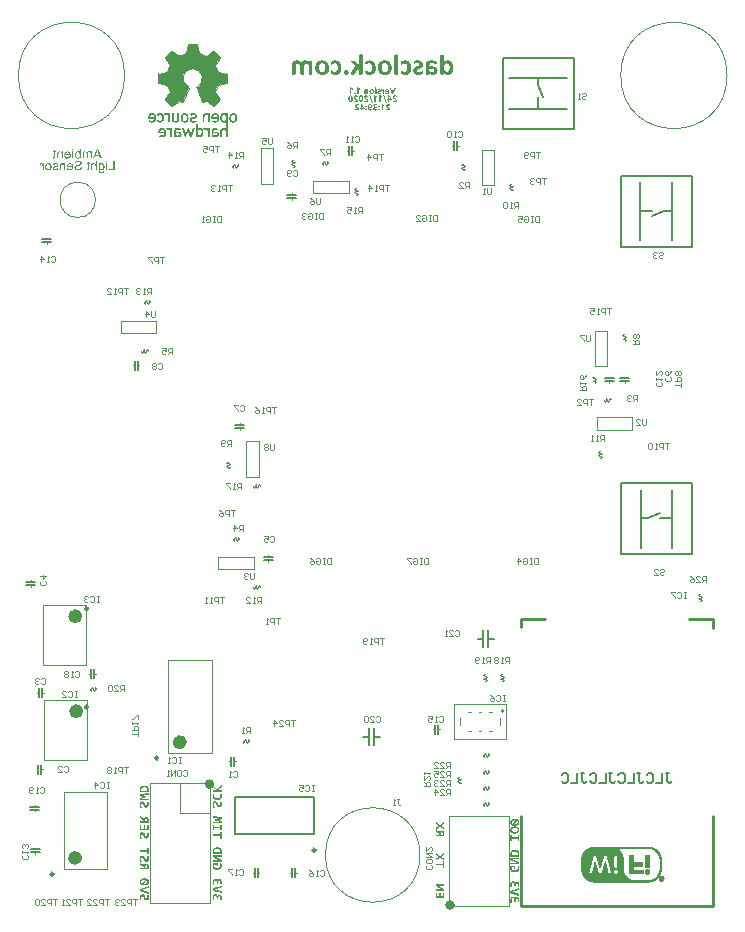
<source format=gbr>
%TF.GenerationSoftware,Altium Limited,Altium Designer,20.1.8 (145)*%
G04 Layer_Color=32896*
%FSLAX44Y44*%
%MOMM*%
%TF.SameCoordinates,602AE14E-E67F-4A72-A58A-C630FF545DDC*%
%TF.FilePolarity,Positive*%
%TF.FileFunction,Legend,Bot*%
%TF.Part,Single*%
G01*
G75*
%TA.AperFunction,NonConductor*%
%ADD49C,0.2540*%
%ADD88C,0.1016*%
%ADD89C,0.4000*%
%ADD90C,0.2500*%
%ADD91C,0.6000*%
%ADD92C,0.0127*%
%ADD93C,0.2032*%
%ADD94C,0.2000*%
%ADD95C,0.1270*%
%ADD96C,0.1524*%
%ADD97C,0.1500*%
G36*
X-148538Y281504D02*
X-148449Y281290D01*
X-147113Y274321D01*
X-147120Y274319D01*
X-147031Y274105D01*
X-146888Y274046D01*
X-141052Y271628D01*
X-140909Y271569D01*
X-140694Y271658D01*
X-134822Y275640D01*
X-134826Y275647D01*
X-134612Y275735D01*
X-134325Y275617D01*
Y275617D01*
X-129325Y270574D01*
X-129303Y270595D01*
X-129184Y270308D01*
X-129273Y270094D01*
X-133256Y264221D01*
X-133262Y264226D01*
X-133351Y264011D01*
X-133292Y263868D01*
X-130874Y258032D01*
Y258032D01*
X-130815Y257889D01*
X-130600Y257800D01*
X-123632Y256463D01*
X-123630Y256471D01*
X-123416Y256382D01*
X-123297Y256095D01*
X-123328Y248994D01*
X-123297D01*
X-123416Y248707D01*
X-123630Y248618D01*
X-130599Y247282D01*
X-130600Y247289D01*
X-130815Y247200D01*
X-130874Y247057D01*
X-133292Y241221D01*
X-133351Y241078D01*
X-133262Y240863D01*
X-129280Y234991D01*
X-129273Y234995D01*
X-129184Y234780D01*
X-129303Y234493D01*
X-134346Y229494D01*
X-134325Y229472D01*
Y229472D01*
X-134612Y229353D01*
X-134826Y229442D01*
X-140698Y233425D01*
X-140694Y233431D01*
X-140909Y233520D01*
X-141052Y233461D01*
X-143724Y232354D01*
X-143868Y232294D01*
X-144155Y232413D01*
X-144215Y232558D01*
X-149135Y244608D01*
X-149135Y244608D01*
X-149194Y244749D01*
X-149075Y245036D01*
X-148945Y245090D01*
X-148942Y245084D01*
X-148237Y245376D01*
X-146523Y246692D01*
X-145207Y248406D01*
X-144381Y250402D01*
X-144098Y252544D01*
X-144381Y254687D01*
X-145207Y256683D01*
X-146523Y258397D01*
X-148237Y259713D01*
X-150233Y260539D01*
X-152375Y260821D01*
X-154518Y260539D01*
X-156514Y259713D01*
X-158228Y258397D01*
X-159544Y256683D01*
X-160371Y254687D01*
X-160653Y252544D01*
X-160371Y250402D01*
X-159544Y248406D01*
X-158228Y246692D01*
X-156514Y245376D01*
X-155809Y245084D01*
X-155806Y245090D01*
X-155676Y245036D01*
X-155557Y244749D01*
X-155616Y244608D01*
X-160536Y232558D01*
X-160536D01*
X-160596Y232413D01*
X-160883Y232294D01*
X-161027Y232354D01*
X-163699Y233461D01*
X-163842Y233520D01*
X-164057Y233431D01*
X-169929Y229449D01*
X-169925Y229442D01*
X-170140Y229353D01*
X-170427Y229472D01*
Y229472D01*
X-175426Y234515D01*
X-175448Y234493D01*
X-175567Y234780D01*
X-175478Y234995D01*
X-171495Y240868D01*
X-171489Y240863D01*
X-171400Y241078D01*
X-171459Y241221D01*
X-173877Y247057D01*
Y247057D01*
X-173936Y247200D01*
X-174151Y247289D01*
X-181119Y248626D01*
X-181121Y248618D01*
X-181335Y248707D01*
X-181454Y248994D01*
X-181423Y256095D01*
X-181454D01*
X-181335Y256382D01*
X-181121Y256471D01*
X-174152Y257807D01*
X-174151Y257800D01*
X-173936Y257889D01*
X-173877Y258032D01*
X-171459Y263868D01*
X-171400Y264011D01*
X-171489Y264226D01*
X-175471Y270098D01*
X-175478Y270094D01*
X-175567Y270308D01*
X-175448Y270595D01*
X-170405Y275595D01*
X-170427Y275617D01*
Y275617D01*
X-170140Y275735D01*
X-169925Y275647D01*
X-164053Y271664D01*
X-164057Y271658D01*
X-163842Y271569D01*
X-163699Y271628D01*
X-157863Y274046D01*
X-157720Y274105D01*
X-157631Y274319D01*
X-156294Y281288D01*
X-156302Y281290D01*
X-156213Y281504D01*
X-155926Y281623D01*
X-148825Y281592D01*
Y281623D01*
X-148538Y281504D01*
D02*
G37*
G36*
X-158330Y222999D02*
X-158330Y222999D01*
X-157895Y222912D01*
X-157675Y222765D01*
X-157672Y222770D01*
X-157171Y222435D01*
X-157173Y222432D01*
X-156835Y222207D01*
X-156769Y222109D01*
X-156768Y222109D01*
X-156181Y221230D01*
X-156132Y220985D01*
X-156135Y220984D01*
X-155981Y220210D01*
X-155998Y220209D01*
X-155864Y219190D01*
X-155873Y219120D01*
X-155871Y219120D01*
X-155861Y219046D01*
X-155997Y218011D01*
X-155980Y218010D01*
X-156135Y217230D01*
X-156132Y217229D01*
X-156181Y216984D01*
X-156768Y216104D01*
X-156774Y216109D01*
X-156852Y215993D01*
X-157173Y215778D01*
X-157171Y215776D01*
X-157671Y215442D01*
X-157674Y215447D01*
X-157878Y215310D01*
X-158330Y215221D01*
X-159117Y215064D01*
X-159155Y215072D01*
X-159154Y215073D01*
X-159190Y215066D01*
X-159969Y215221D01*
X-159969Y215221D01*
X-160421Y215310D01*
X-160625Y215447D01*
X-160628Y215441D01*
X-161130Y215776D01*
X-161129Y215778D01*
X-161463Y216002D01*
X-161534Y216107D01*
X-161537Y216104D01*
X-162121Y216978D01*
X-162171Y217229D01*
X-162168Y217230D01*
X-162323Y218010D01*
X-162305Y218011D01*
X-162442Y219045D01*
X-162432Y219120D01*
X-162429Y219119D01*
X-162439Y219191D01*
X-162305Y220209D01*
X-162322Y220210D01*
X-162168Y220983D01*
X-162171Y220985D01*
X-162121Y221235D01*
X-161537Y222109D01*
X-161538Y222111D01*
X-161481Y222197D01*
X-161129Y222432D01*
X-161130Y222434D01*
X-160627Y222771D01*
X-160624Y222765D01*
X-160404Y222912D01*
X-159969Y222999D01*
X-159969Y222999D01*
X-159190Y223154D01*
X-159154Y223146D01*
X-159155Y223148D01*
X-159117Y223155D01*
X-158330Y222999D01*
D02*
G37*
G36*
X-117280D02*
X-117280Y222999D01*
X-116846Y222912D01*
X-116625Y222765D01*
X-116622Y222770D01*
X-116121Y222435D01*
X-116123Y222432D01*
X-115785Y222207D01*
X-115720Y222109D01*
X-115719Y222109D01*
X-115131Y221230D01*
X-115082Y220985D01*
X-115085Y220984D01*
X-114932Y220210D01*
X-114949Y220209D01*
X-114814Y219191D01*
X-114824Y219120D01*
X-114821Y219120D01*
X-114811Y219046D01*
X-114948Y218011D01*
X-114931Y218010D01*
X-115086Y217230D01*
X-115082Y217229D01*
X-115131Y216984D01*
X-115719Y216104D01*
X-115724Y216109D01*
X-115802Y215993D01*
X-116123Y215778D01*
X-116122Y215776D01*
X-116621Y215442D01*
X-116624Y215447D01*
X-116828Y215311D01*
X-117280Y215221D01*
Y215221D01*
X-118067Y215064D01*
X-118105Y215072D01*
X-118104Y215073D01*
X-118140Y215066D01*
X-118919Y215221D01*
Y215221D01*
X-119371Y215310D01*
X-119575Y215447D01*
X-119578Y215441D01*
X-120080Y215776D01*
X-120079Y215778D01*
X-120414Y216002D01*
X-120484Y216107D01*
X-120487Y216104D01*
X-121071Y216978D01*
X-121121Y217229D01*
X-121118Y217230D01*
X-121273Y218010D01*
X-121256Y218011D01*
X-121392Y219045D01*
X-121382Y219120D01*
X-121379Y219119D01*
X-121389Y219191D01*
X-121255Y220209D01*
X-121272Y220210D01*
X-121118Y220983D01*
X-121121Y220985D01*
X-121071Y221235D01*
X-120487Y222109D01*
X-120489Y222111D01*
X-120431Y222197D01*
X-120079Y222432D01*
X-120081Y222434D01*
X-119577Y222771D01*
X-119574Y222765D01*
X-119354Y222912D01*
X-118919Y222999D01*
Y222999D01*
X-118140Y223154D01*
X-118104Y223146D01*
X-118105Y223148D01*
X-118067Y223155D01*
X-117280Y222999D01*
D02*
G37*
G36*
X-179029Y222894D02*
X-179024Y222904D01*
X-178934Y222886D01*
X-177875Y222178D01*
X-177883Y222169D01*
X-177710Y222052D01*
X-177419Y221618D01*
X-177419Y221618D01*
X-177087Y221121D01*
X-177051Y220940D01*
X-177039Y220944D01*
X-176869Y220092D01*
X-176876Y220091D01*
X-176750Y219135D01*
X-176754Y219101D01*
X-176754Y219102D01*
X-176750Y219067D01*
X-176876Y218112D01*
X-176869Y218111D01*
X-177039Y217261D01*
X-177051Y217265D01*
X-177086Y217089D01*
X-177419Y216590D01*
X-177419Y216590D01*
X-177702Y216166D01*
X-177885Y216045D01*
X-177877Y216035D01*
X-178921Y215338D01*
X-179025Y215317D01*
X-179029Y215326D01*
X-180310Y215072D01*
X-180327Y215075D01*
X-180326Y215075D01*
X-180345Y215072D01*
X-181163Y215234D01*
X-181163Y215235D01*
X-181654Y215332D01*
X-181915Y215506D01*
X-181918Y215500D01*
X-182978Y216208D01*
X-183143Y216457D01*
X-181969Y217509D01*
X-181969Y217510D01*
X-181965Y217513D01*
X-181969Y217509D01*
X-181802Y217260D01*
X-181250Y216891D01*
X-181250Y216889D01*
X-181119Y216801D01*
X-180403Y216659D01*
X-180387Y216662D01*
X-180388Y216658D01*
X-180338Y216648D01*
X-179493Y216816D01*
X-179495Y216823D01*
X-179459Y216831D01*
X-178943Y217176D01*
X-178866Y217291D01*
X-178867Y217292D01*
X-178547Y217770D01*
X-178491Y218048D01*
X-178488Y218047D01*
X-178291Y219039D01*
X-178304Y219102D01*
X-178303Y219100D01*
X-178290Y219165D01*
X-178488Y220161D01*
X-178492Y220160D01*
X-178548Y220442D01*
X-178867Y220919D01*
X-178866Y220920D01*
X-178945Y221038D01*
X-179461Y221383D01*
X-179495Y221390D01*
X-179493Y221397D01*
X-180339Y221566D01*
X-180388Y221556D01*
X-180387Y221552D01*
X-180401Y221555D01*
X-181120Y221412D01*
X-181247Y221327D01*
X-181246Y221326D01*
X-181814Y220947D01*
X-181971Y220712D01*
X-183117Y221734D01*
X-183144Y221758D01*
X-182976Y222008D01*
X-181917Y222716D01*
X-181914Y222710D01*
X-181644Y222890D01*
X-181163Y222986D01*
Y222986D01*
X-180345Y223149D01*
X-180326Y223145D01*
X-180327Y223146D01*
X-180310Y223149D01*
X-179029Y222894D01*
D02*
G37*
G36*
X-140334Y222920D02*
X-140289Y222889D01*
X-140294Y222876D01*
X-139598Y222411D01*
X-139433Y222164D01*
X-139409Y222161D01*
Y222989D01*
X-137849D01*
Y215232D01*
X-139409D01*
Y219851D01*
X-139375Y219851D01*
X-139368Y219885D01*
X-139501Y220556D01*
X-139516Y220551D01*
X-139766Y221156D01*
X-139766D01*
X-139773Y221173D01*
X-140342Y221409D01*
X-140333Y221432D01*
X-140934Y221551D01*
X-140955Y221547D01*
X-140954Y221546D01*
X-140973Y221550D01*
X-141563Y221432D01*
X-141553Y221408D01*
X-142118Y221175D01*
X-142125Y221156D01*
X-142124Y221156D01*
X-142375Y220551D01*
X-142390Y220556D01*
X-142523Y219885D01*
X-142516Y219851D01*
X-142482Y215232D01*
X-144042D01*
Y220389D01*
X-144107Y220389D01*
X-144110Y220406D01*
X-143990Y221008D01*
X-143990Y221008D01*
X-143879Y221566D01*
X-143878Y221567D01*
X-143870Y221564D01*
X-143397Y222272D01*
X-143207Y222399D01*
X-143213Y222406D01*
X-142388Y222958D01*
X-142367Y222962D01*
X-142360Y222945D01*
X-141457Y223125D01*
X-141457Y223123D01*
X-141407Y223133D01*
X-140334Y222920D01*
D02*
G37*
G36*
X-174217Y222920D02*
X-174172Y222889D01*
X-174177Y222876D01*
X-173481Y222411D01*
X-173316Y222164D01*
X-173292Y222161D01*
Y222989D01*
X-171732D01*
Y215232D01*
X-173292D01*
Y219894D01*
X-173260Y219893D01*
X-173250Y219941D01*
X-173389Y220637D01*
X-173407Y220631D01*
X-173615Y221131D01*
X-173724Y221176D01*
X-173752Y221142D01*
X-174177Y221426D01*
X-174801Y221550D01*
X-174802Y221550D01*
X-174802Y221639D01*
X-175322Y221423D01*
X-175332Y221450D01*
X-175387Y221439D01*
X-175837Y221139D01*
X-176961Y222480D01*
X-176967Y222488D01*
X-176276Y222950D01*
X-176186Y222967D01*
X-176182Y222958D01*
X-175340Y223125D01*
X-175340Y223125D01*
X-175340Y223123D01*
X-175290Y223133D01*
X-174217Y222920D01*
D02*
G37*
G36*
X-133292Y223137D02*
X-133293Y223136D01*
X-132167Y222912D01*
X-132158Y222933D01*
X-132155Y222932D01*
X-131110Y222234D01*
X-131119Y222223D01*
X-130958Y222116D01*
X-130675Y221693D01*
X-130674Y221693D01*
X-130384Y221258D01*
X-130333Y221003D01*
X-130322Y221006D01*
X-130147Y220127D01*
X-130158Y220126D01*
X-130026Y219120D01*
X-130031Y219080D01*
X-130032Y219080D01*
X-130026Y219034D01*
X-130164Y217985D01*
X-130154Y217984D01*
X-130334Y217079D01*
X-130350Y217085D01*
X-130385Y216909D01*
X-130724Y216402D01*
X-130724D01*
X-130917Y216114D01*
X-131214Y215915D01*
X-131214Y215914D01*
X-132051Y215354D01*
X-132340Y215297D01*
X-132344Y215306D01*
X-133529Y215070D01*
X-133529Y215065D01*
X-133541Y215063D01*
X-135061Y215365D01*
X-135055Y215380D01*
X-135092Y215388D01*
X-135723Y215810D01*
X-135724Y215809D01*
X-136176Y216111D01*
X-136352Y216374D01*
X-135204Y217355D01*
X-135233Y217327D01*
X-135204Y217282D01*
X-134423Y216761D01*
X-134423Y216761D01*
X-134384Y216735D01*
X-133514Y216562D01*
X-133500Y216564D01*
X-133501Y216569D01*
X-133474Y216563D01*
X-132759Y216705D01*
X-132759Y216707D01*
X-132675Y216724D01*
X-132159Y217068D01*
X-132105Y217011D01*
X-132050Y217034D01*
X-131781Y217682D01*
X-131764Y217676D01*
X-131605Y218473D01*
X-131615Y218521D01*
X-136484Y218521D01*
Y219804D01*
X-136544Y219804D01*
X-136556Y219861D01*
X-136295Y221172D01*
X-136290Y221171D01*
X-136283Y221207D01*
X-135655Y222147D01*
X-135550Y222218D01*
X-135559Y222227D01*
X-134542Y222906D01*
X-134512Y222912D01*
X-134508Y222905D01*
X-133316Y223142D01*
X-133292Y223137D01*
D02*
G37*
G36*
X-186773D02*
X-186774Y223136D01*
X-185648Y222912D01*
X-185639Y222933D01*
X-185635Y222932D01*
X-184591Y222234D01*
X-184600Y222224D01*
X-184439Y222116D01*
X-184156Y221693D01*
X-184156Y221693D01*
X-183865Y221258D01*
X-183814Y221003D01*
X-183803Y221006D01*
X-183628Y220127D01*
X-183639Y220126D01*
X-183507Y219121D01*
X-183512Y219080D01*
X-183513Y219080D01*
X-183507Y219034D01*
X-183645Y217985D01*
X-183635Y217984D01*
X-183815Y217079D01*
X-183831Y217085D01*
X-183866Y216909D01*
X-184205Y216402D01*
X-184398Y216114D01*
X-184695Y215915D01*
X-184695Y215914D01*
X-185532Y215354D01*
X-185821Y215297D01*
X-185825Y215306D01*
X-187010Y215070D01*
X-187010Y215065D01*
X-187022Y215063D01*
X-188542Y215365D01*
X-188536Y215380D01*
X-188573Y215388D01*
X-189204Y215810D01*
X-189205Y215809D01*
X-189657Y216111D01*
X-189833Y216374D01*
X-188685Y217355D01*
X-188714Y217327D01*
X-188685Y217282D01*
X-187904Y216761D01*
X-187904Y216761D01*
X-187865Y216735D01*
X-186995Y216562D01*
X-186981Y216564D01*
X-186982Y216569D01*
X-186955Y216563D01*
X-186240Y216705D01*
X-186240Y216707D01*
X-186155Y216724D01*
X-185640Y217068D01*
X-185586Y217011D01*
X-185531Y217034D01*
X-185262Y217682D01*
X-185245Y217676D01*
X-185086Y218473D01*
X-185096Y218521D01*
X-189965Y218521D01*
Y219804D01*
X-190025Y219804D01*
X-190036Y219861D01*
X-189776Y221172D01*
X-189771Y221171D01*
X-189764Y221207D01*
X-189136Y222147D01*
X-189031Y222218D01*
X-189040Y222227D01*
X-188023Y222906D01*
X-187993Y222912D01*
X-187989Y222905D01*
X-186797Y223142D01*
X-186773Y223137D01*
D02*
G37*
G36*
X-151761Y223186D02*
X-151762Y223149D01*
X-151721Y223157D01*
X-150626Y222939D01*
X-150626Y222937D01*
X-150291Y222871D01*
X-149698Y222474D01*
X-149699Y222474D01*
X-149434Y222297D01*
X-149057Y221733D01*
X-149044Y221738D01*
X-149012Y221690D01*
X-148823Y220738D01*
X-148833Y220687D01*
X-148833Y220687D01*
X-148833Y220686D01*
X-148833Y220687D01*
X-148825Y220646D01*
X-148996Y219783D01*
X-149000Y219784D01*
X-149004Y219767D01*
X-149397Y219179D01*
X-149495Y219113D01*
X-149491Y219108D01*
X-150163Y218659D01*
X-150209Y218650D01*
X-150207Y218644D01*
X-151103Y218466D01*
X-152479Y218363D01*
X-152480Y218377D01*
X-152898Y218294D01*
X-152896Y218288D01*
X-153212Y218158D01*
X-153206Y218150D01*
X-153281Y218119D01*
X-153370Y217904D01*
X-153370Y217904D01*
X-153489Y217615D01*
X-153483Y217601D01*
X-153491Y217604D01*
X-153499Y217584D01*
X-153326Y217166D01*
X-153329Y217163D01*
X-153242Y216953D01*
X-152998Y216852D01*
X-152997Y216852D01*
X-152813Y216729D01*
X-152504Y216668D01*
X-152504Y216668D01*
X-151922Y216552D01*
X-151897Y216557D01*
X-151898Y216544D01*
X-151866Y216537D01*
X-150550Y216799D01*
X-150547Y216792D01*
X-149405Y217555D01*
X-148362Y216523D01*
X-148308Y216467D01*
X-149911Y215396D01*
X-149916Y215395D01*
X-149923Y215410D01*
X-151744Y215048D01*
X-151777Y215054D01*
X-151775Y215058D01*
X-151818Y215050D01*
X-153020Y215289D01*
X-153020Y215290D01*
X-153487Y215383D01*
X-154055Y215763D01*
X-154055Y215762D01*
X-154431Y216014D01*
X-154763Y216510D01*
X-154768Y216507D01*
X-154866Y216653D01*
X-155031Y217485D01*
X-155023Y217528D01*
X-155038Y217527D01*
X-155042Y217550D01*
X-154876Y218387D01*
X-154875D01*
X-154841Y218562D01*
X-154473Y219112D01*
X-154473Y219111D01*
X-154367Y219269D01*
X-153792Y219653D01*
X-153787Y219654D01*
X-153793Y219667D01*
X-153774Y219680D01*
X-153300Y219774D01*
X-153301Y219774D01*
X-152743Y219885D01*
X-151457Y219941D01*
X-151455Y219919D01*
X-150956Y220018D01*
X-150957Y220022D01*
X-150614Y220164D01*
X-150606Y220158D01*
X-150593Y220163D01*
X-150484Y220427D01*
X-150485Y220427D01*
X-150383Y220672D01*
X-150369Y220671D01*
X-150359Y220693D01*
X-150634Y221357D01*
X-150690Y221380D01*
X-150694Y221378D01*
X-151126Y221557D01*
X-151129Y221543D01*
X-151713Y221660D01*
X-151762Y221650D01*
X-151761Y221656D01*
X-151811Y221666D01*
X-152899Y221450D01*
X-152921Y221500D01*
X-152924Y221499D01*
X-153838Y220888D01*
X-154803Y222024D01*
X-154819Y222045D01*
X-153629Y222840D01*
X-153529Y222860D01*
X-153524Y222847D01*
X-152705Y223010D01*
X-152705Y223011D01*
X-151794Y223193D01*
X-151761Y223186D01*
D02*
G37*
G36*
X-126294Y223131D02*
X-126295Y223125D01*
X-126266Y223130D01*
X-125237Y222926D01*
X-125182Y222889D01*
X-125183Y222884D01*
X-124372Y222342D01*
X-124271Y222191D01*
X-124289Y222989D01*
X-122729D01*
Y202886D01*
X-124290D01*
Y207505D01*
X-124256Y207505D01*
X-124249Y207539D01*
X-124382Y208210D01*
X-124396Y208205D01*
X-124647Y208811D01*
X-124647D01*
X-124653Y208827D01*
X-125223Y209063D01*
X-125214Y209086D01*
X-125815Y209205D01*
X-125836Y209201D01*
X-125835Y209200D01*
X-125853Y209204D01*
X-126443Y209087D01*
X-126434Y209063D01*
X-126998Y208829D01*
X-127006Y208811D01*
X-127005Y208811D01*
X-127256Y208205D01*
X-127270Y208210D01*
X-127404Y207539D01*
X-127397Y207505D01*
X-127363Y202886D01*
X-128923D01*
Y208043D01*
X-128987Y208043D01*
X-128991Y208060D01*
X-128871Y208662D01*
X-128871Y208662D01*
X-128760Y209220D01*
X-128759Y209221D01*
X-128751Y209218D01*
X-128278Y209926D01*
X-128088Y210053D01*
X-128094Y210061D01*
X-127269Y210612D01*
X-127248Y210616D01*
X-127241Y210599D01*
X-126337Y210779D01*
X-126338Y210777D01*
X-126288Y210787D01*
X-125215Y210574D01*
X-125169Y210543D01*
X-125175Y210530D01*
X-124478Y210065D01*
X-124313Y209818D01*
X-124290Y209815D01*
X-124289Y215972D01*
X-125195Y215367D01*
X-125197Y215370D01*
X-125333Y215279D01*
X-126256Y215096D01*
X-126295Y215103D01*
X-126294Y215088D01*
X-126315Y215084D01*
X-126956Y215211D01*
X-126956Y215212D01*
X-127335Y215287D01*
X-127524Y215413D01*
X-127525Y215410D01*
X-128182Y215849D01*
X-128375Y216139D01*
X-128375Y216140D01*
X-128716Y216650D01*
X-128808Y217115D01*
X-128809Y217115D01*
X-128963Y217888D01*
X-128917Y217890D01*
X-129027Y219006D01*
X-129018Y219102D01*
X-129019Y219101D01*
X-129028Y219199D01*
X-128918Y220320D01*
X-128963Y220322D01*
X-128809Y221096D01*
X-128808Y221096D01*
X-128715Y221563D01*
X-128374Y222074D01*
X-128377Y222076D01*
X-128189Y222357D01*
X-127524Y222802D01*
X-127523Y222799D01*
X-127317Y222936D01*
X-126956Y223008D01*
X-126956Y223008D01*
X-126315Y223136D01*
X-126294Y223131D01*
D02*
G37*
G36*
X-163767Y217832D02*
X-163702Y217832D01*
X-163698Y217814D01*
X-163818Y217210D01*
X-163819Y217210D01*
X-163930Y216649D01*
X-163939Y216653D01*
X-163939Y216651D01*
X-164410Y215946D01*
X-164601Y215819D01*
X-164595Y215812D01*
X-165406Y215270D01*
X-165445Y215262D01*
X-165452Y215276D01*
X-166367Y215094D01*
X-166366Y215098D01*
X-166415Y215089D01*
X-167477Y215300D01*
X-167523Y215331D01*
X-167518Y215343D01*
X-168211Y215806D01*
X-168373Y216049D01*
X-168400Y216053D01*
Y215232D01*
X-169960D01*
Y222989D01*
X-168400D01*
Y218363D01*
X-168435Y218363D01*
X-168442Y218327D01*
X-168308Y217653D01*
X-168293Y217658D01*
X-168043Y217053D01*
X-168045Y217052D01*
X-168041Y217040D01*
X-167472Y216804D01*
X-167481Y216781D01*
X-166891Y216664D01*
X-166872Y216667D01*
X-166873Y216667D01*
X-166852Y216663D01*
X-166252Y216782D01*
X-166260Y216804D01*
X-165686Y217042D01*
X-165683Y217052D01*
X-165685Y217053D01*
X-165434Y217658D01*
X-165420Y217653D01*
X-165286Y218327D01*
X-165293Y218363D01*
X-165327Y222989D01*
X-163767D01*
Y217832D01*
D02*
G37*
G36*
X-140602Y210574D02*
X-140557Y210543D01*
X-140562Y210530D01*
X-139866Y210065D01*
X-139701Y209818D01*
X-139677Y209815D01*
Y210643D01*
X-138117D01*
Y202886D01*
X-139677D01*
Y207548D01*
X-139645Y207547D01*
X-139636Y207595D01*
X-139774Y208292D01*
X-139793Y208285D01*
X-140000Y208785D01*
X-140109Y208830D01*
X-140138Y208796D01*
X-140562Y209080D01*
X-141186Y209204D01*
X-141187Y209204D01*
X-141187Y209293D01*
X-141707Y209077D01*
X-141717Y209104D01*
X-141772Y209094D01*
X-142223Y208793D01*
X-143346Y210134D01*
X-143352Y210142D01*
X-142661Y210604D01*
X-142571Y210622D01*
X-142568Y210612D01*
X-141726Y210779D01*
X-141725Y210779D01*
X-141726Y210777D01*
X-141676Y210787D01*
X-140602Y210574D01*
D02*
G37*
G36*
X-172240D02*
X-172195Y210543D01*
X-172200Y210530D01*
X-171504Y210065D01*
X-171339Y209818D01*
X-171315Y209815D01*
Y210643D01*
X-169755D01*
Y202886D01*
X-171315D01*
Y207548D01*
X-171283Y207547D01*
X-171274Y207595D01*
X-171412Y208292D01*
X-171431Y208285D01*
X-171638Y208785D01*
X-171747Y208831D01*
X-171776Y208796D01*
X-172201Y209080D01*
X-172824Y209204D01*
X-172825Y209204D01*
X-172825Y209293D01*
X-173345Y209077D01*
X-173356Y209104D01*
X-173410Y209094D01*
X-173861Y208793D01*
X-174984Y210134D01*
X-174990Y210142D01*
X-174299Y210604D01*
X-174209Y210622D01*
X-174206Y210612D01*
X-173364Y210779D01*
X-173363Y210779D01*
X-173364Y210777D01*
X-173314Y210787D01*
X-172240Y210574D01*
D02*
G37*
G36*
X-178282Y210791D02*
X-178282Y210790D01*
X-177157Y210566D01*
X-177147Y210587D01*
X-177144Y210586D01*
X-176099Y209888D01*
X-176109Y209878D01*
X-175947Y209770D01*
X-175665Y209347D01*
X-175664Y209347D01*
X-175374Y208912D01*
X-175323Y208657D01*
X-175311Y208661D01*
X-175137Y207781D01*
X-175148Y207780D01*
X-175016Y206775D01*
X-175021Y206734D01*
X-175022Y206735D01*
X-175016Y206688D01*
X-175154Y205639D01*
X-175144Y205638D01*
X-175324Y204733D01*
X-175340Y204739D01*
X-175375Y204563D01*
X-175713Y204056D01*
X-175906Y203768D01*
X-176204Y203569D01*
X-176203Y203568D01*
X-177041Y203009D01*
X-177330Y202951D01*
X-177333Y202960D01*
X-178519Y202725D01*
X-178519Y202720D01*
X-178531Y202717D01*
X-180051Y203020D01*
X-180045Y203034D01*
X-180081Y203042D01*
X-180713Y203464D01*
X-180714Y203463D01*
X-181166Y203765D01*
X-181342Y204029D01*
X-180194Y205009D01*
X-180223Y204981D01*
X-180193Y204936D01*
X-179413Y204415D01*
X-179413Y204415D01*
X-179374Y204389D01*
X-178504Y204216D01*
X-178490Y204219D01*
X-178491Y204223D01*
X-178463Y204217D01*
X-177748Y204359D01*
X-177749Y204361D01*
X-177664Y204378D01*
X-177149Y204722D01*
X-177095Y204665D01*
X-177040Y204688D01*
X-176771Y205336D01*
X-176754Y205330D01*
X-176595Y206127D01*
X-176605Y206175D01*
X-181474Y206175D01*
Y207459D01*
X-181534Y207458D01*
X-181545Y207515D01*
X-181284Y208826D01*
X-181280Y208825D01*
X-181273Y208862D01*
X-180645Y209802D01*
X-180539Y209872D01*
X-180549Y209881D01*
X-179532Y210560D01*
X-179502Y210567D01*
X-179498Y210559D01*
X-178306Y210796D01*
X-178282Y210791D01*
D02*
G37*
G36*
X-133170Y210806D02*
X-133173Y210787D01*
X-133081Y210806D01*
X-132383Y210667D01*
X-132383Y210667D01*
X-131731Y210537D01*
X-131677Y210501D01*
X-131680Y210494D01*
X-130853Y209941D01*
X-130623Y209598D01*
X-131815Y208660D01*
X-131814Y208659D01*
X-131820Y208656D01*
X-131815Y208660D01*
X-131944Y208972D01*
X-132351Y209141D01*
X-132346Y209156D01*
X-132753Y209237D01*
X-132753Y209240D01*
X-133227Y209335D01*
X-133247Y209330D01*
X-133246Y209306D01*
X-133348Y209326D01*
X-133928Y209211D01*
X-133933Y209243D01*
X-134422Y209041D01*
X-134419Y209035D01*
X-134600Y208960D01*
X-134704Y208709D01*
X-134703Y208709D01*
X-134878Y208288D01*
X-134864Y208256D01*
X-134796Y207437D01*
X-132695D01*
X-132695Y207495D01*
X-132674Y207500D01*
X-131622Y207290D01*
X-131625Y207281D01*
X-131519Y207260D01*
X-130872Y206828D01*
X-130845Y206786D01*
X-130842Y206789D01*
X-130383Y206102D01*
X-130371Y206040D01*
X-130371Y206040D01*
X-130196Y205162D01*
X-130202Y205134D01*
X-130205Y205135D01*
X-130199Y205104D01*
X-130382Y204187D01*
X-130382Y204186D01*
X-130391Y204189D01*
X-130853Y203499D01*
X-130947Y203435D01*
X-130936Y203426D01*
X-131625Y202965D01*
X-131770Y202936D01*
X-131767Y202926D01*
X-132902Y202700D01*
X-132902Y202689D01*
X-132935Y202683D01*
X-133581Y202812D01*
X-133581Y202813D01*
X-134131Y202923D01*
X-134115Y202961D01*
X-134615Y203168D01*
X-134769Y203540D01*
X-134796Y203542D01*
Y202857D01*
X-136306D01*
Y208169D01*
X-136377Y208169D01*
X-136246Y208824D01*
X-136246Y208824D01*
X-136135Y209382D01*
X-136126Y209395D01*
X-136115Y209390D01*
X-136115Y209391D01*
X-135710Y209998D01*
X-135446Y210174D01*
X-135446Y210174D01*
X-134969Y210492D01*
X-134447Y210596D01*
X-134447Y210597D01*
X-133284Y210828D01*
X-133170Y210806D01*
D02*
G37*
G36*
X-164784D02*
X-164787Y210787D01*
X-164694Y210806D01*
X-163997Y210667D01*
X-163997Y210667D01*
X-163345Y210537D01*
X-163291Y210501D01*
X-163294Y210494D01*
X-162467Y209941D01*
X-162237Y209598D01*
X-163428Y208661D01*
X-163428Y208659D01*
X-163434Y208656D01*
X-163428Y208661D01*
X-163558Y208972D01*
X-163965Y209141D01*
X-163960Y209156D01*
X-164367Y209237D01*
X-164367Y209240D01*
X-164841Y209335D01*
X-164862Y209330D01*
X-164860Y209306D01*
X-164962Y209326D01*
X-165542Y209211D01*
X-165548Y209243D01*
X-166036Y209041D01*
X-166033Y209035D01*
X-166215Y208960D01*
X-166318Y208709D01*
X-166317Y208709D01*
X-166492Y208288D01*
X-166478Y208256D01*
X-166410Y207437D01*
X-164309D01*
X-164309Y207495D01*
X-164288Y207500D01*
X-163236Y207290D01*
X-163239Y207281D01*
X-163133Y207260D01*
X-162486Y206828D01*
X-162459Y206786D01*
X-162456Y206789D01*
X-161997Y206102D01*
X-161985Y206040D01*
X-161985Y206040D01*
X-161810Y205162D01*
X-161816Y205134D01*
X-161819Y205135D01*
X-161813Y205104D01*
X-161996Y204187D01*
X-161996Y204186D01*
X-162005Y204189D01*
X-162467Y203499D01*
X-162561Y203435D01*
X-162550Y203426D01*
X-163239Y202965D01*
X-163384Y202936D01*
X-163381Y202926D01*
X-164516Y202700D01*
X-164516Y202689D01*
X-164549Y202683D01*
X-165195Y202812D01*
X-165195Y202813D01*
X-165745Y202922D01*
X-165729Y202961D01*
X-166229Y203168D01*
X-166383Y203540D01*
X-166410Y203542D01*
Y202857D01*
X-167920D01*
Y208169D01*
X-167990Y208169D01*
X-167860Y208824D01*
X-167860D01*
X-167749Y209382D01*
X-167740Y209395D01*
X-167729Y209390D01*
X-167729Y209391D01*
X-167324Y209998D01*
X-167060Y210174D01*
X-167060Y210174D01*
X-166583Y210492D01*
X-166061Y210596D01*
X-166061Y210597D01*
X-164898Y210828D01*
X-164784Y210806D01*
D02*
G37*
G36*
X-153057Y202886D02*
X-154434D01*
X-156055Y208312D01*
X-156084D01*
X-157709Y202886D01*
X-159082D01*
X-161564Y210643D01*
X-159910D01*
X-158426Y205210D01*
X-158393D01*
X-156640Y210643D01*
X-155503D01*
X-153745Y205210D01*
X-153717D01*
X-152228Y210643D01*
X-150579D01*
X-153057Y202886D01*
D02*
G37*
G36*
X-148079Y209889D02*
X-148123Y209860D01*
X-148079Y209815D01*
Y209889D01*
X-147169Y210497D01*
X-147166Y210492D01*
X-147005Y210600D01*
X-146107Y210778D01*
X-146074Y210772D01*
X-146075Y210786D01*
X-146053Y210791D01*
X-145407Y210662D01*
X-145407Y210662D01*
X-145040Y210589D01*
X-144837Y210453D01*
X-144835Y210456D01*
X-144194Y210027D01*
X-143994Y209728D01*
X-143993Y209729D01*
X-143649Y209214D01*
X-143557Y208750D01*
X-143555Y208750D01*
X-143403Y207981D01*
X-143449Y207979D01*
X-143339Y206869D01*
X-143349Y206773D01*
X-143346Y206774D01*
X-143337Y206677D01*
X-143447Y205553D01*
X-143400Y205551D01*
X-143555Y204772D01*
X-143557Y204772D01*
X-143649Y204306D01*
X-143993Y203793D01*
X-143995Y203795D01*
X-144200Y203488D01*
X-144835Y203064D01*
X-144836Y203067D01*
X-145022Y202942D01*
X-145407Y202866D01*
X-145407Y202866D01*
X-146053Y202737D01*
X-146075Y202742D01*
X-146074Y202750D01*
X-146102Y202744D01*
X-147136Y202950D01*
X-147186Y202983D01*
X-147184Y202988D01*
X-148007Y203538D01*
X-148099Y203675D01*
X-148079Y202886D01*
X-149639D01*
Y213774D01*
X-148079D01*
Y209889D01*
D02*
G37*
G36*
X120695Y-374355D02*
X121031Y-374381D01*
X121341Y-374407D01*
X121600Y-374446D01*
X121703Y-374472D01*
X121807Y-374497D01*
X121884Y-374510D01*
X121962Y-374523D01*
X122014Y-374536D01*
X122052Y-374549D01*
X122078Y-374562D01*
X122091D01*
X122350Y-374653D01*
X122595Y-374743D01*
X122802Y-374847D01*
X122970Y-374950D01*
X123112Y-375041D01*
X123216Y-375105D01*
X123268Y-375157D01*
X123294Y-375170D01*
X123462Y-375312D01*
X123604Y-375467D01*
X123720Y-375622D01*
X123823Y-375765D01*
X123901Y-375881D01*
X123953Y-375984D01*
X123979Y-376049D01*
X123992Y-376075D01*
X124069Y-376282D01*
X124121Y-376476D01*
X124173Y-376670D01*
X124199Y-376851D01*
X124211Y-377006D01*
X124224Y-377122D01*
Y-377225D01*
X124211Y-377484D01*
X124185Y-377730D01*
X124134Y-377949D01*
X124095Y-378143D01*
X124043Y-378298D01*
X123992Y-378415D01*
X123966Y-378493D01*
X123953Y-378505D01*
Y-378518D01*
X123836Y-378725D01*
X123720Y-378906D01*
X123591Y-379074D01*
X123462Y-379216D01*
X123345Y-379333D01*
X123255Y-379410D01*
X123190Y-379475D01*
X123164Y-379488D01*
X122970Y-379630D01*
X122763Y-379747D01*
X122556Y-379850D01*
X122350Y-379927D01*
X122182Y-379992D01*
X122052Y-380044D01*
X122001Y-380057D01*
X121962Y-380070D01*
X121936Y-380083D01*
X121923D01*
X121639Y-380147D01*
X121354Y-380199D01*
X121070Y-380225D01*
X120811Y-380251D01*
X120591Y-380264D01*
X120488Y-380277D01*
X120410D01*
X120346D01*
X120294D01*
X120268D01*
X120255D01*
X119880Y-380264D01*
X119544Y-380238D01*
X119247Y-380212D01*
X118988Y-380173D01*
X118872Y-380147D01*
X118768Y-380134D01*
X118691Y-380121D01*
X118613Y-380096D01*
X118562Y-380083D01*
X118523D01*
X118497Y-380070D01*
X118484D01*
X118225Y-379979D01*
X117980Y-379889D01*
X117773Y-379785D01*
X117605Y-379695D01*
X117463Y-379604D01*
X117359Y-379540D01*
X117295Y-379488D01*
X117269Y-379475D01*
X117101Y-379320D01*
X116971Y-379165D01*
X116842Y-379010D01*
X116752Y-378867D01*
X116674Y-378751D01*
X116622Y-378648D01*
X116596Y-378583D01*
X116583Y-378557D01*
X116506Y-378350D01*
X116454Y-378156D01*
X116415Y-377949D01*
X116390Y-377781D01*
X116377Y-377626D01*
X116364Y-377497D01*
Y-377393D01*
X116377Y-377135D01*
X116403Y-376889D01*
X116441Y-376670D01*
X116493Y-376476D01*
X116545Y-376333D01*
X116583Y-376217D01*
X116609Y-376139D01*
X116622Y-376114D01*
X116739Y-375907D01*
X116855Y-375726D01*
X116984Y-375558D01*
X117114Y-375415D01*
X117230Y-375312D01*
X117320Y-375221D01*
X117372Y-375170D01*
X117398Y-375157D01*
X117605Y-375015D01*
X117812Y-374898D01*
X118019Y-374782D01*
X118225Y-374704D01*
X118393Y-374640D01*
X118536Y-374588D01*
X118587Y-374575D01*
X118626Y-374562D01*
X118639Y-374549D01*
X118652D01*
X118937Y-374485D01*
X119221Y-374433D01*
X119505Y-374394D01*
X119764Y-374368D01*
X119984Y-374355D01*
X120087Y-374342D01*
X120165D01*
X120229D01*
X120281D01*
X120307D01*
X120320D01*
X120695Y-374355D01*
D02*
G37*
G36*
X120669Y-380807D02*
X120992Y-380832D01*
X121302Y-380858D01*
X121587Y-380910D01*
X121846Y-380975D01*
X122078Y-381039D01*
X122298Y-381104D01*
X122492Y-381169D01*
X122660Y-381246D01*
X122815Y-381311D01*
X122944Y-381376D01*
X123048Y-381440D01*
X123125Y-381492D01*
X123177Y-381518D01*
X123216Y-381544D01*
X123229Y-381557D01*
X123410Y-381712D01*
X123552Y-381867D01*
X123694Y-382048D01*
X123811Y-382229D01*
X123901Y-382423D01*
X123979Y-382604D01*
X124043Y-382798D01*
X124095Y-382979D01*
X124147Y-383147D01*
X124173Y-383302D01*
X124199Y-383444D01*
X124211Y-383573D01*
X124224Y-383677D01*
Y-383819D01*
X124211Y-384052D01*
X124185Y-384285D01*
X124147Y-384491D01*
X124108Y-384672D01*
X124069Y-384814D01*
X124030Y-384931D01*
X124004Y-385009D01*
X123992Y-385021D01*
Y-385034D01*
X123888Y-385241D01*
X123785Y-385435D01*
X123656Y-385603D01*
X123539Y-385745D01*
X123436Y-385862D01*
X123345Y-385952D01*
X123294Y-386004D01*
X123268Y-386030D01*
X123074Y-386172D01*
X122880Y-386301D01*
X122673Y-386418D01*
X122479Y-386508D01*
X122298Y-386586D01*
X122169Y-386637D01*
X122117Y-386663D01*
X122078Y-386676D01*
X122052Y-386689D01*
X122039D01*
X121742Y-386767D01*
X121445Y-386819D01*
X121147Y-386870D01*
X120863Y-386896D01*
X120617Y-386909D01*
X120514D01*
X120423Y-386922D01*
X120359D01*
X120307D01*
X120268D01*
X120255D01*
X119906Y-386909D01*
X119583Y-386883D01*
X119286Y-386857D01*
X119001Y-386806D01*
X118743Y-386754D01*
X118510Y-386689D01*
X118290Y-386612D01*
X118096Y-386547D01*
X117928Y-386482D01*
X117773Y-386405D01*
X117644Y-386340D01*
X117540Y-386288D01*
X117463Y-386237D01*
X117411Y-386198D01*
X117372Y-386185D01*
X117359Y-386172D01*
X117178Y-386017D01*
X117036Y-385862D01*
X116894Y-385681D01*
X116790Y-385500D01*
X116687Y-385306D01*
X116609Y-385125D01*
X116545Y-384931D01*
X116493Y-384750D01*
X116441Y-384582D01*
X116415Y-384427D01*
X116390Y-384285D01*
X116377Y-384155D01*
Y-384052D01*
X116364Y-383974D01*
Y-383909D01*
X116377Y-383677D01*
X116403Y-383444D01*
X116428Y-383237D01*
X116480Y-383056D01*
X116519Y-382914D01*
X116545Y-382798D01*
X116571Y-382720D01*
X116583Y-382694D01*
X116687Y-382487D01*
X116790Y-382306D01*
X116907Y-382138D01*
X117023Y-381983D01*
X117127Y-381867D01*
X117217Y-381789D01*
X117269Y-381725D01*
X117295Y-381712D01*
X117488Y-381557D01*
X117695Y-381427D01*
X117902Y-381311D01*
X118096Y-381220D01*
X118277Y-381143D01*
X118406Y-381078D01*
X118458Y-381065D01*
X118497Y-381052D01*
X118523Y-381039D01*
X118536D01*
X118833Y-380962D01*
X119130Y-380897D01*
X119428Y-380858D01*
X119712Y-380820D01*
X119958Y-380807D01*
X120061D01*
X120152Y-380794D01*
X120216D01*
X120268D01*
X120307D01*
X120320D01*
X120669Y-380807D01*
D02*
G37*
G36*
X124095Y-392817D02*
X122931D01*
Y-391150D01*
X117669D01*
Y-392817D01*
X116493D01*
Y-388021D01*
X117669D01*
Y-389689D01*
X122931D01*
Y-388021D01*
X124095D01*
Y-392817D01*
D02*
G37*
G36*
X120734Y-400574D02*
X121057Y-400600D01*
X121341Y-400626D01*
X121587Y-400665D01*
X121781Y-400717D01*
X121858Y-400730D01*
X121923Y-400743D01*
X121988Y-400756D01*
X122027Y-400768D01*
X122039Y-400781D01*
X122052D01*
X122298Y-400872D01*
X122531Y-400975D01*
X122725Y-401092D01*
X122893Y-401195D01*
X123022Y-401286D01*
X123125Y-401363D01*
X123177Y-401415D01*
X123203Y-401441D01*
X123358Y-401609D01*
X123500Y-401803D01*
X123617Y-401984D01*
X123707Y-402152D01*
X123785Y-402307D01*
X123836Y-402423D01*
X123862Y-402514D01*
X123875Y-402527D01*
Y-402540D01*
X123953Y-402785D01*
X124004Y-403044D01*
X124043Y-403302D01*
X124069Y-403535D01*
X124082Y-403742D01*
X124095Y-403833D01*
Y-406302D01*
X116493D01*
Y-404375D01*
X116506Y-404013D01*
X116532Y-403677D01*
X116583Y-403393D01*
X116635Y-403134D01*
X116648Y-403031D01*
X116674Y-402928D01*
X116700Y-402850D01*
X116726Y-402785D01*
X116739Y-402734D01*
X116752Y-402682D01*
X116764Y-402669D01*
Y-402656D01*
X116881Y-402397D01*
X116997Y-402165D01*
X117127Y-401958D01*
X117256Y-401790D01*
X117372Y-401648D01*
X117463Y-401544D01*
X117514Y-401492D01*
X117540Y-401467D01*
X117747Y-401298D01*
X117954Y-401156D01*
X118161Y-401040D01*
X118355Y-400949D01*
X118523Y-400872D01*
X118665Y-400820D01*
X118717Y-400807D01*
X118756Y-400794D01*
X118768Y-400781D01*
X118781D01*
X119053Y-400704D01*
X119337Y-400652D01*
X119609Y-400613D01*
X119854Y-400587D01*
X120074Y-400574D01*
X120165Y-400562D01*
X120242D01*
X120294D01*
X120346D01*
X120372D01*
X120385D01*
X120734Y-400574D01*
D02*
G37*
G36*
X124095Y-408616D02*
X121988D01*
X118639D01*
X119518Y-408991D01*
X124095Y-411060D01*
Y-412818D01*
X116493D01*
Y-411512D01*
X118846D01*
X122001D01*
X121018Y-411098D01*
X116493Y-409069D01*
Y-407310D01*
X124095D01*
Y-408616D01*
D02*
G37*
G36*
X120889Y-416606D02*
X119712D01*
Y-415313D01*
X117760D01*
X117747Y-415378D01*
X117721Y-415429D01*
X117708Y-415468D01*
Y-415481D01*
X117695Y-415546D01*
X117682Y-415597D01*
X117669Y-415636D01*
Y-415649D01*
X117657Y-415714D01*
Y-415779D01*
X117644Y-415830D01*
Y-416076D01*
X117657Y-416270D01*
X117669Y-416464D01*
X117695Y-416619D01*
X117734Y-416761D01*
X117760Y-416865D01*
X117786Y-416955D01*
X117799Y-417007D01*
X117812Y-417020D01*
X117889Y-417162D01*
X117967Y-417278D01*
X118057Y-417395D01*
X118135Y-417485D01*
X118212Y-417550D01*
X118277Y-417614D01*
X118316Y-417640D01*
X118329Y-417653D01*
X118600Y-417808D01*
X118743Y-417873D01*
X118872Y-417925D01*
X118988Y-417963D01*
X119079Y-417989D01*
X119130Y-418015D01*
X119156D01*
X119531Y-418080D01*
X119725Y-418093D01*
X119893Y-418106D01*
X120035Y-418119D01*
X120152D01*
X120229D01*
X120242D01*
X120255D01*
X120488Y-418106D01*
X120695Y-418093D01*
X120889Y-418067D01*
X121057Y-418041D01*
X121186Y-418015D01*
X121290Y-418002D01*
X121354Y-417976D01*
X121380D01*
X121561Y-417912D01*
X121729Y-417847D01*
X121871Y-417783D01*
X121988Y-417718D01*
X122091Y-417653D01*
X122156Y-417602D01*
X122207Y-417576D01*
X122220Y-417563D01*
X122350Y-417459D01*
X122453Y-417343D01*
X122544Y-417226D01*
X122621Y-417123D01*
X122673Y-417020D01*
X122712Y-416942D01*
X122738Y-416890D01*
X122751Y-416878D01*
X122815Y-416722D01*
X122867Y-416554D01*
X122893Y-416399D01*
X122919Y-416244D01*
X122931Y-416128D01*
X122944Y-416024D01*
Y-415740D01*
X122919Y-415546D01*
X122906Y-415365D01*
X122880Y-415210D01*
X122854Y-415080D01*
X122828Y-414977D01*
X122815Y-414912D01*
X122802Y-414887D01*
X122751Y-414692D01*
X122699Y-414524D01*
X122647Y-414356D01*
X122595Y-414214D01*
X122544Y-414098D01*
X122518Y-414007D01*
X122492Y-413956D01*
X122479Y-413930D01*
X123888D01*
X123979Y-414305D01*
X124030Y-414473D01*
X124056Y-414628D01*
X124082Y-414757D01*
X124108Y-414848D01*
X124121Y-414912D01*
Y-414938D01*
X124185Y-415300D01*
X124199Y-415468D01*
X124211Y-415623D01*
X124224Y-415753D01*
Y-415947D01*
X124211Y-416270D01*
X124185Y-416567D01*
X124134Y-416826D01*
X124082Y-417058D01*
X124030Y-417252D01*
X124004Y-417330D01*
X123979Y-417395D01*
X123966Y-417459D01*
X123953Y-417498D01*
X123940Y-417511D01*
Y-417524D01*
X123823Y-417770D01*
X123707Y-417989D01*
X123578Y-418196D01*
X123449Y-418364D01*
X123332Y-418493D01*
X123242Y-418597D01*
X123177Y-418662D01*
X123151Y-418688D01*
X122944Y-418856D01*
X122738Y-418998D01*
X122518Y-419114D01*
X122324Y-419218D01*
X122143Y-419295D01*
X122014Y-419347D01*
X121962Y-419373D01*
X121923Y-419386D01*
X121897Y-419399D01*
X121884D01*
X121600Y-419476D01*
X121302Y-419541D01*
X121018Y-419580D01*
X120746Y-419618D01*
X120527Y-419631D01*
X120423D01*
X120346Y-419644D01*
X120268D01*
X120216D01*
X120191D01*
X120178D01*
X119841Y-419631D01*
X119531Y-419605D01*
X119247Y-419567D01*
X119001Y-419528D01*
X118807Y-419489D01*
X118717Y-419463D01*
X118652Y-419450D01*
X118600Y-419437D01*
X118562Y-419424D01*
X118536Y-419412D01*
X118523D01*
X118264Y-419321D01*
X118032Y-419205D01*
X117825Y-419101D01*
X117657Y-418985D01*
X117514Y-418894D01*
X117411Y-418817D01*
X117346Y-418752D01*
X117320Y-418739D01*
X117152Y-418571D01*
X117010Y-418390D01*
X116881Y-418209D01*
X116777Y-418041D01*
X116700Y-417886D01*
X116648Y-417770D01*
X116609Y-417692D01*
X116596Y-417679D01*
Y-417666D01*
X116519Y-417421D01*
X116467Y-417175D01*
X116415Y-416942D01*
X116390Y-416722D01*
X116377Y-416528D01*
Y-416451D01*
X116364Y-416373D01*
Y-415998D01*
X116377Y-415766D01*
X116403Y-415559D01*
X116428Y-415365D01*
X116441Y-415223D01*
X116467Y-415106D01*
X116480Y-415029D01*
Y-415003D01*
X116519Y-414796D01*
X116583Y-414589D01*
X116635Y-414408D01*
X116700Y-414240D01*
X116752Y-414098D01*
X116790Y-413994D01*
X116816Y-413930D01*
X116829Y-413904D01*
X120889D01*
Y-416606D01*
D02*
G37*
G36*
X119066Y-427104D02*
X119169Y-427130D01*
X119273Y-427143D01*
X119350Y-427169D01*
X119402Y-427195D01*
X119441Y-427207D01*
X119454D01*
X119661Y-427311D01*
X119751Y-427363D01*
X119829Y-427414D01*
X119880Y-427466D01*
X119932Y-427505D01*
X119958Y-427531D01*
X119971Y-427544D01*
X120126Y-427712D01*
X120229Y-427867D01*
X120281Y-427944D01*
X120307Y-427996D01*
X120333Y-428035D01*
Y-428048D01*
X120423Y-428268D01*
X120462Y-428384D01*
X120488Y-428487D01*
X120514Y-428578D01*
X120527Y-428643D01*
X120540Y-428694D01*
Y-428707D01*
X120630Y-428500D01*
X120746Y-428332D01*
X120850Y-428177D01*
X120953Y-428048D01*
X121057Y-427944D01*
X121134Y-427880D01*
X121186Y-427828D01*
X121199Y-427815D01*
X121367Y-427712D01*
X121548Y-427634D01*
X121742Y-427569D01*
X121910Y-427531D01*
X122078Y-427505D01*
X122194Y-427492D01*
X122246D01*
X122285D01*
X122298D01*
X122311D01*
X122466Y-427505D01*
X122621Y-427518D01*
X122751Y-427544D01*
X122867Y-427569D01*
X122970Y-427608D01*
X123035Y-427634D01*
X123087Y-427647D01*
X123099Y-427660D01*
X123229Y-427725D01*
X123345Y-427802D01*
X123449Y-427893D01*
X123539Y-427970D01*
X123617Y-428035D01*
X123668Y-428100D01*
X123694Y-428138D01*
X123707Y-428151D01*
X123798Y-428280D01*
X123875Y-428410D01*
X123940Y-428552D01*
X123992Y-428668D01*
X124030Y-428785D01*
X124056Y-428875D01*
X124082Y-428927D01*
Y-428953D01*
X124134Y-429134D01*
X124160Y-429315D01*
X124185Y-429496D01*
X124211Y-429664D01*
Y-429819D01*
X124224Y-429935D01*
Y-430233D01*
X124211Y-430401D01*
Y-430465D01*
X124199Y-430517D01*
Y-430556D01*
X124185Y-430724D01*
X124160Y-430879D01*
X124147Y-430944D01*
Y-430995D01*
X124134Y-431021D01*
Y-431034D01*
X124108Y-431202D01*
X124069Y-431357D01*
X124056Y-431422D01*
X124043Y-431474D01*
X124030Y-431500D01*
Y-431513D01*
X123992Y-431681D01*
X123953Y-431849D01*
X123927Y-431913D01*
X123914Y-431965D01*
X123901Y-431991D01*
Y-432004D01*
X122712D01*
X122802Y-431668D01*
X122854Y-431513D01*
X122880Y-431370D01*
X122906Y-431267D01*
X122931Y-431176D01*
X122944Y-431112D01*
Y-431099D01*
X122996Y-430776D01*
X123009Y-430621D01*
X123022Y-430478D01*
X123035Y-430362D01*
Y-430194D01*
X123022Y-429974D01*
X122996Y-429780D01*
X122957Y-429625D01*
X122919Y-429496D01*
X122867Y-429392D01*
X122828Y-429315D01*
X122802Y-429276D01*
X122789Y-429263D01*
X122686Y-429160D01*
X122570Y-429082D01*
X122453Y-429030D01*
X122337Y-428992D01*
X122233Y-428966D01*
X122156Y-428953D01*
X122104D01*
X122078D01*
X121923Y-428966D01*
X121781Y-428992D01*
X121729Y-429005D01*
X121690Y-429017D01*
X121664Y-429030D01*
X121651D01*
X121509Y-429108D01*
X121393Y-429185D01*
X121315Y-429263D01*
X121302Y-429276D01*
X121290Y-429289D01*
X121186Y-429444D01*
X121109Y-429599D01*
X121083Y-429664D01*
X121057Y-429716D01*
X121044Y-429754D01*
Y-429767D01*
X121018Y-429884D01*
X121005Y-430013D01*
X120979Y-430129D01*
Y-430259D01*
X120966Y-430362D01*
Y-431293D01*
X119880D01*
Y-430284D01*
X119867Y-430116D01*
X119854Y-429974D01*
X119841Y-429858D01*
X119816Y-429754D01*
X119803Y-429690D01*
X119790Y-429638D01*
Y-429625D01*
X119764Y-429496D01*
X119725Y-429392D01*
X119686Y-429289D01*
X119648Y-429211D01*
X119622Y-429147D01*
X119596Y-429095D01*
X119583Y-429069D01*
X119570Y-429056D01*
X119454Y-428901D01*
X119337Y-428798D01*
X119298Y-428759D01*
X119260Y-428733D01*
X119234Y-428707D01*
X119221D01*
X119066Y-428643D01*
X118924Y-428604D01*
X118859Y-428591D01*
X118807D01*
X118781D01*
X118768D01*
X118574Y-428604D01*
X118484Y-428630D01*
X118406Y-428643D01*
X118342Y-428668D01*
X118290Y-428694D01*
X118264Y-428707D01*
X118251D01*
X118096Y-428798D01*
X117980Y-428914D01*
X117941Y-428966D01*
X117902Y-429005D01*
X117889Y-429030D01*
X117876Y-429043D01*
X117773Y-429224D01*
X117708Y-429405D01*
X117682Y-429496D01*
X117657Y-429548D01*
X117644Y-429599D01*
Y-429612D01*
X117605Y-429884D01*
X117579Y-430026D01*
Y-430155D01*
X117566Y-430271D01*
Y-430621D01*
X117579Y-430802D01*
Y-430970D01*
X117592Y-431112D01*
Y-431228D01*
X117605Y-431319D01*
Y-431396D01*
X117618Y-431564D01*
X117644Y-431720D01*
X117657Y-431849D01*
X117682Y-431978D01*
X117695Y-432069D01*
X117708Y-432146D01*
X117721Y-432198D01*
Y-432211D01*
X116493D01*
X116480Y-432094D01*
X116467Y-431965D01*
X116454Y-431926D01*
Y-431849D01*
X116441Y-431694D01*
X116428Y-431564D01*
X116415Y-431513D01*
Y-431435D01*
X116403Y-431267D01*
Y-431138D01*
X116390Y-431073D01*
Y-430995D01*
X116377Y-430840D01*
Y-430582D01*
X116390Y-430259D01*
X116403Y-429961D01*
X116428Y-429703D01*
X116467Y-429483D01*
X116493Y-429289D01*
X116519Y-429160D01*
X116532Y-429108D01*
Y-429069D01*
X116545Y-429056D01*
Y-429043D01*
X116609Y-428811D01*
X116687Y-428591D01*
X116764Y-428410D01*
X116842Y-428255D01*
X116920Y-428125D01*
X116971Y-428035D01*
X117010Y-427970D01*
X117023Y-427957D01*
X117152Y-427802D01*
X117282Y-427673D01*
X117411Y-427556D01*
X117527Y-427466D01*
X117644Y-427401D01*
X117721Y-427350D01*
X117773Y-427324D01*
X117799Y-427311D01*
X117967Y-427233D01*
X118148Y-427182D01*
X118316Y-427143D01*
X118471Y-427117D01*
X118613Y-427104D01*
X118717Y-427091D01*
X118781D01*
X118807D01*
X119066Y-427104D01*
D02*
G37*
G36*
X124095Y-434551D02*
X119596Y-435831D01*
X118006Y-436257D01*
X119505Y-436671D01*
X124095Y-437951D01*
Y-439580D01*
X116493Y-437253D01*
Y-435365D01*
X124095Y-433025D01*
Y-434551D01*
D02*
G37*
G36*
X119066Y-440214D02*
X119169Y-440239D01*
X119273Y-440252D01*
X119350Y-440278D01*
X119402Y-440304D01*
X119441Y-440317D01*
X119454D01*
X119661Y-440420D01*
X119751Y-440472D01*
X119829Y-440524D01*
X119880Y-440576D01*
X119932Y-440614D01*
X119958Y-440640D01*
X119971Y-440653D01*
X120126Y-440821D01*
X120229Y-440976D01*
X120281Y-441054D01*
X120307Y-441106D01*
X120333Y-441144D01*
Y-441157D01*
X120423Y-441377D01*
X120462Y-441493D01*
X120488Y-441597D01*
X120514Y-441688D01*
X120527Y-441752D01*
X120540Y-441804D01*
Y-441817D01*
X120630Y-441610D01*
X120746Y-441442D01*
X120850Y-441287D01*
X120953Y-441157D01*
X121057Y-441054D01*
X121134Y-440989D01*
X121186Y-440938D01*
X121199Y-440925D01*
X121367Y-440821D01*
X121548Y-440744D01*
X121742Y-440679D01*
X121910Y-440640D01*
X122078Y-440614D01*
X122194Y-440602D01*
X122246D01*
X122285D01*
X122298D01*
X122311D01*
X122466Y-440614D01*
X122621Y-440627D01*
X122751Y-440653D01*
X122867Y-440679D01*
X122970Y-440718D01*
X123035Y-440744D01*
X123087Y-440757D01*
X123099Y-440770D01*
X123229Y-440834D01*
X123345Y-440912D01*
X123449Y-441002D01*
X123539Y-441080D01*
X123617Y-441144D01*
X123668Y-441209D01*
X123694Y-441248D01*
X123707Y-441261D01*
X123798Y-441390D01*
X123875Y-441519D01*
X123940Y-441662D01*
X123992Y-441778D01*
X124030Y-441894D01*
X124056Y-441985D01*
X124082Y-442037D01*
Y-442062D01*
X124134Y-442243D01*
X124160Y-442424D01*
X124185Y-442605D01*
X124211Y-442774D01*
Y-442929D01*
X124224Y-443045D01*
Y-443342D01*
X124211Y-443510D01*
Y-443575D01*
X124199Y-443627D01*
Y-443666D01*
X124185Y-443834D01*
X124160Y-443989D01*
X124147Y-444053D01*
Y-444105D01*
X124134Y-444131D01*
Y-444144D01*
X124108Y-444312D01*
X124069Y-444467D01*
X124056Y-444532D01*
X124043Y-444584D01*
X124030Y-444609D01*
Y-444622D01*
X123992Y-444790D01*
X123953Y-444958D01*
X123927Y-445023D01*
X123914Y-445075D01*
X123901Y-445101D01*
Y-445113D01*
X122712D01*
X122802Y-444777D01*
X122854Y-444622D01*
X122880Y-444480D01*
X122906Y-444377D01*
X122931Y-444286D01*
X122944Y-444221D01*
Y-444208D01*
X122996Y-443885D01*
X123009Y-443730D01*
X123022Y-443588D01*
X123035Y-443472D01*
Y-443303D01*
X123022Y-443084D01*
X122996Y-442890D01*
X122957Y-442735D01*
X122919Y-442605D01*
X122867Y-442502D01*
X122828Y-442424D01*
X122802Y-442386D01*
X122789Y-442373D01*
X122686Y-442269D01*
X122570Y-442192D01*
X122453Y-442140D01*
X122337Y-442101D01*
X122233Y-442075D01*
X122156Y-442062D01*
X122104D01*
X122078D01*
X121923Y-442075D01*
X121781Y-442101D01*
X121729Y-442114D01*
X121690Y-442127D01*
X121664Y-442140D01*
X121651D01*
X121509Y-442217D01*
X121393Y-442295D01*
X121315Y-442373D01*
X121302Y-442386D01*
X121290Y-442398D01*
X121186Y-442554D01*
X121109Y-442709D01*
X121083Y-442774D01*
X121057Y-442825D01*
X121044Y-442864D01*
Y-442877D01*
X121018Y-442993D01*
X121005Y-443122D01*
X120979Y-443239D01*
Y-443368D01*
X120966Y-443472D01*
Y-444403D01*
X119880D01*
Y-443394D01*
X119867Y-443226D01*
X119854Y-443084D01*
X119841Y-442967D01*
X119816Y-442864D01*
X119803Y-442799D01*
X119790Y-442748D01*
Y-442735D01*
X119764Y-442605D01*
X119725Y-442502D01*
X119686Y-442398D01*
X119648Y-442321D01*
X119622Y-442256D01*
X119596Y-442205D01*
X119583Y-442179D01*
X119570Y-442166D01*
X119454Y-442011D01*
X119337Y-441907D01*
X119298Y-441869D01*
X119260Y-441843D01*
X119234Y-441817D01*
X119221D01*
X119066Y-441752D01*
X118924Y-441713D01*
X118859Y-441700D01*
X118807D01*
X118781D01*
X118768D01*
X118574Y-441713D01*
X118484Y-441739D01*
X118406Y-441752D01*
X118342Y-441778D01*
X118290Y-441804D01*
X118264Y-441817D01*
X118251D01*
X118096Y-441907D01*
X117980Y-442024D01*
X117941Y-442075D01*
X117902Y-442114D01*
X117889Y-442140D01*
X117876Y-442153D01*
X117773Y-442334D01*
X117708Y-442515D01*
X117682Y-442605D01*
X117657Y-442657D01*
X117644Y-442709D01*
Y-442722D01*
X117605Y-442993D01*
X117579Y-443135D01*
Y-443265D01*
X117566Y-443381D01*
Y-443730D01*
X117579Y-443911D01*
Y-444079D01*
X117592Y-444221D01*
Y-444338D01*
X117605Y-444428D01*
Y-444506D01*
X117618Y-444674D01*
X117644Y-444829D01*
X117657Y-444958D01*
X117682Y-445088D01*
X117695Y-445178D01*
X117708Y-445256D01*
X117721Y-445308D01*
Y-445320D01*
X116493D01*
X116480Y-445204D01*
X116467Y-445075D01*
X116454Y-445036D01*
Y-444958D01*
X116441Y-444803D01*
X116428Y-444674D01*
X116415Y-444622D01*
Y-444545D01*
X116403Y-444377D01*
Y-444247D01*
X116390Y-444183D01*
Y-444105D01*
X116377Y-443950D01*
Y-443691D01*
X116390Y-443368D01*
X116403Y-443071D01*
X116428Y-442812D01*
X116467Y-442593D01*
X116493Y-442398D01*
X116519Y-442269D01*
X116532Y-442217D01*
Y-442179D01*
X116545Y-442166D01*
Y-442153D01*
X116609Y-441920D01*
X116687Y-441700D01*
X116764Y-441519D01*
X116842Y-441364D01*
X116920Y-441235D01*
X116971Y-441144D01*
X117010Y-441080D01*
X117023Y-441067D01*
X117152Y-440912D01*
X117282Y-440783D01*
X117411Y-440666D01*
X117527Y-440576D01*
X117644Y-440511D01*
X117721Y-440459D01*
X117773Y-440433D01*
X117799Y-440420D01*
X117967Y-440343D01*
X118148Y-440291D01*
X118316Y-440252D01*
X118471Y-440227D01*
X118613Y-440214D01*
X118717Y-440201D01*
X118781D01*
X118807D01*
X119066Y-440214D01*
D02*
G37*
G36*
X57137Y-379376D02*
X60796Y-377217D01*
Y-378911D01*
X58158Y-380229D01*
X60796Y-381600D01*
Y-383281D01*
X57098Y-381109D01*
X53194Y-383436D01*
Y-381703D01*
X55986Y-380268D01*
X53194Y-378807D01*
Y-376984D01*
X57137Y-379376D01*
D02*
G37*
G36*
X55741Y-385000D02*
X55909Y-385091D01*
X56064Y-385168D01*
X56193Y-385246D01*
X56297Y-385323D01*
X56387Y-385375D01*
X56439Y-385427D01*
X56478Y-385453D01*
X56491Y-385466D01*
X56581Y-385556D01*
X56646Y-385647D01*
X56697Y-385737D01*
X56749Y-385815D01*
X56775Y-385879D01*
X56788Y-385931D01*
X56801Y-385970D01*
Y-385983D01*
X56865Y-385724D01*
X56891Y-385608D01*
X56930Y-385504D01*
X56956Y-385427D01*
X56982Y-385362D01*
X57008Y-385323D01*
Y-385310D01*
X57124Y-385091D01*
X57189Y-385000D01*
X57253Y-384922D01*
X57305Y-384871D01*
X57344Y-384819D01*
X57370Y-384793D01*
X57383Y-384780D01*
X57576Y-384638D01*
X57758Y-384535D01*
X57835Y-384496D01*
X57900Y-384470D01*
X57938Y-384444D01*
X57951D01*
X58197Y-384367D01*
X58326Y-384341D01*
X58443Y-384328D01*
X58546Y-384315D01*
X58624D01*
X58675D01*
X58688D01*
X58895Y-384328D01*
X59089Y-384341D01*
X59257Y-384380D01*
X59399Y-384418D01*
X59516Y-384457D01*
X59593Y-384483D01*
X59658Y-384509D01*
X59671Y-384522D01*
X59813Y-384599D01*
X59942Y-384690D01*
X60046Y-384780D01*
X60149Y-384871D01*
X60214Y-384948D01*
X60279Y-385013D01*
X60304Y-385065D01*
X60317Y-385078D01*
X60408Y-385220D01*
X60486Y-385362D01*
X60550Y-385504D01*
X60602Y-385647D01*
X60628Y-385763D01*
X60654Y-385853D01*
X60679Y-385918D01*
Y-385944D01*
X60744Y-386345D01*
X60770Y-386526D01*
X60783Y-386707D01*
X60796Y-386862D01*
Y-389292D01*
X53194D01*
Y-387857D01*
X56348D01*
Y-387586D01*
X56335Y-387457D01*
X56322Y-387327D01*
X56297Y-387224D01*
X56258Y-387133D01*
X56219Y-387056D01*
X56193Y-387004D01*
X56180Y-386965D01*
X56167Y-386952D01*
X56090Y-386862D01*
X56012Y-386771D01*
X55831Y-386642D01*
X55754Y-386603D01*
X55689Y-386564D01*
X55650Y-386539D01*
X55637D01*
X53194Y-385466D01*
Y-383785D01*
X55741Y-385000D01*
D02*
G37*
G36*
X57137Y-405595D02*
X60796Y-403436D01*
Y-405130D01*
X58158Y-406449D01*
X60796Y-407819D01*
Y-409500D01*
X57098Y-407328D01*
X53194Y-409655D01*
Y-407923D01*
X55986Y-406487D01*
X53194Y-405027D01*
Y-403204D01*
X57137Y-405595D01*
D02*
G37*
G36*
X60796Y-415796D02*
X59606D01*
Y-413714D01*
X53194D01*
Y-412254D01*
X59606D01*
Y-410172D01*
X60796D01*
Y-415796D01*
D02*
G37*
G36*
Y-431181D02*
X58688D01*
X55340D01*
X56219Y-431556D01*
X60796Y-433625D01*
Y-435383D01*
X53194D01*
Y-434077D01*
X55547D01*
X58701D01*
X57719Y-433663D01*
X53194Y-431634D01*
Y-429875D01*
X60796D01*
Y-431181D01*
D02*
G37*
G36*
Y-441408D02*
X53194D01*
Y-436831D01*
X54409D01*
Y-439947D01*
X56516D01*
Y-436973D01*
X57693D01*
Y-439947D01*
X59580D01*
Y-436831D01*
X60796D01*
Y-441408D01*
D02*
G37*
G36*
X-253441Y191714D02*
X-254438D01*
Y192853D01*
X-253441D01*
Y191714D01*
D02*
G37*
G36*
X-247104Y184732D02*
X-248031D01*
Y185472D01*
X-248148Y185319D01*
X-248266Y185190D01*
X-248395Y185073D01*
X-248536Y184967D01*
X-248665Y184885D01*
X-248806Y184814D01*
X-248935Y184756D01*
X-249064Y184709D01*
X-249298Y184650D01*
X-249404Y184627D01*
X-249486Y184615D01*
X-249557D01*
X-249615Y184603D01*
X-249662D01*
X-249850Y184615D01*
X-250038Y184638D01*
X-250214Y184674D01*
X-250378Y184732D01*
X-250695Y184861D01*
X-250824Y184944D01*
X-250953Y185014D01*
X-251070Y185096D01*
X-251164Y185166D01*
X-251246Y185237D01*
X-251329Y185296D01*
X-251387Y185354D01*
X-251422Y185389D01*
X-251446Y185413D01*
X-251458Y185425D01*
X-251587Y185589D01*
X-251704Y185765D01*
X-251810Y185941D01*
X-251892Y186140D01*
X-251962Y186328D01*
X-252021Y186528D01*
X-252115Y186903D01*
X-252150Y187079D01*
X-252173Y187243D01*
X-252185Y187384D01*
X-252197Y187513D01*
X-252209Y187619D01*
Y187689D01*
Y187748D01*
Y187760D01*
X-252197Y187995D01*
X-252185Y188218D01*
X-252150Y188417D01*
X-252115Y188593D01*
X-252080Y188746D01*
X-252056Y188863D01*
X-252044Y188898D01*
X-252033Y188933D01*
X-252021Y188945D01*
Y188957D01*
X-251950Y189156D01*
X-251868Y189344D01*
X-251786Y189508D01*
X-251704Y189649D01*
X-251634Y189755D01*
X-251575Y189837D01*
X-251540Y189896D01*
X-251528Y189907D01*
X-251411Y190048D01*
X-251270Y190177D01*
X-251141Y190283D01*
X-251012Y190365D01*
X-250906Y190435D01*
X-250812Y190494D01*
X-250753Y190518D01*
X-250730Y190529D01*
X-250554Y190600D01*
X-250366Y190658D01*
X-250190Y190694D01*
X-250038Y190729D01*
X-249909Y190741D01*
X-249803Y190752D01*
X-249709D01*
X-249533Y190741D01*
X-249357Y190717D01*
X-249193Y190682D01*
X-249040Y190623D01*
X-248770Y190506D01*
X-248536Y190353D01*
X-248442Y190283D01*
X-248348Y190212D01*
X-248277Y190142D01*
X-248219Y190083D01*
X-248160Y190025D01*
X-248125Y189989D01*
X-248113Y189966D01*
X-248102Y189954D01*
Y192853D01*
X-247104D01*
Y184732D01*
D02*
G37*
G36*
X-240122Y190741D02*
X-239922Y190705D01*
X-239746Y190670D01*
X-239594Y190623D01*
X-239465Y190564D01*
X-239371Y190529D01*
X-239312Y190494D01*
X-239289Y190482D01*
X-239124Y190377D01*
X-238983Y190259D01*
X-238854Y190142D01*
X-238749Y190025D01*
X-238667Y189931D01*
X-238596Y189849D01*
X-238561Y189802D01*
X-238549Y189778D01*
Y190623D01*
X-237658D01*
Y184732D01*
X-238655D01*
Y187783D01*
X-238667Y188065D01*
X-238678Y188311D01*
X-238702Y188523D01*
X-238737Y188699D01*
X-238772Y188828D01*
X-238796Y188922D01*
X-238808Y188980D01*
X-238819Y189004D01*
X-238890Y189156D01*
X-238972Y189285D01*
X-239054Y189403D01*
X-239136Y189497D01*
X-239218Y189567D01*
X-239277Y189614D01*
X-239324Y189649D01*
X-239336Y189661D01*
X-239476Y189731D01*
X-239606Y189790D01*
X-239746Y189825D01*
X-239864Y189860D01*
X-239958Y189872D01*
X-240040Y189884D01*
X-240110D01*
X-240310Y189872D01*
X-240474Y189837D01*
X-240615Y189778D01*
X-240720Y189720D01*
X-240802Y189649D01*
X-240861Y189602D01*
X-240896Y189555D01*
X-240908Y189544D01*
X-240990Y189403D01*
X-241049Y189250D01*
X-241096Y189086D01*
X-241119Y188922D01*
X-241143Y188781D01*
X-241154Y188652D01*
Y188605D01*
Y188581D01*
Y188558D01*
Y188546D01*
Y184732D01*
X-242152D01*
Y188147D01*
X-242175Y188464D01*
X-242222Y188734D01*
X-242281Y188957D01*
X-242363Y189145D01*
X-242434Y189285D01*
X-242504Y189379D01*
X-242551Y189438D01*
X-242563Y189461D01*
X-242727Y189602D01*
X-242903Y189708D01*
X-243079Y189778D01*
X-243243Y189837D01*
X-243384Y189860D01*
X-243501Y189872D01*
X-243548Y189884D01*
X-243607D01*
X-243736Y189872D01*
X-243842Y189860D01*
X-243947Y189837D01*
X-244030Y189802D01*
X-244112Y189767D01*
X-244159Y189743D01*
X-244194Y189731D01*
X-244205Y189720D01*
X-244299Y189649D01*
X-244370Y189579D01*
X-244429Y189508D01*
X-244475Y189438D01*
X-244511Y189379D01*
X-244534Y189332D01*
X-244557Y189297D01*
Y189285D01*
X-244593Y189180D01*
X-244616Y189039D01*
X-244628Y188898D01*
X-244640Y188757D01*
X-244651Y188628D01*
Y188523D01*
Y188452D01*
Y188440D01*
Y188429D01*
Y184732D01*
X-245649D01*
Y188769D01*
Y188957D01*
X-245625Y189121D01*
X-245602Y189285D01*
X-245578Y189426D01*
X-245543Y189567D01*
X-245496Y189684D01*
X-245461Y189790D01*
X-245414Y189896D01*
X-245367Y189978D01*
X-245332Y190060D01*
X-245250Y190166D01*
X-245203Y190236D01*
X-245180Y190259D01*
X-244992Y190424D01*
X-244769Y190541D01*
X-244546Y190635D01*
X-244335Y190694D01*
X-244135Y190729D01*
X-244053Y190741D01*
X-243971D01*
X-243912Y190752D01*
X-243830D01*
X-243619Y190741D01*
X-243431Y190705D01*
X-243243Y190658D01*
X-243067Y190588D01*
X-242903Y190506D01*
X-242750Y190424D01*
X-242621Y190330D01*
X-242492Y190236D01*
X-242375Y190130D01*
X-242281Y190036D01*
X-242199Y189954D01*
X-242128Y189872D01*
X-242070Y189802D01*
X-242035Y189755D01*
X-242011Y189720D01*
X-241999Y189708D01*
X-241929Y189884D01*
X-241835Y190036D01*
X-241730Y190166D01*
X-241636Y190271D01*
X-241542Y190365D01*
X-241471Y190424D01*
X-241424Y190459D01*
X-241401Y190471D01*
X-241237Y190564D01*
X-241061Y190635D01*
X-240885Y190682D01*
X-240709Y190717D01*
X-240568Y190741D01*
X-240439Y190752D01*
X-240333D01*
X-240122Y190741D01*
D02*
G37*
G36*
X-268755Y192078D02*
Y190623D01*
X-268015D01*
Y189849D01*
X-268755D01*
Y186446D01*
Y186281D01*
Y186140D01*
X-268766Y186011D01*
X-268778Y185882D01*
Y185777D01*
X-268790Y185683D01*
X-268813Y185530D01*
X-268837Y185413D01*
X-268849Y185331D01*
X-268872Y185284D01*
Y185272D01*
X-268919Y185166D01*
X-268989Y185084D01*
X-269060Y185002D01*
X-269118Y184944D01*
X-269189Y184885D01*
X-269236Y184850D01*
X-269271Y184826D01*
X-269283Y184814D01*
X-269412Y184756D01*
X-269541Y184721D01*
X-269682Y184685D01*
X-269823Y184674D01*
X-269940Y184662D01*
X-270034Y184650D01*
X-270128D01*
X-270386Y184662D01*
X-270515Y184674D01*
X-270632Y184697D01*
X-270738Y184709D01*
X-270820Y184721D01*
X-270867Y184732D01*
X-270890D01*
X-270761Y185612D01*
X-270667Y185601D01*
X-270574Y185589D01*
X-270492D01*
X-270433Y185577D01*
X-270315D01*
X-270163Y185589D01*
X-270057Y185612D01*
X-269999Y185636D01*
X-269975Y185648D01*
X-269893Y185706D01*
X-269846Y185765D01*
X-269811Y185812D01*
X-269799Y185835D01*
X-269787Y185894D01*
X-269776Y185976D01*
X-269764Y186164D01*
X-269752Y186246D01*
Y186317D01*
Y186363D01*
Y186387D01*
Y189849D01*
X-270761D01*
Y190623D01*
X-269752D01*
Y192677D01*
X-268755Y192078D01*
D02*
G37*
G36*
X-258146Y190741D02*
X-257935Y190717D01*
X-257736Y190682D01*
X-257548Y190623D01*
X-257372Y190564D01*
X-257208Y190494D01*
X-257055Y190424D01*
X-256926Y190341D01*
X-256797Y190271D01*
X-256691Y190189D01*
X-256597Y190119D01*
X-256527Y190060D01*
X-256468Y190001D01*
X-256421Y189966D01*
X-256398Y189942D01*
X-256386Y189931D01*
X-256257Y189767D01*
X-256140Y189590D01*
X-256034Y189415D01*
X-255940Y189227D01*
X-255870Y189027D01*
X-255811Y188839D01*
X-255717Y188464D01*
X-255682Y188300D01*
X-255659Y188135D01*
X-255647Y187995D01*
X-255635Y187866D01*
X-255623Y187760D01*
Y187689D01*
Y187631D01*
Y187619D01*
X-255635Y187361D01*
X-255659Y187115D01*
X-255694Y186880D01*
X-255741Y186668D01*
X-255800Y186469D01*
X-255858Y186281D01*
X-255929Y186117D01*
X-255999Y185964D01*
X-256069Y185835D01*
X-256140Y185718D01*
X-256199Y185624D01*
X-256257Y185542D01*
X-256304Y185472D01*
X-256339Y185425D01*
X-256363Y185401D01*
X-256374Y185389D01*
X-256527Y185249D01*
X-256680Y185131D01*
X-256844Y185026D01*
X-257020Y184932D01*
X-257184Y184861D01*
X-257360Y184791D01*
X-257689Y184697D01*
X-257841Y184674D01*
X-257982Y184650D01*
X-258111Y184627D01*
X-258217Y184615D01*
X-258299Y184603D01*
X-258428D01*
X-258792Y184627D01*
X-259120Y184685D01*
X-259414Y184756D01*
X-259531Y184803D01*
X-259648Y184850D01*
X-259754Y184897D01*
X-259848Y184944D01*
X-259918Y184979D01*
X-259989Y185014D01*
X-260036Y185049D01*
X-260071Y185073D01*
X-260094Y185096D01*
X-260106D01*
X-260341Y185307D01*
X-260529Y185530D01*
X-260693Y185765D01*
X-260810Y185988D01*
X-260904Y186187D01*
X-260939Y186281D01*
X-260975Y186352D01*
X-260998Y186422D01*
X-261010Y186469D01*
X-261021Y186493D01*
Y186504D01*
X-259989Y186633D01*
X-259895Y186410D01*
X-259789Y186223D01*
X-259684Y186058D01*
X-259590Y185929D01*
X-259508Y185835D01*
X-259437Y185765D01*
X-259379Y185718D01*
X-259367Y185706D01*
X-259214Y185612D01*
X-259062Y185542D01*
X-258897Y185495D01*
X-258757Y185460D01*
X-258628Y185436D01*
X-258522Y185425D01*
X-258428D01*
X-258287Y185436D01*
X-258158Y185448D01*
X-257924Y185507D01*
X-257712Y185589D01*
X-257525Y185683D01*
X-257384Y185765D01*
X-257278Y185847D01*
X-257208Y185906D01*
X-257196Y185929D01*
X-257184D01*
X-257020Y186140D01*
X-256891Y186375D01*
X-256797Y186633D01*
X-256726Y186868D01*
X-256691Y187079D01*
X-256668Y187173D01*
X-256656Y187255D01*
Y187326D01*
X-256644Y187373D01*
Y187408D01*
Y187420D01*
X-261045D01*
X-261057Y187537D01*
Y187619D01*
Y187666D01*
Y187678D01*
X-261045Y187948D01*
X-261021Y188194D01*
X-260986Y188429D01*
X-260939Y188652D01*
X-260881Y188851D01*
X-260822Y189039D01*
X-260752Y189203D01*
X-260681Y189356D01*
X-260611Y189497D01*
X-260540Y189614D01*
X-260482Y189708D01*
X-260423Y189790D01*
X-260376Y189860D01*
X-260341Y189907D01*
X-260317Y189931D01*
X-260306Y189942D01*
X-260165Y190083D01*
X-260012Y190212D01*
X-259848Y190318D01*
X-259684Y190412D01*
X-259519Y190494D01*
X-259367Y190553D01*
X-259203Y190611D01*
X-259062Y190647D01*
X-258909Y190682D01*
X-258780Y190705D01*
X-258663Y190729D01*
X-258569Y190741D01*
X-258487Y190752D01*
X-258369D01*
X-258146Y190741D01*
D02*
G37*
G36*
X-229338Y184732D02*
X-230476D01*
X-231356Y187197D01*
X-234759D01*
X-235709Y184732D01*
X-236930D01*
X-233609Y192853D01*
X-232435D01*
X-229338Y184732D01*
D02*
G37*
G36*
X-253441D02*
X-254438D01*
Y190623D01*
X-253441D01*
Y184732D01*
D02*
G37*
G36*
X-264812Y190741D02*
X-264601Y190705D01*
X-264413Y190658D01*
X-264225Y190600D01*
X-264061Y190529D01*
X-263908Y190447D01*
X-263767Y190353D01*
X-263650Y190271D01*
X-263533Y190177D01*
X-263439Y190083D01*
X-263357Y190001D01*
X-263286Y189931D01*
X-263239Y189872D01*
X-263204Y189825D01*
X-263181Y189790D01*
X-263169Y189778D01*
Y190623D01*
X-262277D01*
Y184732D01*
X-263275D01*
Y187936D01*
Y188135D01*
X-263298Y188335D01*
X-263321Y188499D01*
X-263345Y188652D01*
X-263380Y188792D01*
X-263415Y188922D01*
X-263462Y189039D01*
X-263509Y189133D01*
X-263545Y189215D01*
X-263591Y189285D01*
X-263627Y189344D01*
X-263662Y189391D01*
X-263709Y189450D01*
X-263732Y189473D01*
X-263908Y189614D01*
X-264096Y189708D01*
X-264284Y189778D01*
X-264448Y189837D01*
X-264601Y189860D01*
X-264718Y189872D01*
X-264765Y189884D01*
X-264823D01*
X-264964Y189872D01*
X-265105Y189860D01*
X-265222Y189825D01*
X-265316Y189790D01*
X-265399Y189755D01*
X-265469Y189731D01*
X-265504Y189708D01*
X-265516Y189696D01*
X-265621Y189626D01*
X-265715Y189544D01*
X-265786Y189461D01*
X-265844Y189391D01*
X-265880Y189321D01*
X-265915Y189262D01*
X-265938Y189227D01*
Y189215D01*
X-265974Y189086D01*
X-266009Y188945D01*
X-266032Y188792D01*
X-266044Y188640D01*
X-266056Y188511D01*
Y188405D01*
Y188323D01*
Y188311D01*
Y188300D01*
Y184732D01*
X-267053D01*
Y188347D01*
Y188593D01*
X-267041Y188792D01*
X-267030Y188957D01*
Y189098D01*
X-267018Y189191D01*
X-267006Y189262D01*
X-266994Y189309D01*
Y189321D01*
X-266959Y189473D01*
X-266901Y189614D01*
X-266854Y189731D01*
X-266807Y189849D01*
X-266748Y189931D01*
X-266713Y189989D01*
X-266689Y190036D01*
X-266678Y190048D01*
X-266584Y190166D01*
X-266478Y190259D01*
X-266373Y190353D01*
X-266255Y190424D01*
X-266161Y190482D01*
X-266079Y190518D01*
X-266032Y190541D01*
X-266009Y190553D01*
X-265844Y190623D01*
X-265669Y190670D01*
X-265504Y190705D01*
X-265352Y190729D01*
X-265222Y190741D01*
X-265129Y190752D01*
X-265035D01*
X-264812Y190741D01*
D02*
G37*
G36*
X-224814Y181700D02*
X-225811D01*
Y182838D01*
X-224814D01*
Y181700D01*
D02*
G37*
G36*
X-233650Y174718D02*
X-234648D01*
Y177933D01*
X-234659Y178180D01*
X-234671Y178391D01*
X-234694Y178579D01*
X-234730Y178731D01*
X-234765Y178848D01*
X-234788Y178942D01*
X-234800Y178989D01*
X-234812Y179013D01*
X-234882Y179154D01*
X-234964Y179283D01*
X-235058Y179388D01*
X-235152Y179482D01*
X-235234Y179552D01*
X-235305Y179599D01*
X-235352Y179635D01*
X-235363Y179646D01*
X-235516Y179729D01*
X-235657Y179787D01*
X-235798Y179822D01*
X-235915Y179858D01*
X-236032Y179869D01*
X-236114Y179881D01*
X-236185D01*
X-236396Y179869D01*
X-236584Y179822D01*
X-236736Y179776D01*
X-236865Y179705D01*
X-236971Y179646D01*
X-237041Y179588D01*
X-237088Y179541D01*
X-237100Y179529D01*
X-237206Y179388D01*
X-237288Y179212D01*
X-237346Y179036D01*
X-237393Y178860D01*
X-237417Y178696D01*
X-237429Y178567D01*
Y178520D01*
Y178485D01*
Y178461D01*
Y178449D01*
Y174718D01*
X-238426D01*
Y178438D01*
X-238414Y178743D01*
X-238391Y179013D01*
X-238356Y179236D01*
X-238321Y179424D01*
X-238285Y179576D01*
X-238250Y179682D01*
X-238227Y179740D01*
X-238215Y179764D01*
X-238121Y179928D01*
X-238015Y180069D01*
X-237898Y180186D01*
X-237792Y180292D01*
X-237687Y180374D01*
X-237605Y180433D01*
X-237546Y180468D01*
X-237523Y180480D01*
X-237335Y180562D01*
X-237147Y180632D01*
X-236959Y180679D01*
X-236783Y180703D01*
X-236631Y180726D01*
X-236502Y180738D01*
X-236396D01*
X-236208Y180726D01*
X-236021Y180703D01*
X-235844Y180667D01*
X-235680Y180609D01*
X-235375Y180480D01*
X-235246Y180409D01*
X-235129Y180339D01*
X-235023Y180257D01*
X-234917Y180186D01*
X-234835Y180116D01*
X-234777Y180057D01*
X-234718Y179998D01*
X-234683Y179963D01*
X-234659Y179940D01*
X-234648Y179928D01*
Y182838D01*
X-233650D01*
Y174718D01*
D02*
G37*
G36*
X-229214Y180726D02*
X-228956Y180679D01*
X-228721Y180609D01*
X-228522Y180538D01*
X-228358Y180468D01*
X-228240Y180397D01*
X-228193Y180374D01*
X-228158Y180350D01*
X-228146Y180339D01*
X-228135D01*
X-227935Y180186D01*
X-227759Y179998D01*
X-227607Y179822D01*
X-227477Y179646D01*
X-227384Y179482D01*
X-227313Y179353D01*
X-227290Y179306D01*
X-227266Y179271D01*
X-227255Y179247D01*
Y179236D01*
X-227149Y178966D01*
X-227079Y178696D01*
X-227020Y178438D01*
X-226985Y178203D01*
X-226961Y177992D01*
Y177910D01*
X-226950Y177827D01*
Y177769D01*
Y177722D01*
Y177698D01*
Y177687D01*
X-226961Y177464D01*
X-226973Y177241D01*
X-227055Y176842D01*
X-227102Y176654D01*
X-227161Y176490D01*
X-227219Y176325D01*
X-227278Y176185D01*
X-227337Y176044D01*
X-227395Y175926D01*
X-227454Y175833D01*
X-227501Y175739D01*
X-227548Y175680D01*
X-227583Y175621D01*
X-227595Y175598D01*
X-227607Y175586D01*
X-227736Y175434D01*
X-227876Y175305D01*
X-228029Y175187D01*
X-228182Y175082D01*
X-228346Y174999D01*
X-228498Y174929D01*
X-228651Y174870D01*
X-228804Y174823D01*
X-228944Y174788D01*
X-229074Y174765D01*
X-229191Y174741D01*
X-229296Y174729D01*
X-229379D01*
X-229437Y174718D01*
X-229496D01*
X-229672Y174729D01*
X-229848Y174753D01*
X-230012Y174788D01*
X-230165Y174835D01*
X-230435Y174964D01*
X-230681Y175105D01*
X-230775Y175175D01*
X-230869Y175246D01*
X-230951Y175316D01*
X-231010Y175375D01*
X-231057Y175422D01*
X-231092Y175457D01*
X-231115Y175481D01*
X-231127Y175492D01*
Y175316D01*
Y175164D01*
X-231115Y175011D01*
Y174882D01*
Y174765D01*
X-231104Y174659D01*
Y174565D01*
X-231092Y174483D01*
X-231080Y174366D01*
X-231068Y174272D01*
X-231057Y174225D01*
Y174213D01*
X-230998Y174037D01*
X-230916Y173885D01*
X-230834Y173756D01*
X-230752Y173638D01*
X-230669Y173556D01*
X-230599Y173486D01*
X-230552Y173451D01*
X-230540Y173439D01*
X-230388Y173345D01*
X-230212Y173274D01*
X-230036Y173228D01*
X-229871Y173192D01*
X-229707Y173169D01*
X-229590Y173157D01*
X-229473D01*
X-229249Y173169D01*
X-229038Y173204D01*
X-228862Y173251D01*
X-228721Y173310D01*
X-228604Y173357D01*
X-228522Y173403D01*
X-228475Y173439D01*
X-228451Y173451D01*
X-228358Y173533D01*
X-228287Y173638D01*
X-228229Y173744D01*
X-228182Y173849D01*
X-228158Y173955D01*
X-228135Y174037D01*
X-228123Y174084D01*
Y174108D01*
X-227149Y174237D01*
Y174061D01*
X-227172Y173908D01*
X-227196Y173756D01*
X-227231Y173615D01*
X-227337Y173368D01*
X-227454Y173169D01*
X-227571Y173016D01*
X-227665Y172911D01*
X-227747Y172840D01*
X-227759Y172829D01*
X-227771Y172817D01*
X-228029Y172652D01*
X-228311Y172535D01*
X-228592Y172453D01*
X-228862Y172394D01*
X-228991Y172371D01*
X-229109Y172359D01*
X-229203Y172347D01*
X-229296D01*
X-229367Y172336D01*
X-229473D01*
X-229789Y172347D01*
X-230083Y172394D01*
X-230341Y172441D01*
X-230552Y172512D01*
X-230728Y172570D01*
X-230798Y172594D01*
X-230857Y172629D01*
X-230904Y172641D01*
X-230939Y172664D01*
X-230951Y172676D01*
X-230963D01*
X-231174Y172805D01*
X-231362Y172958D01*
X-231514Y173110D01*
X-231643Y173251D01*
X-231737Y173380D01*
X-231796Y173486D01*
X-231843Y173556D01*
X-231855Y173568D01*
Y173580D01*
X-231902Y173697D01*
X-231949Y173826D01*
X-231984Y173967D01*
X-232019Y174119D01*
X-232066Y174448D01*
X-232101Y174765D01*
X-232113Y174917D01*
X-232125Y175058D01*
Y175187D01*
X-232136Y175293D01*
Y175387D01*
Y175457D01*
Y175504D01*
Y175516D01*
Y180609D01*
X-231221D01*
Y179881D01*
X-231092Y180034D01*
X-230951Y180163D01*
X-230810Y180280D01*
X-230669Y180374D01*
X-230517Y180456D01*
X-230376Y180527D01*
X-230235Y180585D01*
X-230106Y180632D01*
X-229977Y180667D01*
X-229860Y180691D01*
X-229754Y180714D01*
X-229672Y180726D01*
X-229601Y180738D01*
X-229496D01*
X-229214Y180726D01*
D02*
G37*
G36*
X-240128Y182064D02*
Y180609D01*
X-239388D01*
Y179834D01*
X-240128D01*
Y176431D01*
Y176267D01*
Y176126D01*
X-240139Y175997D01*
X-240151Y175868D01*
Y175762D01*
X-240163Y175668D01*
X-240186Y175516D01*
X-240210Y175398D01*
X-240222Y175316D01*
X-240245Y175269D01*
Y175258D01*
X-240292Y175152D01*
X-240362Y175070D01*
X-240433Y174988D01*
X-240491Y174929D01*
X-240562Y174870D01*
X-240609Y174835D01*
X-240644Y174812D01*
X-240656Y174800D01*
X-240785Y174741D01*
X-240914Y174706D01*
X-241055Y174671D01*
X-241196Y174659D01*
X-241313Y174647D01*
X-241407Y174636D01*
X-241501D01*
X-241759Y174647D01*
X-241888Y174659D01*
X-242005Y174683D01*
X-242111Y174694D01*
X-242193Y174706D01*
X-242240Y174718D01*
X-242263D01*
X-242134Y175598D01*
X-242040Y175586D01*
X-241947Y175574D01*
X-241864D01*
X-241806Y175563D01*
X-241688D01*
X-241536Y175574D01*
X-241430Y175598D01*
X-241372Y175621D01*
X-241348Y175633D01*
X-241266Y175692D01*
X-241219Y175751D01*
X-241184Y175797D01*
X-241172Y175821D01*
X-241160Y175880D01*
X-241149Y175962D01*
X-241137Y176150D01*
X-241125Y176232D01*
Y176302D01*
Y176349D01*
Y176372D01*
Y179834D01*
X-242134D01*
Y180609D01*
X-241125D01*
Y182662D01*
X-240128Y182064D01*
D02*
G37*
G36*
X-256028Y180726D02*
X-255817Y180703D01*
X-255618Y180667D01*
X-255430Y180609D01*
X-255254Y180550D01*
X-255089Y180480D01*
X-254937Y180409D01*
X-254808Y180327D01*
X-254679Y180257D01*
X-254573Y180175D01*
X-254479Y180104D01*
X-254409Y180045D01*
X-254350Y179987D01*
X-254303Y179951D01*
X-254280Y179928D01*
X-254268Y179916D01*
X-254139Y179752D01*
X-254022Y179576D01*
X-253916Y179400D01*
X-253822Y179212D01*
X-253752Y179013D01*
X-253693Y178825D01*
X-253599Y178449D01*
X-253564Y178285D01*
X-253540Y178121D01*
X-253529Y177980D01*
X-253517Y177851D01*
X-253505Y177745D01*
Y177675D01*
Y177616D01*
Y177605D01*
X-253517Y177346D01*
X-253540Y177100D01*
X-253576Y176865D01*
X-253623Y176654D01*
X-253681Y176455D01*
X-253740Y176267D01*
X-253810Y176103D01*
X-253881Y175950D01*
X-253951Y175821D01*
X-254022Y175704D01*
X-254080Y175610D01*
X-254139Y175527D01*
X-254186Y175457D01*
X-254221Y175410D01*
X-254245Y175387D01*
X-254256Y175375D01*
X-254409Y175234D01*
X-254562Y175117D01*
X-254726Y175011D01*
X-254902Y174917D01*
X-255066Y174847D01*
X-255242Y174776D01*
X-255571Y174683D01*
X-255723Y174659D01*
X-255864Y174636D01*
X-255993Y174612D01*
X-256099Y174601D01*
X-256181Y174589D01*
X-256310D01*
X-256674Y174612D01*
X-257002Y174671D01*
X-257296Y174741D01*
X-257413Y174788D01*
X-257530Y174835D01*
X-257636Y174882D01*
X-257730Y174929D01*
X-257800Y174964D01*
X-257871Y174999D01*
X-257918Y175035D01*
X-257953Y175058D01*
X-257976Y175082D01*
X-257988D01*
X-258223Y175293D01*
X-258410Y175516D01*
X-258575Y175751D01*
X-258692Y175973D01*
X-258786Y176173D01*
X-258821Y176267D01*
X-258856Y176337D01*
X-258880Y176408D01*
X-258892Y176455D01*
X-258903Y176478D01*
Y176490D01*
X-257871Y176619D01*
X-257777Y176396D01*
X-257671Y176208D01*
X-257566Y176044D01*
X-257472Y175915D01*
X-257390Y175821D01*
X-257319Y175751D01*
X-257260Y175704D01*
X-257249Y175692D01*
X-257096Y175598D01*
X-256944Y175527D01*
X-256779Y175481D01*
X-256639Y175445D01*
X-256509Y175422D01*
X-256404Y175410D01*
X-256310D01*
X-256169Y175422D01*
X-256040Y175434D01*
X-255805Y175492D01*
X-255594Y175574D01*
X-255406Y175668D01*
X-255266Y175751D01*
X-255160Y175833D01*
X-255089Y175891D01*
X-255078Y175915D01*
X-255066D01*
X-254902Y176126D01*
X-254773Y176361D01*
X-254679Y176619D01*
X-254608Y176854D01*
X-254573Y177065D01*
X-254550Y177159D01*
X-254538Y177241D01*
Y177311D01*
X-254526Y177358D01*
Y177393D01*
Y177405D01*
X-258927D01*
X-258939Y177522D01*
Y177605D01*
Y177652D01*
Y177663D01*
X-258927Y177933D01*
X-258903Y178180D01*
X-258868Y178414D01*
X-258821Y178637D01*
X-258762Y178837D01*
X-258704Y179025D01*
X-258633Y179189D01*
X-258563Y179341D01*
X-258493Y179482D01*
X-258422Y179599D01*
X-258363Y179693D01*
X-258305Y179776D01*
X-258258Y179846D01*
X-258223Y179893D01*
X-258199Y179916D01*
X-258188Y179928D01*
X-258047Y180069D01*
X-257894Y180198D01*
X-257730Y180304D01*
X-257566Y180397D01*
X-257401Y180480D01*
X-257249Y180538D01*
X-257084Y180597D01*
X-256944Y180632D01*
X-256791Y180667D01*
X-256662Y180691D01*
X-256545Y180714D01*
X-256451Y180726D01*
X-256369Y180738D01*
X-256251D01*
X-256028Y180726D01*
D02*
G37*
G36*
X-218583Y174718D02*
X-223664D01*
Y175680D01*
X-219662D01*
Y182838D01*
X-218583D01*
Y174718D01*
D02*
G37*
G36*
X-224814D02*
X-225811D01*
Y180609D01*
X-224814D01*
Y174718D01*
D02*
G37*
G36*
X-262694Y180726D02*
X-262482Y180691D01*
X-262295Y180644D01*
X-262107Y180585D01*
X-261943Y180515D01*
X-261790Y180433D01*
X-261649Y180339D01*
X-261532Y180257D01*
X-261415Y180163D01*
X-261321Y180069D01*
X-261239Y179987D01*
X-261168Y179916D01*
X-261121Y179858D01*
X-261086Y179811D01*
X-261063Y179776D01*
X-261051Y179764D01*
Y180609D01*
X-260159D01*
Y174718D01*
X-261156D01*
Y177921D01*
Y178121D01*
X-261180Y178320D01*
X-261203Y178485D01*
X-261227Y178637D01*
X-261262Y178778D01*
X-261297Y178907D01*
X-261344Y179025D01*
X-261391Y179118D01*
X-261426Y179200D01*
X-261473Y179271D01*
X-261509Y179330D01*
X-261544Y179377D01*
X-261591Y179435D01*
X-261614Y179459D01*
X-261790Y179599D01*
X-261978Y179693D01*
X-262166Y179764D01*
X-262330Y179822D01*
X-262482Y179846D01*
X-262600Y179858D01*
X-262647Y179869D01*
X-262705D01*
X-262846Y179858D01*
X-262987Y179846D01*
X-263104Y179811D01*
X-263198Y179776D01*
X-263280Y179740D01*
X-263351Y179717D01*
X-263386Y179693D01*
X-263398Y179682D01*
X-263503Y179611D01*
X-263597Y179529D01*
X-263668Y179447D01*
X-263726Y179377D01*
X-263762Y179306D01*
X-263797Y179247D01*
X-263820Y179212D01*
Y179200D01*
X-263855Y179071D01*
X-263891Y178931D01*
X-263914Y178778D01*
X-263926Y178626D01*
X-263938Y178496D01*
Y178391D01*
Y178309D01*
Y178297D01*
Y178285D01*
Y174718D01*
X-264935D01*
Y178332D01*
Y178579D01*
X-264923Y178778D01*
X-264912Y178942D01*
Y179083D01*
X-264900Y179177D01*
X-264888Y179247D01*
X-264876Y179294D01*
Y179306D01*
X-264841Y179459D01*
X-264783Y179599D01*
X-264736Y179717D01*
X-264689Y179834D01*
X-264630Y179916D01*
X-264595Y179975D01*
X-264571Y180022D01*
X-264559Y180034D01*
X-264466Y180151D01*
X-264360Y180245D01*
X-264254Y180339D01*
X-264137Y180409D01*
X-264043Y180468D01*
X-263961Y180503D01*
X-263914Y180527D01*
X-263891Y180538D01*
X-263726Y180609D01*
X-263550Y180656D01*
X-263386Y180691D01*
X-263234Y180714D01*
X-263104Y180726D01*
X-263011Y180738D01*
X-262917D01*
X-262694Y180726D01*
D02*
G37*
G36*
X-280495D02*
X-280378Y180703D01*
X-280261Y180667D01*
X-280167Y180632D01*
X-280096Y180597D01*
X-280026Y180562D01*
X-279991Y180538D01*
X-279979Y180527D01*
X-279873Y180433D01*
X-279768Y180315D01*
X-279662Y180175D01*
X-279568Y180045D01*
X-279474Y179916D01*
X-279416Y179811D01*
X-279369Y179729D01*
X-279357Y179717D01*
Y180609D01*
X-278454D01*
Y174718D01*
X-279451D01*
Y177792D01*
X-279463Y178027D01*
X-279474Y178238D01*
X-279498Y178438D01*
X-279533Y178614D01*
X-279568Y178755D01*
X-279592Y178860D01*
X-279604Y178931D01*
X-279615Y178954D01*
X-279662Y179083D01*
X-279721Y179189D01*
X-279780Y179283D01*
X-279838Y179365D01*
X-279897Y179424D01*
X-279932Y179470D01*
X-279967Y179494D01*
X-279979Y179506D01*
X-280073Y179576D01*
X-280179Y179623D01*
X-280284Y179658D01*
X-280366Y179682D01*
X-280448Y179693D01*
X-280507Y179705D01*
X-280566D01*
X-280695Y179693D01*
X-280824Y179670D01*
X-280953Y179635D01*
X-281059Y179599D01*
X-281152Y179564D01*
X-281223Y179529D01*
X-281270Y179506D01*
X-281282Y179494D01*
X-281645Y180409D01*
X-281446Y180515D01*
X-281258Y180597D01*
X-281094Y180656D01*
X-280941Y180703D01*
X-280812Y180726D01*
X-280707Y180738D01*
X-280625D01*
X-280495Y180726D01*
D02*
G37*
G36*
X-268068Y180714D02*
X-267927Y180703D01*
X-267798Y180679D01*
X-267693Y180656D01*
X-267611Y180632D01*
X-267564Y180620D01*
X-267540Y180609D01*
X-267399Y180562D01*
X-267270Y180515D01*
X-267165Y180468D01*
X-267071Y180421D01*
X-267000Y180386D01*
X-266953Y180350D01*
X-266918Y180339D01*
X-266907Y180327D01*
X-266789Y180245D01*
X-266695Y180151D01*
X-266613Y180045D01*
X-266543Y179963D01*
X-266484Y179881D01*
X-266449Y179822D01*
X-266425Y179776D01*
X-266414Y179764D01*
X-266355Y179635D01*
X-266308Y179517D01*
X-266285Y179388D01*
X-266261Y179283D01*
X-266249Y179177D01*
X-266238Y179107D01*
Y179060D01*
Y179036D01*
X-266249Y178872D01*
X-266273Y178731D01*
X-266308Y178590D01*
X-266343Y178473D01*
X-266378Y178379D01*
X-266414Y178297D01*
X-266437Y178250D01*
X-266449Y178238D01*
X-266543Y178109D01*
X-266648Y178004D01*
X-266754Y177910D01*
X-266859Y177827D01*
X-266953Y177769D01*
X-267024Y177722D01*
X-267071Y177698D01*
X-267094Y177687D01*
X-267176Y177652D01*
X-267282Y177605D01*
X-267517Y177522D01*
X-267763Y177452D01*
X-268021Y177370D01*
X-268244Y177311D01*
X-268350Y177276D01*
X-268444Y177253D01*
X-268514Y177229D01*
X-268573Y177217D01*
X-268608Y177206D01*
X-268620D01*
X-268772Y177170D01*
X-268901Y177135D01*
X-269019Y177100D01*
X-269124Y177065D01*
X-269218Y177041D01*
X-269300Y177006D01*
X-269441Y176959D01*
X-269535Y176924D01*
X-269594Y176889D01*
X-269629Y176877D01*
X-269641Y176865D01*
X-269746Y176795D01*
X-269817Y176701D01*
X-269875Y176619D01*
X-269911Y176537D01*
X-269934Y176455D01*
X-269946Y176396D01*
Y176349D01*
Y176337D01*
X-269934Y176196D01*
X-269899Y176079D01*
X-269840Y175962D01*
X-269781Y175868D01*
X-269711Y175786D01*
X-269664Y175727D01*
X-269617Y175692D01*
X-269606Y175680D01*
X-269465Y175586D01*
X-269312Y175527D01*
X-269136Y175481D01*
X-268972Y175445D01*
X-268819Y175422D01*
X-268702Y175410D01*
X-268585D01*
X-268338Y175422D01*
X-268127Y175457D01*
X-267951Y175504D01*
X-267798Y175563D01*
X-267681Y175621D01*
X-267587Y175668D01*
X-267540Y175704D01*
X-267517Y175715D01*
X-267388Y175844D01*
X-267282Y175997D01*
X-267212Y176150D01*
X-267153Y176290D01*
X-267106Y176419D01*
X-267083Y176537D01*
X-267059Y176607D01*
Y176619D01*
Y176631D01*
X-266073Y176478D01*
X-266155Y176150D01*
X-266261Y175856D01*
X-266390Y175621D01*
X-266519Y175422D01*
X-266637Y175258D01*
X-266742Y175152D01*
X-266813Y175082D01*
X-266824Y175070D01*
X-266836Y175058D01*
X-266953Y174976D01*
X-267083Y174906D01*
X-267364Y174788D01*
X-267658Y174706D01*
X-267939Y174647D01*
X-268068Y174624D01*
X-268186Y174612D01*
X-268303Y174601D01*
X-268397D01*
X-268479Y174589D01*
X-268585D01*
X-268843Y174601D01*
X-269066Y174624D01*
X-269277Y174659D01*
X-269465Y174706D01*
X-269617Y174753D01*
X-269735Y174788D01*
X-269805Y174812D01*
X-269817Y174823D01*
X-269828D01*
X-270028Y174929D01*
X-270192Y175035D01*
X-270333Y175152D01*
X-270462Y175258D01*
X-270556Y175352D01*
X-270615Y175434D01*
X-270662Y175481D01*
X-270673Y175504D01*
X-270767Y175668D01*
X-270838Y175844D01*
X-270896Y175997D01*
X-270931Y176138D01*
X-270955Y176267D01*
X-270967Y176361D01*
Y176419D01*
Y176443D01*
X-270955Y176631D01*
X-270931Y176795D01*
X-270885Y176936D01*
X-270849Y177065D01*
X-270802Y177170D01*
X-270756Y177241D01*
X-270732Y177288D01*
X-270720Y177299D01*
X-270626Y177417D01*
X-270521Y177522D01*
X-270415Y177616D01*
X-270310Y177687D01*
X-270204Y177745D01*
X-270133Y177781D01*
X-270087Y177804D01*
X-270063Y177816D01*
X-269981Y177851D01*
X-269887Y177886D01*
X-269664Y177968D01*
X-269418Y178050D01*
X-269171Y178121D01*
X-268948Y178191D01*
X-268843Y178215D01*
X-268761Y178238D01*
X-268690Y178262D01*
X-268631Y178274D01*
X-268596Y178285D01*
X-268585D01*
X-268456Y178320D01*
X-268338Y178356D01*
X-268232Y178379D01*
X-268139Y178414D01*
X-267986Y178449D01*
X-267869Y178485D01*
X-267787Y178520D01*
X-267740Y178532D01*
X-267716Y178543D01*
X-267704D01*
X-267611Y178590D01*
X-267528Y178626D01*
X-267458Y178672D01*
X-267411Y178708D01*
X-267364Y178743D01*
X-267341Y178778D01*
X-267329Y178790D01*
X-267317Y178801D01*
X-267247Y178919D01*
X-267212Y179036D01*
Y179083D01*
X-267200Y179118D01*
Y179142D01*
Y179154D01*
X-267212Y179259D01*
X-267247Y179365D01*
X-267294Y179459D01*
X-267352Y179529D01*
X-267399Y179599D01*
X-267446Y179646D01*
X-267481Y179670D01*
X-267493Y179682D01*
X-267622Y179764D01*
X-267775Y179822D01*
X-267939Y179858D01*
X-268092Y179893D01*
X-268244Y179905D01*
X-268362Y179916D01*
X-268479D01*
X-268678Y179905D01*
X-268866Y179881D01*
X-269019Y179834D01*
X-269136Y179787D01*
X-269242Y179740D01*
X-269312Y179693D01*
X-269359Y179670D01*
X-269371Y179658D01*
X-269488Y179552D01*
X-269570Y179435D01*
X-269641Y179318D01*
X-269699Y179212D01*
X-269735Y179107D01*
X-269758Y179025D01*
X-269770Y178978D01*
Y178954D01*
X-270744Y179083D01*
X-270697Y179283D01*
X-270650Y179459D01*
X-270591Y179611D01*
X-270532Y179752D01*
X-270474Y179846D01*
X-270427Y179928D01*
X-270403Y179975D01*
X-270392Y179987D01*
X-270286Y180104D01*
X-270169Y180210D01*
X-270040Y180304D01*
X-269911Y180386D01*
X-269793Y180444D01*
X-269699Y180491D01*
X-269641Y180515D01*
X-269629Y180527D01*
X-269617D01*
X-269418Y180597D01*
X-269207Y180644D01*
X-269007Y180691D01*
X-268819Y180714D01*
X-268643Y180726D01*
X-268514Y180738D01*
X-268232D01*
X-268068Y180714D01*
D02*
G37*
G36*
X-274335Y180726D02*
X-274147Y180714D01*
X-273783Y180632D01*
X-273466Y180527D01*
X-273325Y180468D01*
X-273196Y180409D01*
X-273079Y180350D01*
X-272985Y180292D01*
X-272891Y180233D01*
X-272821Y180186D01*
X-272762Y180139D01*
X-272715Y180104D01*
X-272692Y180092D01*
X-272680Y180081D01*
X-272516Y179928D01*
X-272387Y179752D01*
X-272257Y179564D01*
X-272164Y179377D01*
X-272070Y179177D01*
X-271999Y178966D01*
X-271941Y178766D01*
X-271894Y178579D01*
X-271847Y178391D01*
X-271823Y178227D01*
X-271800Y178062D01*
X-271788Y177933D01*
Y177816D01*
X-271776Y177734D01*
Y177687D01*
Y177663D01*
X-271788Y177393D01*
X-271812Y177135D01*
X-271847Y176901D01*
X-271894Y176677D01*
X-271952Y176478D01*
X-272011Y176290D01*
X-272082Y176114D01*
X-272152Y175962D01*
X-272222Y175821D01*
X-272293Y175704D01*
X-272351Y175610D01*
X-272410Y175527D01*
X-272457Y175457D01*
X-272492Y175410D01*
X-272516Y175387D01*
X-272527Y175375D01*
X-272680Y175234D01*
X-272833Y175117D01*
X-272997Y175011D01*
X-273161Y174917D01*
X-273325Y174847D01*
X-273501Y174776D01*
X-273818Y174683D01*
X-273959Y174659D01*
X-274100Y174636D01*
X-274217Y174612D01*
X-274323Y174601D01*
X-274417Y174589D01*
X-274534D01*
X-274816Y174601D01*
X-275074Y174647D01*
X-275320Y174706D01*
X-275520Y174765D01*
X-275696Y174835D01*
X-275766Y174859D01*
X-275825Y174882D01*
X-275884Y174906D01*
X-275919Y174929D01*
X-275931Y174941D01*
X-275942D01*
X-276177Y175093D01*
X-276376Y175258D01*
X-276553Y175422D01*
X-276693Y175586D01*
X-276799Y175727D01*
X-276881Y175844D01*
X-276905Y175891D01*
X-276928Y175926D01*
X-276940Y175938D01*
Y175950D01*
X-277057Y176220D01*
X-277139Y176513D01*
X-277210Y176807D01*
X-277245Y177100D01*
X-277268Y177229D01*
Y177346D01*
X-277280Y177464D01*
X-277292Y177558D01*
Y177640D01*
Y177698D01*
Y177734D01*
Y177745D01*
X-277280Y178004D01*
X-277257Y178238D01*
X-277221Y178461D01*
X-277174Y178672D01*
X-277116Y178872D01*
X-277045Y179048D01*
X-276975Y179224D01*
X-276905Y179365D01*
X-276834Y179494D01*
X-276764Y179611D01*
X-276693Y179717D01*
X-276635Y179799D01*
X-276588Y179858D01*
X-276553Y179905D01*
X-276529Y179928D01*
X-276517Y179940D01*
X-276365Y180081D01*
X-276212Y180198D01*
X-276048Y180315D01*
X-275884Y180397D01*
X-275719Y180480D01*
X-275555Y180538D01*
X-275238Y180644D01*
X-275086Y180667D01*
X-274956Y180691D01*
X-274839Y180714D01*
X-274734Y180726D01*
X-274651Y180738D01*
X-274534D01*
X-274335Y180726D01*
D02*
G37*
G36*
X-248894Y182967D02*
X-248624Y182932D01*
X-248365Y182885D01*
X-248143Y182838D01*
X-247966Y182791D01*
X-247884Y182768D01*
X-247826Y182744D01*
X-247779Y182721D01*
X-247743Y182709D01*
X-247720Y182698D01*
X-247708D01*
X-247474Y182580D01*
X-247262Y182451D01*
X-247086Y182310D01*
X-246946Y182181D01*
X-246840Y182064D01*
X-246758Y181970D01*
X-246699Y181900D01*
X-246687Y181888D01*
Y181876D01*
X-246570Y181677D01*
X-246488Y181477D01*
X-246429Y181278D01*
X-246394Y181101D01*
X-246371Y180949D01*
X-246347Y180832D01*
Y180785D01*
Y180749D01*
Y180738D01*
Y180726D01*
X-246359Y180527D01*
X-246394Y180339D01*
X-246441Y180163D01*
X-246488Y180010D01*
X-246535Y179893D01*
X-246582Y179799D01*
X-246617Y179740D01*
X-246629Y179717D01*
X-246746Y179552D01*
X-246887Y179400D01*
X-247028Y179271D01*
X-247169Y179165D01*
X-247286Y179071D01*
X-247391Y179013D01*
X-247462Y178966D01*
X-247474Y178954D01*
X-247485D01*
X-247579Y178907D01*
X-247685Y178860D01*
X-247920Y178778D01*
X-248190Y178696D01*
X-248448Y178614D01*
X-248682Y178543D01*
X-248788Y178520D01*
X-248882Y178496D01*
X-248952Y178473D01*
X-249011Y178461D01*
X-249046Y178449D01*
X-249058D01*
X-249257Y178403D01*
X-249445Y178356D01*
X-249609Y178309D01*
X-249750Y178274D01*
X-249891Y178238D01*
X-250008Y178203D01*
X-250114Y178180D01*
X-250196Y178144D01*
X-250278Y178121D01*
X-250337Y178109D01*
X-250431Y178074D01*
X-250490Y178062D01*
X-250501Y178050D01*
X-250677Y177980D01*
X-250830Y177898D01*
X-250959Y177816D01*
X-251053Y177745D01*
X-251135Y177675D01*
X-251182Y177628D01*
X-251217Y177593D01*
X-251229Y177581D01*
X-251311Y177475D01*
X-251370Y177358D01*
X-251405Y177241D01*
X-251440Y177147D01*
X-251452Y177053D01*
X-251464Y176983D01*
Y176924D01*
Y176912D01*
X-251452Y176771D01*
X-251428Y176642D01*
X-251393Y176525D01*
X-251346Y176431D01*
X-251299Y176337D01*
X-251264Y176278D01*
X-251241Y176232D01*
X-251229Y176220D01*
X-251135Y176103D01*
X-251018Y176009D01*
X-250900Y175926D01*
X-250795Y175844D01*
X-250689Y175797D01*
X-250607Y175751D01*
X-250548Y175727D01*
X-250525Y175715D01*
X-250349Y175657D01*
X-250161Y175610D01*
X-249973Y175586D01*
X-249809Y175563D01*
X-249668Y175551D01*
X-249551Y175539D01*
X-249445D01*
X-249187Y175551D01*
X-248952Y175574D01*
X-248741Y175610D01*
X-248553Y175657D01*
X-248401Y175704D01*
X-248283Y175739D01*
X-248248Y175751D01*
X-248213Y175762D01*
X-248201Y175774D01*
X-248190D01*
X-248002Y175868D01*
X-247826Y175973D01*
X-247697Y176079D01*
X-247579Y176185D01*
X-247485Y176267D01*
X-247427Y176349D01*
X-247391Y176396D01*
X-247380Y176408D01*
X-247298Y176560D01*
X-247215Y176724D01*
X-247169Y176901D01*
X-247122Y177053D01*
X-247086Y177206D01*
X-247063Y177311D01*
Y177358D01*
X-247051Y177393D01*
Y177405D01*
Y177417D01*
X-246042Y177323D01*
X-246066Y177030D01*
X-246112Y176748D01*
X-246183Y176502D01*
X-246265Y176278D01*
X-246347Y176103D01*
X-246382Y176032D01*
X-246406Y175973D01*
X-246441Y175926D01*
X-246453Y175891D01*
X-246476Y175868D01*
Y175856D01*
X-246652Y175633D01*
X-246840Y175434D01*
X-247040Y175269D01*
X-247227Y175128D01*
X-247391Y175023D01*
X-247532Y174953D01*
X-247579Y174929D01*
X-247614Y174906D01*
X-247638Y174894D01*
X-247650D01*
X-247943Y174788D01*
X-248248Y174706D01*
X-248553Y174659D01*
X-248847Y174612D01*
X-248987Y174601D01*
X-249105Y174589D01*
X-249210D01*
X-249304Y174577D01*
X-249492D01*
X-249809Y174589D01*
X-250102Y174624D01*
X-250372Y174683D01*
X-250595Y174741D01*
X-250783Y174788D01*
X-250865Y174823D01*
X-250935Y174847D01*
X-250982Y174870D01*
X-251018Y174882D01*
X-251041Y174894D01*
X-251053D01*
X-251299Y175023D01*
X-251510Y175164D01*
X-251698Y175316D01*
X-251851Y175457D01*
X-251968Y175574D01*
X-252050Y175680D01*
X-252109Y175751D01*
X-252121Y175762D01*
Y175774D01*
X-252250Y175997D01*
X-252344Y176208D01*
X-252402Y176408D01*
X-252449Y176595D01*
X-252473Y176760D01*
X-252496Y176889D01*
Y176936D01*
Y176971D01*
Y176983D01*
Y176994D01*
X-252484Y177229D01*
X-252449Y177452D01*
X-252390Y177652D01*
X-252332Y177816D01*
X-252261Y177957D01*
X-252215Y178062D01*
X-252168Y178121D01*
X-252156Y178144D01*
X-252015Y178320D01*
X-251851Y178485D01*
X-251675Y178626D01*
X-251499Y178755D01*
X-251346Y178848D01*
X-251217Y178919D01*
X-251170Y178942D01*
X-251135Y178966D01*
X-251111Y178978D01*
X-251100D01*
X-251006Y179025D01*
X-250889Y179060D01*
X-250759Y179107D01*
X-250619Y179154D01*
X-250325Y179236D01*
X-250020Y179318D01*
X-249879Y179353D01*
X-249750Y179388D01*
X-249621Y179424D01*
X-249515Y179447D01*
X-249433Y179470D01*
X-249363Y179482D01*
X-249316Y179494D01*
X-249304D01*
X-249070Y179552D01*
X-248858Y179599D01*
X-248671Y179658D01*
X-248506Y179705D01*
X-248354Y179764D01*
X-248225Y179811D01*
X-248107Y179858D01*
X-248002Y179893D01*
X-247920Y179940D01*
X-247849Y179975D01*
X-247802Y179998D01*
X-247755Y180034D01*
X-247697Y180069D01*
X-247685Y180081D01*
X-247579Y180198D01*
X-247509Y180315D01*
X-247450Y180433D01*
X-247415Y180550D01*
X-247391Y180644D01*
X-247380Y180726D01*
Y180773D01*
Y180796D01*
X-247403Y180984D01*
X-247450Y181148D01*
X-247521Y181289D01*
X-247603Y181418D01*
X-247673Y181512D01*
X-247743Y181594D01*
X-247791Y181641D01*
X-247814Y181653D01*
X-247908Y181712D01*
X-248002Y181770D01*
X-248225Y181864D01*
X-248459Y181923D01*
X-248694Y181970D01*
X-248905Y181993D01*
X-248999Y182005D01*
X-249070Y182017D01*
X-249234D01*
X-249562Y182005D01*
X-249856Y181958D01*
X-250091Y181888D01*
X-250290Y181817D01*
X-250443Y181747D01*
X-250560Y181677D01*
X-250619Y181630D01*
X-250642Y181618D01*
X-250806Y181454D01*
X-250935Y181278D01*
X-251041Y181090D01*
X-251111Y180902D01*
X-251158Y180726D01*
X-251194Y180597D01*
X-251205Y180538D01*
X-251217Y180503D01*
Y180480D01*
Y180468D01*
X-252250Y180550D01*
X-252226Y180808D01*
X-252168Y181043D01*
X-252109Y181266D01*
X-252027Y181454D01*
X-251956Y181606D01*
X-251898Y181723D01*
X-251874Y181759D01*
X-251851Y181794D01*
X-251839Y181806D01*
Y181817D01*
X-251686Y182017D01*
X-251522Y182193D01*
X-251346Y182345D01*
X-251170Y182463D01*
X-251018Y182568D01*
X-250900Y182627D01*
X-250853Y182651D01*
X-250818Y182674D01*
X-250795Y182686D01*
X-250783D01*
X-250525Y182780D01*
X-250243Y182850D01*
X-249985Y182909D01*
X-249739Y182944D01*
X-249515Y182967D01*
X-249433D01*
X-249351Y182979D01*
X-249199D01*
X-248894Y182967D01*
D02*
G37*
G36*
X2782Y245026D02*
X2885Y245007D01*
X2960Y244979D01*
X3036Y244951D01*
X3092Y244923D01*
X3129Y244895D01*
X3158Y244876D01*
X3167Y244867D01*
X3233Y244801D01*
X3280Y244725D01*
X3308Y244660D01*
X3327Y244585D01*
X3346Y244528D01*
X3355Y244481D01*
Y244444D01*
Y244434D01*
X3346Y244340D01*
X3327Y244256D01*
X3299Y244181D01*
X3261Y244115D01*
X3223Y244068D01*
X3195Y244021D01*
X3176Y244002D01*
X3167Y243993D01*
X3092Y243936D01*
X3007Y243899D01*
X2932Y243861D01*
X2848Y243842D01*
X2782Y243833D01*
X2725Y243823D01*
X2678D01*
X2575Y243833D01*
X2472Y243852D01*
X2387Y243880D01*
X2321Y243908D01*
X2265Y243936D01*
X2227Y243964D01*
X2199Y243983D01*
X2190Y243993D01*
X2124Y244058D01*
X2077Y244133D01*
X2049Y244209D01*
X2021Y244274D01*
X2011Y244340D01*
X2002Y244387D01*
Y244425D01*
Y244434D01*
X2011Y244528D01*
X2030Y244613D01*
X2058Y244688D01*
X2096Y244754D01*
X2133Y244801D01*
X2162Y244838D01*
X2180Y244857D01*
X2190Y244867D01*
X2265Y244923D01*
X2350Y244960D01*
X2425Y244998D01*
X2500Y245017D01*
X2575Y245026D01*
X2631Y245036D01*
X2678D01*
X2782Y245026D01*
D02*
G37*
G36*
X-11917Y244688D02*
X-11795Y244613D01*
X-11672Y244538D01*
X-11578Y244481D01*
X-11494Y244444D01*
X-11447Y244415D01*
X-11437Y244406D01*
X-11428D01*
X-11127Y244265D01*
X-10977Y244209D01*
X-10845Y244162D01*
X-10733Y244124D01*
X-10648Y244096D01*
X-10591Y244077D01*
X-10582Y244068D01*
X-10573D01*
Y243071D01*
X-10685Y243090D01*
X-10789Y243109D01*
X-10826Y243118D01*
X-10855D01*
X-10874Y243128D01*
X-10883D01*
X-10996Y243165D01*
X-11099Y243194D01*
X-11137Y243213D01*
X-11165Y243222D01*
X-11184Y243231D01*
X-11193D01*
X-11296Y243278D01*
X-11390Y243325D01*
X-11428Y243344D01*
X-11456Y243363D01*
X-11466Y243372D01*
X-11475D01*
X-11569Y243429D01*
X-11635Y243485D01*
X-11682Y243523D01*
X-11701Y243541D01*
Y239406D01*
X-12875D01*
Y244867D01*
X-12170D01*
X-11917Y244688D01*
D02*
G37*
G36*
X-18373D02*
X-18251Y244613D01*
X-18129Y244538D01*
X-18035Y244481D01*
X-17950Y244444D01*
X-17903Y244415D01*
X-17894Y244406D01*
X-17884D01*
X-17584Y244265D01*
X-17433Y244209D01*
X-17302Y244162D01*
X-17189Y244124D01*
X-17104Y244096D01*
X-17048Y244077D01*
X-17039Y244068D01*
X-17029D01*
Y243071D01*
X-17142Y243090D01*
X-17245Y243109D01*
X-17283Y243118D01*
X-17311D01*
X-17330Y243128D01*
X-17339D01*
X-17452Y243165D01*
X-17556Y243194D01*
X-17593Y243213D01*
X-17621Y243222D01*
X-17640Y243231D01*
X-17649D01*
X-17753Y243278D01*
X-17847Y243325D01*
X-17884Y243344D01*
X-17913Y243363D01*
X-17922Y243372D01*
X-17931D01*
X-18025Y243429D01*
X-18091Y243485D01*
X-18138Y243523D01*
X-18157Y243541D01*
Y239406D01*
X-19332D01*
Y244867D01*
X-18627D01*
X-18373Y244688D01*
D02*
G37*
G36*
X17527Y239406D02*
X16165D01*
X14323Y244744D01*
X15582D01*
X16691Y241042D01*
X16719Y240929D01*
X16747Y240825D01*
X16766Y240741D01*
X16775Y240656D01*
X16794Y240590D01*
Y240543D01*
X16804Y240506D01*
Y240496D01*
X16832D01*
X16851Y240675D01*
X16869Y240760D01*
X16888Y240844D01*
X16907Y240919D01*
X16916Y240976D01*
X16935Y241013D01*
Y241023D01*
X18054Y244744D01*
X19351D01*
X17527Y239406D01*
D02*
G37*
G36*
X12264Y243297D02*
X12405Y243278D01*
X12537Y243260D01*
X12668Y243222D01*
X12903Y243128D01*
X13007Y243081D01*
X13101Y243034D01*
X13185Y242978D01*
X13261Y242931D01*
X13326Y242883D01*
X13373Y242836D01*
X13420Y242799D01*
X13448Y242780D01*
X13467Y242761D01*
X13477Y242752D01*
X13571Y242649D01*
X13655Y242526D01*
X13730Y242404D01*
X13787Y242282D01*
X13843Y242160D01*
X13890Y242028D01*
X13956Y241793D01*
X13975Y241681D01*
X13994Y241577D01*
X14003Y241483D01*
X14012Y241408D01*
X14022Y241342D01*
Y241286D01*
Y241258D01*
Y241248D01*
X14012Y241079D01*
X14003Y240929D01*
X13975Y240778D01*
X13947Y240647D01*
X13900Y240515D01*
X13862Y240403D01*
X13815Y240290D01*
X13768Y240196D01*
X13721Y240111D01*
X13674Y240036D01*
X13627Y239980D01*
X13590Y239923D01*
X13561Y239886D01*
X13533Y239857D01*
X13524Y239839D01*
X13514Y239829D01*
X13411Y239745D01*
X13308Y239660D01*
X13185Y239594D01*
X13073Y239538D01*
X12828Y239444D01*
X12603Y239387D01*
X12490Y239369D01*
X12396Y239350D01*
X12302Y239340D01*
X12227Y239331D01*
X12161Y239322D01*
X12076D01*
X11776Y239331D01*
X11503Y239369D01*
X11268Y239406D01*
X11165Y239435D01*
X11071Y239463D01*
X10986Y239482D01*
X10911Y239510D01*
X10855Y239529D01*
X10798Y239557D01*
X10761Y239566D01*
X10733Y239585D01*
X10714Y239594D01*
X10704D01*
Y240440D01*
X10883Y240337D01*
X11071Y240271D01*
X11259Y240215D01*
X11428Y240177D01*
X11578Y240158D01*
X11644Y240149D01*
X11701D01*
X11738Y240139D01*
X11804D01*
X11982Y240149D01*
X12133Y240177D01*
X12274Y240215D01*
X12387Y240271D01*
X12490Y240337D01*
X12574Y240403D01*
X12650Y240478D01*
X12706Y240562D01*
X12753Y240637D01*
X12781Y240713D01*
X12809Y240778D01*
X12828Y240844D01*
X12847Y240901D01*
X12857Y240938D01*
Y240966D01*
Y240976D01*
X10366D01*
Y241474D01*
X10375Y241624D01*
X10385Y241775D01*
X10441Y242038D01*
X10469Y242160D01*
X10507Y242273D01*
X10554Y242367D01*
X10591Y242461D01*
X10639Y242536D01*
X10676Y242611D01*
X10723Y242667D01*
X10751Y242724D01*
X10780Y242761D01*
X10808Y242790D01*
X10817Y242799D01*
X10826Y242808D01*
X10911Y242893D01*
X11014Y242978D01*
X11108Y243043D01*
X11221Y243100D01*
X11428Y243184D01*
X11635Y243241D01*
X11823Y243278D01*
X11907Y243288D01*
X11973Y243297D01*
X12029Y243306D01*
X12114D01*
X12264Y243297D01*
D02*
G37*
G36*
X7603Y243278D02*
X7725Y243250D01*
X7829Y243213D01*
X7932Y243165D01*
X8026Y243109D01*
X8110Y243043D01*
X8242Y242902D01*
X8345Y242752D01*
X8421Y242630D01*
X8449Y242583D01*
X8468Y242545D01*
X8477Y242517D01*
Y242508D01*
X8486D01*
Y243222D01*
X9671D01*
Y239406D01*
X8486D01*
Y241220D01*
X8477Y241389D01*
X8449Y241549D01*
X8421Y241681D01*
X8374Y241793D01*
X8336Y241878D01*
X8308Y241944D01*
X8280Y241981D01*
X8270Y241991D01*
X8186Y242085D01*
X8082Y242150D01*
X7988Y242207D01*
X7894Y242235D01*
X7810Y242254D01*
X7744Y242273D01*
X7575D01*
X7481Y242254D01*
X7396Y242235D01*
X7321Y242216D01*
X7265Y242197D01*
X7218Y242179D01*
X7189Y242169D01*
X7180Y242160D01*
Y243241D01*
X7265Y243269D01*
X7368Y243278D01*
X7406Y243288D01*
X7471D01*
X7603Y243278D01*
D02*
G37*
G36*
X3280Y239406D02*
X2096D01*
Y243222D01*
X3280D01*
Y239406D01*
D02*
G37*
G36*
X-5827Y243297D02*
X-5695Y243278D01*
X-5564Y243241D01*
X-5441Y243194D01*
X-5235Y243090D01*
X-5141Y243025D01*
X-5056Y242959D01*
X-4990Y242893D01*
X-4925Y242827D01*
X-4868Y242771D01*
X-4821Y242724D01*
X-4793Y242677D01*
X-4765Y242639D01*
X-4755Y242620D01*
X-4746Y242611D01*
X-4737D01*
Y243222D01*
X-3552D01*
Y239406D01*
X-4737D01*
Y241577D01*
X-4746Y241709D01*
X-4765Y241822D01*
X-4802Y241925D01*
X-4840Y242010D01*
X-4868Y242075D01*
X-4906Y242132D01*
X-4925Y242160D01*
X-4934Y242169D01*
X-5009Y242244D01*
X-5094Y242301D01*
X-5178Y242348D01*
X-5253Y242376D01*
X-5329Y242395D01*
X-5385Y242404D01*
X-5432D01*
X-5545Y242395D01*
X-5639Y242367D01*
X-5723Y242320D01*
X-5799Y242263D01*
X-5855Y242197D01*
X-5911Y242122D01*
X-5986Y241963D01*
X-6024Y241803D01*
X-6043Y241728D01*
X-6052Y241662D01*
X-6062Y241605D01*
Y241558D01*
Y241530D01*
Y241521D01*
Y239406D01*
X-7236D01*
Y241737D01*
X-7227Y242010D01*
X-7180Y242254D01*
X-7124Y242461D01*
X-7039Y242649D01*
X-6945Y242799D01*
X-6842Y242921D01*
X-6729Y243025D01*
X-6607Y243109D01*
X-6494Y243175D01*
X-6372Y243222D01*
X-6269Y243260D01*
X-6174Y243278D01*
X-6090Y243297D01*
X-6033Y243306D01*
X-5977D01*
X-5827Y243297D01*
D02*
G37*
G36*
X5451D02*
X5554Y243288D01*
X5648Y243278D01*
X5723Y243260D01*
X5780Y243250D01*
X5827Y243241D01*
X5836D01*
X5949Y243213D01*
X6043Y243175D01*
X6137Y243147D01*
X6212Y243109D01*
X6278Y243071D01*
X6334Y243053D01*
X6362Y243034D01*
X6372Y243025D01*
X6456Y242968D01*
X6532Y242902D01*
X6597Y242836D01*
X6644Y242780D01*
X6691Y242724D01*
X6720Y242677D01*
X6738Y242649D01*
X6748Y242639D01*
X6795Y242555D01*
X6823Y242461D01*
X6851Y242367D01*
X6860Y242282D01*
X6870Y242207D01*
X6879Y242150D01*
Y242113D01*
Y242094D01*
X6870Y241934D01*
X6860Y241859D01*
X6851Y241803D01*
X6842Y241756D01*
X6832Y241718D01*
X6823Y241699D01*
Y241690D01*
X6767Y241568D01*
X6710Y241474D01*
X6682Y241436D01*
X6663Y241417D01*
X6644Y241399D01*
Y241389D01*
X6550Y241295D01*
X6456Y241220D01*
X6409Y241192D01*
X6381Y241173D01*
X6362Y241164D01*
X6353Y241154D01*
X6212Y241089D01*
X6080Y241032D01*
X6033Y241004D01*
X5986Y240994D01*
X5958Y240976D01*
X5949D01*
X5846Y240938D01*
X5752Y240901D01*
X5714Y240891D01*
X5686Y240882D01*
X5667Y240872D01*
X5658D01*
X5554Y240835D01*
X5460Y240807D01*
X5423Y240788D01*
X5394Y240778D01*
X5385Y240769D01*
X5376D01*
X5291Y240722D01*
X5225Y240684D01*
X5178Y240647D01*
X5169Y240637D01*
X5122Y240581D01*
X5094Y240525D01*
X5084Y240478D01*
Y240468D01*
Y240459D01*
X5094Y240393D01*
X5113Y240346D01*
X5169Y240261D01*
X5235Y240215D01*
X5253Y240196D01*
X5263D01*
X5338Y240168D01*
X5413Y240149D01*
X5582Y240121D01*
X5648D01*
X5705Y240111D01*
X5761D01*
X5949Y240121D01*
X6043Y240139D01*
X6127Y240158D01*
X6203Y240168D01*
X6259Y240186D01*
X6297Y240196D01*
X6306D01*
X6513Y240271D01*
X6607Y240318D01*
X6701Y240355D01*
X6776Y240403D01*
X6832Y240431D01*
X6870Y240450D01*
X6879Y240459D01*
Y239500D01*
X6673Y239444D01*
X6475Y239397D01*
X6278Y239369D01*
X6099Y239340D01*
X5939Y239331D01*
X5874D01*
X5817Y239322D01*
X5714D01*
X5470Y239331D01*
X5357Y239340D01*
X5253Y239359D01*
X5178Y239369D01*
X5113Y239378D01*
X5066Y239387D01*
X5056D01*
X4943Y239416D01*
X4831Y239444D01*
X4737Y239482D01*
X4652Y239510D01*
X4586Y239547D01*
X4539Y239566D01*
X4502Y239585D01*
X4492Y239594D01*
X4408Y239651D01*
X4333Y239716D01*
X4267Y239782D01*
X4210Y239848D01*
X4163Y239904D01*
X4135Y239951D01*
X4116Y239980D01*
X4107Y239989D01*
X4060Y240083D01*
X4022Y240186D01*
X3994Y240280D01*
X3975Y240374D01*
X3966Y240450D01*
X3957Y240515D01*
Y240553D01*
Y240572D01*
X3966Y240731D01*
X3975Y240807D01*
X3994Y240863D01*
X4004Y240919D01*
X4022Y240957D01*
X4032Y240976D01*
Y240985D01*
X4088Y241107D01*
X4163Y241201D01*
X4191Y241239D01*
X4220Y241267D01*
X4229Y241276D01*
X4238Y241286D01*
X4342Y241380D01*
X4455Y241446D01*
X4502Y241474D01*
X4530Y241493D01*
X4558Y241511D01*
X4567D01*
X4708Y241587D01*
X4849Y241643D01*
X4906Y241671D01*
X4953Y241681D01*
X4981Y241699D01*
X4990D01*
X5084Y241737D01*
X5169Y241756D01*
X5207Y241775D01*
X5225D01*
X5244Y241784D01*
X5253D01*
X5347Y241822D01*
X5423Y241850D01*
X5479Y241869D01*
X5488Y241878D01*
X5498D01*
X5564Y241925D01*
X5620Y241963D01*
X5658Y242000D01*
X5667Y242010D01*
X5705Y242066D01*
X5723Y242132D01*
X5733Y242169D01*
Y242188D01*
X5723Y242244D01*
X5705Y242282D01*
X5695Y242310D01*
X5686Y242320D01*
X5648Y242367D01*
X5611Y242395D01*
X5573Y242414D01*
X5564Y242423D01*
X5507Y242451D01*
X5441Y242470D01*
X5404Y242489D01*
X5385D01*
X5310Y242498D01*
X5235Y242508D01*
X5169D01*
X4981Y242498D01*
X4896Y242489D01*
X4821Y242479D01*
X4755Y242461D01*
X4708Y242451D01*
X4671Y242442D01*
X4661D01*
X4483Y242385D01*
X4398Y242348D01*
X4323Y242320D01*
X4267Y242292D01*
X4220Y242263D01*
X4191Y242254D01*
X4182Y242244D01*
Y243156D01*
X4370Y243203D01*
X4455Y243222D01*
X4539Y243241D01*
X4605Y243250D01*
X4652Y243260D01*
X4690Y243269D01*
X4699D01*
X4887Y243288D01*
X4981Y243297D01*
X5056Y243306D01*
X5216D01*
X5451Y243297D01*
D02*
G37*
G36*
X-583D02*
X-423Y243288D01*
X-263Y243260D01*
X-122Y243222D01*
X19Y243184D01*
X141Y243137D01*
X263Y243090D01*
X366Y243043D01*
X461Y242987D01*
X536Y242940D01*
X611Y242893D01*
X667Y242855D01*
X714Y242818D01*
X742Y242790D01*
X761Y242780D01*
X771Y242771D01*
X874Y242667D01*
X959Y242555D01*
X1034Y242442D01*
X1100Y242320D01*
X1147Y242197D01*
X1194Y242075D01*
X1259Y241840D01*
X1287Y241728D01*
X1306Y241624D01*
X1316Y241530D01*
X1325Y241455D01*
X1335Y241389D01*
Y241333D01*
Y241305D01*
Y241295D01*
X1325Y241126D01*
X1306Y240966D01*
X1287Y240816D01*
X1250Y240684D01*
X1212Y240553D01*
X1165Y240431D01*
X1109Y240327D01*
X1062Y240224D01*
X1015Y240139D01*
X959Y240064D01*
X912Y239998D01*
X874Y239942D01*
X836Y239904D01*
X808Y239876D01*
X799Y239857D01*
X789Y239848D01*
X686Y239754D01*
X564Y239679D01*
X451Y239604D01*
X320Y239547D01*
X75Y239453D01*
X-169Y239387D01*
X-282Y239369D01*
X-385Y239350D01*
X-479Y239340D01*
X-554Y239331D01*
X-620Y239322D01*
X-714D01*
X-893Y239331D01*
X-1062Y239350D01*
X-1212Y239369D01*
X-1363Y239406D01*
X-1494Y239444D01*
X-1626Y239491D01*
X-1739Y239547D01*
X-1842Y239594D01*
X-1927Y239641D01*
X-2011Y239698D01*
X-2077Y239745D01*
X-2133Y239782D01*
X-2180Y239820D01*
X-2209Y239848D01*
X-2227Y239857D01*
X-2237Y239867D01*
X-2331Y239970D01*
X-2425Y240092D01*
X-2491Y240205D01*
X-2556Y240327D01*
X-2613Y240459D01*
X-2660Y240581D01*
X-2725Y240816D01*
X-2744Y240929D01*
X-2763Y241032D01*
X-2772Y241126D01*
X-2782Y241201D01*
X-2791Y241267D01*
Y241324D01*
Y241352D01*
Y241361D01*
X-2782Y241521D01*
X-2772Y241671D01*
X-2744Y241822D01*
X-2707Y241953D01*
X-2669Y242075D01*
X-2622Y242197D01*
X-2566Y242301D01*
X-2519Y242395D01*
X-2472Y242479D01*
X-2415Y242555D01*
X-2368Y242620D01*
X-2331Y242677D01*
X-2293Y242714D01*
X-2274Y242743D01*
X-2255Y242761D01*
X-2246Y242771D01*
X-2143Y242865D01*
X-2030Y242949D01*
X-1908Y243015D01*
X-1786Y243081D01*
X-1663Y243137D01*
X-1541Y243175D01*
X-1306Y243241D01*
X-1194Y243260D01*
X-1090Y243278D01*
X-996Y243288D01*
X-921Y243297D01*
X-855Y243306D01*
X-761D01*
X-583Y243297D01*
D02*
G37*
G36*
X-15103Y240525D02*
X-14999Y240506D01*
X-14915Y240478D01*
X-14849Y240450D01*
X-14783Y240421D01*
X-14746Y240393D01*
X-14717Y240374D01*
X-14708Y240365D01*
X-14642Y240299D01*
X-14595Y240224D01*
X-14557Y240149D01*
X-14539Y240083D01*
X-14520Y240017D01*
X-14511Y239970D01*
Y239933D01*
Y239923D01*
X-14520Y239829D01*
X-14539Y239745D01*
X-14567Y239679D01*
X-14605Y239613D01*
X-14642Y239557D01*
X-14670Y239519D01*
X-14689Y239500D01*
X-14698Y239491D01*
X-14774Y239435D01*
X-14858Y239397D01*
X-14943Y239359D01*
X-15018Y239340D01*
X-15084Y239331D01*
X-15140Y239322D01*
X-15187D01*
X-15300Y239331D01*
X-15394Y239350D01*
X-15488Y239369D01*
X-15554Y239406D01*
X-15619Y239435D01*
X-15657Y239453D01*
X-15685Y239472D01*
X-15695Y239482D01*
X-15760Y239547D01*
X-15807Y239622D01*
X-15845Y239698D01*
X-15864Y239763D01*
X-15883Y239829D01*
X-15892Y239876D01*
Y239914D01*
Y239923D01*
X-15883Y240017D01*
X-15864Y240111D01*
X-15826Y240186D01*
X-15798Y240243D01*
X-15760Y240299D01*
X-15723Y240337D01*
X-15704Y240355D01*
X-15695Y240365D01*
X-15619Y240421D01*
X-15535Y240459D01*
X-15460Y240496D01*
X-15385Y240515D01*
X-15309Y240525D01*
X-15253Y240534D01*
X-15206D01*
X-15103Y240525D01*
D02*
G37*
G36*
X18993Y238216D02*
X19153Y238207D01*
X19445Y238160D01*
X19717Y238085D01*
X19839Y238047D01*
X19943Y238000D01*
X20046Y237963D01*
X20140Y237916D01*
X20215Y237878D01*
X20281Y237850D01*
X20337Y237812D01*
X20375Y237794D01*
X20394Y237784D01*
X20403Y237775D01*
Y236732D01*
X20281Y236826D01*
X20168Y236920D01*
X20046Y236985D01*
X19933Y237051D01*
X19820Y237108D01*
X19708Y237155D01*
X19510Y237220D01*
X19416Y237239D01*
X19341Y237258D01*
X19266Y237267D01*
X19200Y237277D01*
X19153Y237286D01*
X19087D01*
X18946Y237277D01*
X18824Y237258D01*
X18721Y237230D01*
X18636Y237201D01*
X18580Y237164D01*
X18533Y237136D01*
X18505Y237117D01*
X18495Y237108D01*
X18429Y237032D01*
X18383Y236948D01*
X18345Y236863D01*
X18326Y236779D01*
X18307Y236703D01*
X18298Y236647D01*
Y236609D01*
Y236591D01*
X18307Y236459D01*
X18326Y236356D01*
X18345Y236309D01*
X18354Y236280D01*
X18364Y236262D01*
Y236252D01*
X18411Y236140D01*
X18477Y236046D01*
X18505Y236008D01*
X18523Y235980D01*
X18533Y235961D01*
X18542Y235952D01*
X18636Y235839D01*
X18740Y235745D01*
X18777Y235707D01*
X18815Y235679D01*
X18834Y235660D01*
X18843Y235651D01*
X18975Y235538D01*
X19106Y235435D01*
X19162Y235397D01*
X19210Y235359D01*
X19238Y235341D01*
X19247Y235331D01*
X19416Y235209D01*
X19501Y235143D01*
X19567Y235087D01*
X19632Y235040D01*
X19679Y235002D01*
X19717Y234974D01*
X19726Y234965D01*
X19896Y234814D01*
X19980Y234730D01*
X20046Y234664D01*
X20102Y234598D01*
X20140Y234551D01*
X20168Y234514D01*
X20178Y234504D01*
X20319Y234307D01*
X20375Y234213D01*
X20431Y234119D01*
X20469Y234044D01*
X20497Y233978D01*
X20516Y233940D01*
X20525Y233922D01*
X20572Y233799D01*
X20610Y233677D01*
X20629Y233546D01*
X20647Y233433D01*
X20657Y233339D01*
X20666Y233254D01*
Y233207D01*
Y233198D01*
Y233189D01*
Y232794D01*
X17104D01*
Y233762D01*
X19369D01*
X19360Y233837D01*
X19332Y233912D01*
X19313Y233959D01*
X19303Y233969D01*
Y233978D01*
X19238Y234072D01*
X19172Y234147D01*
X19125Y234203D01*
X19116Y234213D01*
X19106Y234222D01*
X19003Y234316D01*
X18909Y234391D01*
X18862Y234420D01*
X18834Y234448D01*
X18815Y234457D01*
X18805Y234467D01*
X18683Y234561D01*
X18570Y234636D01*
X18523Y234673D01*
X18486Y234702D01*
X18467Y234711D01*
X18458Y234720D01*
X18270Y234852D01*
X18185Y234918D01*
X18101Y234974D01*
X18044Y235021D01*
X17988Y235059D01*
X17960Y235087D01*
X17950Y235096D01*
X17781Y235247D01*
X17706Y235322D01*
X17640Y235388D01*
X17593Y235444D01*
X17546Y235491D01*
X17527Y235519D01*
X17518Y235529D01*
X17396Y235707D01*
X17339Y235792D01*
X17292Y235876D01*
X17264Y235942D01*
X17236Y235999D01*
X17227Y236036D01*
X17217Y236046D01*
X17179Y236158D01*
X17151Y236271D01*
X17133Y236384D01*
X17114Y236487D01*
Y236572D01*
X17104Y236638D01*
Y236685D01*
Y236703D01*
X17114Y236835D01*
X17123Y236948D01*
X17142Y237051D01*
X17161Y237145D01*
X17189Y237230D01*
X17208Y237286D01*
X17217Y237324D01*
X17227Y237333D01*
X17273Y237437D01*
X17330Y237530D01*
X17386Y237606D01*
X17433Y237681D01*
X17490Y237737D01*
X17527Y237775D01*
X17556Y237803D01*
X17565Y237812D01*
X17649Y237878D01*
X17743Y237944D01*
X17828Y237991D01*
X17922Y238038D01*
X17997Y238066D01*
X18054Y238094D01*
X18091Y238113D01*
X18110D01*
X18232Y238151D01*
X18354Y238179D01*
X18477Y238198D01*
X18589Y238216D01*
X18693D01*
X18768Y238226D01*
X18834D01*
X18993Y238216D01*
D02*
G37*
G36*
X-5329D02*
X-5169Y238207D01*
X-4878Y238160D01*
X-4605Y238085D01*
X-4483Y238047D01*
X-4379Y238000D01*
X-4276Y237963D01*
X-4182Y237916D01*
X-4107Y237878D01*
X-4041Y237850D01*
X-3985Y237812D01*
X-3947Y237794D01*
X-3928Y237784D01*
X-3919Y237775D01*
Y236732D01*
X-4041Y236826D01*
X-4154Y236920D01*
X-4276Y236985D01*
X-4389Y237051D01*
X-4502Y237108D01*
X-4614Y237155D01*
X-4812Y237220D01*
X-4906Y237239D01*
X-4981Y237258D01*
X-5056Y237267D01*
X-5122Y237277D01*
X-5169Y237286D01*
X-5235D01*
X-5376Y237277D01*
X-5498Y237258D01*
X-5601Y237230D01*
X-5686Y237201D01*
X-5742Y237164D01*
X-5789Y237136D01*
X-5817Y237117D01*
X-5827Y237108D01*
X-5893Y237032D01*
X-5939Y236948D01*
X-5977Y236863D01*
X-5996Y236779D01*
X-6015Y236703D01*
X-6024Y236647D01*
Y236609D01*
Y236591D01*
X-6015Y236459D01*
X-5996Y236356D01*
X-5977Y236309D01*
X-5968Y236280D01*
X-5958Y236262D01*
Y236252D01*
X-5911Y236140D01*
X-5846Y236046D01*
X-5817Y236008D01*
X-5799Y235980D01*
X-5789Y235961D01*
X-5780Y235952D01*
X-5686Y235839D01*
X-5582Y235745D01*
X-5545Y235707D01*
X-5507Y235679D01*
X-5488Y235660D01*
X-5479Y235651D01*
X-5347Y235538D01*
X-5216Y235435D01*
X-5160Y235397D01*
X-5113Y235359D01*
X-5084Y235341D01*
X-5075Y235331D01*
X-4906Y235209D01*
X-4821Y235143D01*
X-4755Y235087D01*
X-4690Y235040D01*
X-4643Y235002D01*
X-4605Y234974D01*
X-4596Y234965D01*
X-4426Y234814D01*
X-4342Y234730D01*
X-4276Y234664D01*
X-4220Y234598D01*
X-4182Y234551D01*
X-4154Y234514D01*
X-4144Y234504D01*
X-4004Y234307D01*
X-3947Y234213D01*
X-3891Y234119D01*
X-3853Y234044D01*
X-3825Y233978D01*
X-3806Y233940D01*
X-3797Y233922D01*
X-3750Y233799D01*
X-3712Y233677D01*
X-3693Y233546D01*
X-3675Y233433D01*
X-3665Y233339D01*
X-3656Y233254D01*
Y233207D01*
Y233198D01*
Y233189D01*
Y232794D01*
X-7218D01*
Y233762D01*
X-4953D01*
X-4962Y233837D01*
X-4990Y233912D01*
X-5009Y233959D01*
X-5019Y233969D01*
Y233978D01*
X-5084Y234072D01*
X-5150Y234147D01*
X-5197Y234203D01*
X-5207Y234213D01*
X-5216Y234222D01*
X-5319Y234316D01*
X-5413Y234391D01*
X-5460Y234420D01*
X-5488Y234448D01*
X-5507Y234457D01*
X-5517Y234467D01*
X-5639Y234561D01*
X-5752Y234636D01*
X-5799Y234673D01*
X-5836Y234702D01*
X-5855Y234711D01*
X-5864Y234720D01*
X-6052Y234852D01*
X-6137Y234918D01*
X-6222Y234974D01*
X-6278Y235021D01*
X-6334Y235059D01*
X-6362Y235087D01*
X-6372Y235096D01*
X-6541Y235247D01*
X-6616Y235322D01*
X-6682Y235388D01*
X-6729Y235444D01*
X-6776Y235491D01*
X-6795Y235519D01*
X-6804Y235529D01*
X-6926Y235707D01*
X-6983Y235792D01*
X-7030Y235876D01*
X-7058Y235942D01*
X-7086Y235999D01*
X-7096Y236036D01*
X-7105Y236046D01*
X-7143Y236158D01*
X-7171Y236271D01*
X-7189Y236384D01*
X-7208Y236487D01*
Y236572D01*
X-7218Y236638D01*
Y236685D01*
Y236703D01*
X-7208Y236835D01*
X-7199Y236948D01*
X-7180Y237051D01*
X-7161Y237145D01*
X-7133Y237230D01*
X-7114Y237286D01*
X-7105Y237324D01*
X-7096Y237333D01*
X-7049Y237437D01*
X-6992Y237530D01*
X-6936Y237606D01*
X-6889Y237681D01*
X-6832Y237737D01*
X-6795Y237775D01*
X-6767Y237803D01*
X-6757Y237812D01*
X-6673Y237878D01*
X-6579Y237944D01*
X-6494Y237991D01*
X-6400Y238038D01*
X-6325Y238066D01*
X-6269Y238094D01*
X-6231Y238113D01*
X-6212D01*
X-6090Y238151D01*
X-5968Y238179D01*
X-5846Y238198D01*
X-5733Y238216D01*
X-5629D01*
X-5554Y238226D01*
X-5488D01*
X-5329Y238216D01*
D02*
G37*
G36*
X-14106D02*
X-13947Y238207D01*
X-13655Y238160D01*
X-13383Y238085D01*
X-13261Y238047D01*
X-13157Y238000D01*
X-13054Y237963D01*
X-12960Y237916D01*
X-12885Y237878D01*
X-12819Y237850D01*
X-12763Y237812D01*
X-12725Y237794D01*
X-12706Y237784D01*
X-12697Y237775D01*
Y236732D01*
X-12819Y236826D01*
X-12932Y236920D01*
X-13054Y236985D01*
X-13167Y237051D01*
X-13279Y237108D01*
X-13392Y237155D01*
X-13590Y237220D01*
X-13684Y237239D01*
X-13759Y237258D01*
X-13834Y237267D01*
X-13900Y237277D01*
X-13947Y237286D01*
X-14012D01*
X-14153Y237277D01*
X-14276Y237258D01*
X-14379Y237230D01*
X-14463Y237201D01*
X-14520Y237164D01*
X-14567Y237136D01*
X-14595Y237117D01*
X-14605Y237108D01*
X-14670Y237032D01*
X-14717Y236948D01*
X-14755Y236863D01*
X-14774Y236779D01*
X-14792Y236703D01*
X-14802Y236647D01*
Y236609D01*
Y236591D01*
X-14792Y236459D01*
X-14774Y236356D01*
X-14755Y236309D01*
X-14746Y236280D01*
X-14736Y236262D01*
Y236252D01*
X-14689Y236140D01*
X-14623Y236046D01*
X-14595Y236008D01*
X-14576Y235980D01*
X-14567Y235961D01*
X-14557Y235952D01*
X-14463Y235839D01*
X-14360Y235745D01*
X-14323Y235707D01*
X-14285Y235679D01*
X-14266Y235660D01*
X-14257Y235651D01*
X-14125Y235538D01*
X-13994Y235435D01*
X-13937Y235397D01*
X-13890Y235359D01*
X-13862Y235341D01*
X-13853Y235331D01*
X-13684Y235209D01*
X-13599Y235143D01*
X-13533Y235087D01*
X-13467Y235040D01*
X-13420Y235002D01*
X-13383Y234974D01*
X-13373Y234965D01*
X-13204Y234814D01*
X-13120Y234730D01*
X-13054Y234664D01*
X-12997Y234598D01*
X-12960Y234551D01*
X-12932Y234514D01*
X-12922Y234504D01*
X-12781Y234307D01*
X-12725Y234213D01*
X-12668Y234119D01*
X-12631Y234044D01*
X-12603Y233978D01*
X-12584Y233940D01*
X-12574Y233922D01*
X-12528Y233799D01*
X-12490Y233677D01*
X-12471Y233546D01*
X-12452Y233433D01*
X-12443Y233339D01*
X-12434Y233254D01*
Y233207D01*
Y233198D01*
Y233189D01*
Y232794D01*
X-15995D01*
Y233762D01*
X-13730D01*
X-13740Y233837D01*
X-13768Y233912D01*
X-13787Y233959D01*
X-13796Y233969D01*
Y233978D01*
X-13862Y234072D01*
X-13928Y234147D01*
X-13975Y234203D01*
X-13984Y234213D01*
X-13994Y234222D01*
X-14097Y234316D01*
X-14191Y234391D01*
X-14238Y234420D01*
X-14266Y234448D01*
X-14285Y234457D01*
X-14294Y234467D01*
X-14417Y234561D01*
X-14529Y234636D01*
X-14576Y234673D01*
X-14614Y234702D01*
X-14633Y234711D01*
X-14642Y234720D01*
X-14830Y234852D01*
X-14915Y234918D01*
X-14999Y234974D01*
X-15056Y235021D01*
X-15112Y235059D01*
X-15140Y235087D01*
X-15150Y235096D01*
X-15319Y235247D01*
X-15394Y235322D01*
X-15460Y235388D01*
X-15507Y235444D01*
X-15554Y235491D01*
X-15573Y235519D01*
X-15582Y235529D01*
X-15704Y235707D01*
X-15760Y235792D01*
X-15807Y235876D01*
X-15836Y235942D01*
X-15864Y235999D01*
X-15873Y236036D01*
X-15883Y236046D01*
X-15920Y236158D01*
X-15948Y236271D01*
X-15967Y236384D01*
X-15986Y236487D01*
Y236572D01*
X-15995Y236638D01*
Y236685D01*
Y236703D01*
X-15986Y236835D01*
X-15977Y236948D01*
X-15958Y237051D01*
X-15939Y237145D01*
X-15911Y237230D01*
X-15892Y237286D01*
X-15883Y237324D01*
X-15873Y237333D01*
X-15826Y237437D01*
X-15770Y237530D01*
X-15713Y237606D01*
X-15667Y237681D01*
X-15610Y237737D01*
X-15573Y237775D01*
X-15544Y237803D01*
X-15535Y237812D01*
X-15450Y237878D01*
X-15356Y237944D01*
X-15272Y237991D01*
X-15178Y238038D01*
X-15103Y238066D01*
X-15046Y238094D01*
X-15009Y238113D01*
X-14990D01*
X-14868Y238151D01*
X-14746Y238179D01*
X-14623Y238198D01*
X-14511Y238216D01*
X-14407D01*
X-14332Y238226D01*
X-14266D01*
X-14106Y238216D01*
D02*
G37*
G36*
X6673Y238076D02*
X6795Y238000D01*
X6917Y237925D01*
X7011Y237869D01*
X7096Y237831D01*
X7143Y237803D01*
X7152Y237794D01*
X7161D01*
X7462Y237653D01*
X7612Y237596D01*
X7744Y237549D01*
X7857Y237512D01*
X7941Y237483D01*
X7998Y237465D01*
X8007Y237455D01*
X8016D01*
Y236459D01*
X7904Y236478D01*
X7800Y236497D01*
X7763Y236506D01*
X7735D01*
X7716Y236516D01*
X7706D01*
X7594Y236553D01*
X7490Y236581D01*
X7453Y236600D01*
X7424Y236609D01*
X7406Y236619D01*
X7396D01*
X7293Y236666D01*
X7199Y236713D01*
X7161Y236732D01*
X7133Y236750D01*
X7124Y236760D01*
X7114D01*
X7020Y236816D01*
X6955Y236873D01*
X6908Y236910D01*
X6889Y236929D01*
Y232794D01*
X5714D01*
Y238254D01*
X6419D01*
X6673Y238076D01*
D02*
G37*
G36*
X2284D02*
X2406Y238000D01*
X2528Y237925D01*
X2622Y237869D01*
X2707Y237831D01*
X2754Y237803D01*
X2763Y237794D01*
X2772D01*
X3073Y237653D01*
X3223Y237596D01*
X3355Y237549D01*
X3468Y237512D01*
X3552Y237483D01*
X3609Y237465D01*
X3618Y237455D01*
X3628D01*
Y236459D01*
X3515Y236478D01*
X3411Y236497D01*
X3374Y236506D01*
X3346D01*
X3327Y236516D01*
X3318D01*
X3205Y236553D01*
X3101Y236581D01*
X3064Y236600D01*
X3036Y236609D01*
X3017Y236619D01*
X3007D01*
X2904Y236666D01*
X2810Y236713D01*
X2772Y236732D01*
X2744Y236750D01*
X2735Y236760D01*
X2725D01*
X2631Y236816D01*
X2566Y236873D01*
X2519Y236910D01*
X2500Y236929D01*
Y232794D01*
X1325D01*
Y238254D01*
X2030D01*
X2284Y238076D01*
D02*
G37*
G36*
X14276Y237831D02*
X14351Y237690D01*
X14426Y237559D01*
X14492Y237446D01*
X14539Y237361D01*
X14576Y237305D01*
X14586Y237295D01*
Y237286D01*
X14689Y237126D01*
X14783Y236967D01*
X14886Y236816D01*
X14971Y236685D01*
X15046Y236572D01*
X15103Y236487D01*
X15140Y236431D01*
X15159Y236422D01*
Y236412D01*
X15272Y236252D01*
X15394Y236102D01*
X15497Y235952D01*
X15591Y235829D01*
X15676Y235717D01*
X15742Y235641D01*
X15779Y235585D01*
X15798Y235576D01*
Y235566D01*
X15920Y235416D01*
X16033Y235275D01*
X16146Y235143D01*
X16240Y235031D01*
X16324Y234937D01*
X16381Y234871D01*
X16418Y234824D01*
X16437Y234805D01*
Y233884D01*
X14106D01*
Y232794D01*
X13035D01*
Y233884D01*
X12396D01*
Y234767D01*
X13035D01*
Y238132D01*
X14125D01*
X14276Y237831D01*
D02*
G37*
G36*
X-9830Y238216D02*
X-9661Y238198D01*
X-9511Y238160D01*
X-9360Y238113D01*
X-9229Y238057D01*
X-9107Y237991D01*
X-8994Y237925D01*
X-8900Y237859D01*
X-8806Y237794D01*
X-8731Y237728D01*
X-8665Y237662D01*
X-8609Y237606D01*
X-8571Y237559D01*
X-8543Y237521D01*
X-8524Y237502D01*
X-8515Y237493D01*
X-8421Y237352D01*
X-8345Y237192D01*
X-8280Y237032D01*
X-8214Y236854D01*
X-8120Y236506D01*
X-8063Y236168D01*
X-8045Y236008D01*
X-8026Y235858D01*
X-8016Y235726D01*
X-8007Y235604D01*
X-7998Y235510D01*
Y235444D01*
Y235397D01*
Y235378D01*
X-8007Y235134D01*
X-8016Y234908D01*
X-8045Y234692D01*
X-8082Y234495D01*
X-8120Y234316D01*
X-8176Y234138D01*
X-8233Y233978D01*
X-8298Y233837D01*
X-8364Y233696D01*
X-8439Y233574D01*
X-8524Y233461D01*
X-8599Y233358D01*
X-8684Y233264D01*
X-8778Y233189D01*
X-8956Y233048D01*
X-9125Y232935D01*
X-9304Y232850D01*
X-9464Y232794D01*
X-9605Y232747D01*
X-9727Y232728D01*
X-9821Y232719D01*
X-9858Y232709D01*
X-9905D01*
X-10075Y232719D01*
X-10244Y232738D01*
X-10394Y232775D01*
X-10535Y232822D01*
X-10667Y232878D01*
X-10780Y232935D01*
X-10892Y233001D01*
X-10986Y233066D01*
X-11080Y233132D01*
X-11155Y233198D01*
X-11212Y233254D01*
X-11268Y233311D01*
X-11306Y233358D01*
X-11343Y233395D01*
X-11353Y233414D01*
X-11362Y233424D01*
X-11456Y233564D01*
X-11531Y233715D01*
X-11597Y233884D01*
X-11653Y234053D01*
X-11747Y234391D01*
X-11804Y234730D01*
X-11832Y234890D01*
X-11841Y235031D01*
X-11851Y235162D01*
X-11860Y235275D01*
X-11870Y235369D01*
Y235444D01*
Y235482D01*
Y235501D01*
X-11860Y235745D01*
X-11851Y235980D01*
X-11823Y236196D01*
X-11795Y236403D01*
X-11747Y236591D01*
X-11701Y236760D01*
X-11644Y236929D01*
X-11578Y237079D01*
X-11513Y237211D01*
X-11437Y237342D01*
X-11362Y237455D01*
X-11278Y237559D01*
X-11202Y237653D01*
X-11108Y237737D01*
X-10939Y237888D01*
X-10770Y238000D01*
X-10601Y238085D01*
X-10441Y238141D01*
X-10300Y238188D01*
X-10178Y238207D01*
X-10093Y238216D01*
X-10056Y238226D01*
X-10009D01*
X-9830Y238216D01*
D02*
G37*
G36*
X-18608D02*
X-18439Y238198D01*
X-18289Y238160D01*
X-18138Y238113D01*
X-18007Y238057D01*
X-17884Y237991D01*
X-17772Y237925D01*
X-17678Y237859D01*
X-17584Y237794D01*
X-17508Y237728D01*
X-17443Y237662D01*
X-17386Y237606D01*
X-17349Y237559D01*
X-17320Y237521D01*
X-17302Y237502D01*
X-17292Y237493D01*
X-17198Y237352D01*
X-17123Y237192D01*
X-17057Y237032D01*
X-16992Y236854D01*
X-16898Y236506D01*
X-16841Y236168D01*
X-16822Y236008D01*
X-16804Y235858D01*
X-16794Y235726D01*
X-16785Y235604D01*
X-16775Y235510D01*
Y235444D01*
Y235397D01*
Y235378D01*
X-16785Y235134D01*
X-16794Y234908D01*
X-16822Y234692D01*
X-16860Y234495D01*
X-16898Y234316D01*
X-16954Y234138D01*
X-17010Y233978D01*
X-17076Y233837D01*
X-17142Y233696D01*
X-17217Y233574D01*
X-17302Y233461D01*
X-17377Y233358D01*
X-17462Y233264D01*
X-17556Y233189D01*
X-17734Y233048D01*
X-17903Y232935D01*
X-18082Y232850D01*
X-18241Y232794D01*
X-18383Y232747D01*
X-18505Y232728D01*
X-18599Y232719D01*
X-18636Y232709D01*
X-18683D01*
X-18852Y232719D01*
X-19022Y232738D01*
X-19172Y232775D01*
X-19313Y232822D01*
X-19445Y232878D01*
X-19557Y232935D01*
X-19670Y233001D01*
X-19764Y233066D01*
X-19858Y233132D01*
X-19933Y233198D01*
X-19990Y233254D01*
X-20046Y233311D01*
X-20083Y233358D01*
X-20121Y233395D01*
X-20131Y233414D01*
X-20140Y233424D01*
X-20234Y233564D01*
X-20309Y233715D01*
X-20375Y233884D01*
X-20431Y234053D01*
X-20525Y234391D01*
X-20582Y234730D01*
X-20610Y234890D01*
X-20619Y235031D01*
X-20629Y235162D01*
X-20638Y235275D01*
X-20647Y235369D01*
Y235444D01*
Y235482D01*
Y235501D01*
X-20638Y235745D01*
X-20629Y235980D01*
X-20600Y236196D01*
X-20572Y236403D01*
X-20525Y236591D01*
X-20478Y236760D01*
X-20422Y236929D01*
X-20356Y237079D01*
X-20290Y237211D01*
X-20215Y237342D01*
X-20140Y237455D01*
X-20055Y237559D01*
X-19980Y237653D01*
X-19886Y237737D01*
X-19717Y237888D01*
X-19548Y238000D01*
X-19379Y238085D01*
X-19219Y238141D01*
X-19078Y238188D01*
X-18956Y238207D01*
X-18871Y238216D01*
X-18834Y238226D01*
X-18787D01*
X-18608Y238216D01*
D02*
G37*
G36*
X12368Y231910D02*
X11325D01*
X8721Y238132D01*
X9783D01*
X12368Y231910D01*
D02*
G37*
G36*
X207D02*
X-836D01*
X-3440Y238132D01*
X-2378D01*
X207Y231910D01*
D02*
G37*
G36*
X2613Y230805D02*
X2866Y230768D01*
X3083Y230721D01*
X3280Y230674D01*
X3365Y230646D01*
X3440Y230617D01*
X3505Y230589D01*
X3552Y230570D01*
X3599Y230551D01*
X3628Y230533D01*
X3646Y230523D01*
X3656D01*
Y229565D01*
X3468Y229678D01*
X3280Y229762D01*
X3101Y229828D01*
X2942Y229865D01*
X2810Y229894D01*
X2707Y229903D01*
X2669Y229912D01*
X2613D01*
X2472Y229903D01*
X2350Y229884D01*
X2237Y229856D01*
X2143Y229809D01*
X2068Y229762D01*
X2002Y229706D01*
X1945Y229649D01*
X1908Y229593D01*
X1870Y229527D01*
X1851Y229471D01*
X1814Y229367D01*
Y229320D01*
X1804Y229292D01*
Y229273D01*
Y229264D01*
X1814Y229142D01*
X1851Y229038D01*
X1898Y228944D01*
X1964Y228860D01*
X2049Y228794D01*
X2133Y228738D01*
X2227Y228691D01*
X2321Y228653D01*
X2519Y228606D01*
X2603Y228587D01*
X2688Y228578D01*
X2754D01*
X2801Y228568D01*
X3308D01*
Y227666D01*
X2810D01*
X2622Y227657D01*
X2453Y227638D01*
X2303Y227600D01*
X2190Y227572D01*
X2086Y227535D01*
X2021Y227497D01*
X1974Y227478D01*
X1964Y227469D01*
X1861Y227394D01*
X1776Y227309D01*
X1720Y227215D01*
X1682Y227131D01*
X1663Y227046D01*
X1645Y226980D01*
Y226943D01*
Y226924D01*
X1654Y226802D01*
X1682Y226689D01*
X1729Y226595D01*
X1767Y226520D01*
X1814Y226463D01*
X1861Y226416D01*
X1889Y226388D01*
X1898Y226379D01*
X2002Y226313D01*
X2114Y226266D01*
X2237Y226238D01*
X2350Y226219D01*
X2444Y226200D01*
X2528Y226191D01*
X2603D01*
X2866Y226210D01*
X3101Y226247D01*
X3308Y226313D01*
X3496Y226388D01*
X3571Y226416D01*
X3646Y226454D01*
X3703Y226492D01*
X3759Y226520D01*
X3797Y226539D01*
X3825Y226557D01*
X3844Y226576D01*
X3853D01*
Y225552D01*
X3646Y225467D01*
X3421Y225401D01*
X3205Y225364D01*
X2989Y225326D01*
X2801Y225307D01*
X2716D01*
X2650Y225298D01*
X2509D01*
X2331Y225307D01*
X2162Y225317D01*
X2011Y225336D01*
X1861Y225364D01*
X1729Y225392D01*
X1607Y225430D01*
X1494Y225467D01*
X1391Y225514D01*
X1297Y225552D01*
X1222Y225589D01*
X1156Y225627D01*
X1100Y225655D01*
X1053Y225683D01*
X1024Y225702D01*
X1006Y225721D01*
X996D01*
X902Y225805D01*
X818Y225900D01*
X742Y225993D01*
X677Y226087D01*
X630Y226191D01*
X583Y226285D01*
X517Y226473D01*
X479Y226642D01*
X470Y226717D01*
X461Y226783D01*
X451Y226830D01*
Y226877D01*
Y226896D01*
Y226905D01*
X461Y227084D01*
X498Y227243D01*
X554Y227384D01*
X611Y227507D01*
X677Y227610D01*
X724Y227685D01*
X761Y227723D01*
X780Y227742D01*
X912Y227854D01*
X1053Y227948D01*
X1203Y228023D01*
X1344Y228080D01*
X1476Y228117D01*
X1579Y228136D01*
X1617Y228146D01*
X1645Y228155D01*
X1673D01*
Y228174D01*
X1485Y228230D01*
X1325Y228305D01*
X1184Y228390D01*
X1062Y228493D01*
X959Y228597D01*
X874Y228700D01*
X799Y228813D01*
X742Y228926D01*
X696Y229038D01*
X667Y229132D01*
X639Y229226D01*
X630Y229311D01*
X620Y229386D01*
X611Y229433D01*
Y229471D01*
Y229480D01*
X620Y229593D01*
X630Y229696D01*
X686Y229884D01*
X752Y230044D01*
X836Y230185D01*
X921Y230288D01*
X996Y230373D01*
X1053Y230420D01*
X1062Y230439D01*
X1071D01*
X1259Y230561D01*
X1457Y230655D01*
X1673Y230721D01*
X1870Y230768D01*
X2058Y230796D01*
X2133Y230805D01*
X2209D01*
X2265Y230815D01*
X2340D01*
X2613Y230805D01*
D02*
G37*
G36*
X13157D02*
X13317Y230796D01*
X13608Y230749D01*
X13881Y230674D01*
X14003Y230636D01*
X14106Y230589D01*
X14210Y230551D01*
X14304Y230504D01*
X14379Y230467D01*
X14445Y230439D01*
X14501Y230401D01*
X14539Y230382D01*
X14557Y230373D01*
X14567Y230364D01*
Y229320D01*
X14445Y229414D01*
X14332Y229508D01*
X14210Y229574D01*
X14097Y229640D01*
X13984Y229696D01*
X13871Y229743D01*
X13674Y229809D01*
X13580Y229828D01*
X13505Y229847D01*
X13430Y229856D01*
X13364Y229865D01*
X13317Y229875D01*
X13251D01*
X13110Y229865D01*
X12988Y229847D01*
X12885Y229818D01*
X12800Y229790D01*
X12744Y229753D01*
X12697Y229725D01*
X12668Y229706D01*
X12659Y229696D01*
X12593Y229621D01*
X12546Y229536D01*
X12509Y229452D01*
X12490Y229367D01*
X12471Y229292D01*
X12462Y229236D01*
Y229198D01*
Y229179D01*
X12471Y229048D01*
X12490Y228944D01*
X12509Y228897D01*
X12518Y228869D01*
X12528Y228850D01*
Y228841D01*
X12574Y228728D01*
X12640Y228634D01*
X12668Y228597D01*
X12687Y228568D01*
X12697Y228550D01*
X12706Y228540D01*
X12800Y228428D01*
X12903Y228334D01*
X12941Y228296D01*
X12979Y228268D01*
X12997Y228249D01*
X13007Y228240D01*
X13138Y228127D01*
X13270Y228023D01*
X13326Y227986D01*
X13373Y227948D01*
X13401Y227929D01*
X13411Y227920D01*
X13580Y227798D01*
X13665Y227732D01*
X13730Y227676D01*
X13796Y227629D01*
X13843Y227591D01*
X13881Y227563D01*
X13890Y227554D01*
X14059Y227403D01*
X14144Y227319D01*
X14210Y227253D01*
X14266Y227187D01*
X14304Y227140D01*
X14332Y227102D01*
X14341Y227093D01*
X14482Y226896D01*
X14539Y226802D01*
X14595Y226708D01*
X14633Y226632D01*
X14661Y226567D01*
X14680Y226529D01*
X14689Y226510D01*
X14736Y226388D01*
X14774Y226266D01*
X14792Y226134D01*
X14811Y226022D01*
X14821Y225928D01*
X14830Y225843D01*
Y225796D01*
Y225787D01*
Y225777D01*
Y225383D01*
X11268D01*
Y226351D01*
X13533D01*
X13524Y226426D01*
X13496Y226501D01*
X13477Y226548D01*
X13467Y226557D01*
Y226567D01*
X13401Y226661D01*
X13336Y226736D01*
X13289Y226792D01*
X13279Y226802D01*
X13270Y226811D01*
X13167Y226905D01*
X13073Y226980D01*
X13026Y227008D01*
X12997Y227037D01*
X12979Y227046D01*
X12969Y227055D01*
X12847Y227149D01*
X12734Y227225D01*
X12687Y227262D01*
X12650Y227290D01*
X12631Y227300D01*
X12622Y227309D01*
X12434Y227441D01*
X12349Y227507D01*
X12264Y227563D01*
X12208Y227610D01*
X12152Y227647D01*
X12123Y227676D01*
X12114Y227685D01*
X11945Y227836D01*
X11870Y227911D01*
X11804Y227976D01*
X11757Y228033D01*
X11710Y228080D01*
X11691Y228108D01*
X11682Y228117D01*
X11559Y228296D01*
X11503Y228381D01*
X11456Y228465D01*
X11428Y228531D01*
X11400Y228587D01*
X11390Y228625D01*
X11381Y228634D01*
X11343Y228747D01*
X11315Y228860D01*
X11296Y228973D01*
X11278Y229076D01*
Y229161D01*
X11268Y229226D01*
Y229273D01*
Y229292D01*
X11278Y229424D01*
X11287Y229536D01*
X11306Y229640D01*
X11325Y229734D01*
X11353Y229818D01*
X11372Y229875D01*
X11381Y229912D01*
X11390Y229922D01*
X11437Y230025D01*
X11494Y230119D01*
X11550Y230194D01*
X11597Y230270D01*
X11653Y230326D01*
X11691Y230364D01*
X11719Y230392D01*
X11729Y230401D01*
X11813Y230467D01*
X11907Y230533D01*
X11992Y230580D01*
X12086Y230627D01*
X12161Y230655D01*
X12217Y230683D01*
X12255Y230702D01*
X12274D01*
X12396Y230739D01*
X12518Y230768D01*
X12640Y230786D01*
X12753Y230805D01*
X12857D01*
X12932Y230815D01*
X12997D01*
X13157Y230805D01*
D02*
G37*
G36*
X-12922D02*
X-12763Y230796D01*
X-12471Y230749D01*
X-12199Y230674D01*
X-12076Y230636D01*
X-11973Y230589D01*
X-11870Y230551D01*
X-11776Y230504D01*
X-11701Y230467D01*
X-11635Y230439D01*
X-11578Y230401D01*
X-11541Y230382D01*
X-11522Y230373D01*
X-11513Y230364D01*
Y229320D01*
X-11635Y229414D01*
X-11747Y229508D01*
X-11870Y229574D01*
X-11982Y229640D01*
X-12095Y229696D01*
X-12208Y229743D01*
X-12405Y229809D01*
X-12499Y229828D01*
X-12574Y229847D01*
X-12650Y229856D01*
X-12716Y229865D01*
X-12763Y229875D01*
X-12828D01*
X-12969Y229865D01*
X-13091Y229847D01*
X-13195Y229818D01*
X-13279Y229790D01*
X-13336Y229753D01*
X-13383Y229725D01*
X-13411Y229706D01*
X-13420Y229696D01*
X-13486Y229621D01*
X-13533Y229536D01*
X-13571Y229452D01*
X-13590Y229367D01*
X-13608Y229292D01*
X-13618Y229236D01*
Y229198D01*
Y229179D01*
X-13608Y229048D01*
X-13590Y228944D01*
X-13571Y228897D01*
X-13561Y228869D01*
X-13552Y228850D01*
Y228841D01*
X-13505Y228728D01*
X-13439Y228634D01*
X-13411Y228597D01*
X-13392Y228568D01*
X-13383Y228550D01*
X-13373Y228540D01*
X-13279Y228428D01*
X-13176Y228334D01*
X-13138Y228296D01*
X-13101Y228268D01*
X-13082Y228249D01*
X-13073Y228240D01*
X-12941Y228127D01*
X-12809Y228023D01*
X-12753Y227986D01*
X-12706Y227948D01*
X-12678Y227929D01*
X-12668Y227920D01*
X-12499Y227798D01*
X-12415Y227732D01*
X-12349Y227676D01*
X-12283Y227629D01*
X-12236Y227591D01*
X-12199Y227563D01*
X-12189Y227554D01*
X-12020Y227403D01*
X-11935Y227319D01*
X-11870Y227253D01*
X-11813Y227187D01*
X-11776Y227140D01*
X-11747Y227102D01*
X-11738Y227093D01*
X-11597Y226896D01*
X-11541Y226802D01*
X-11484Y226708D01*
X-11447Y226632D01*
X-11419Y226567D01*
X-11400Y226529D01*
X-11390Y226510D01*
X-11343Y226388D01*
X-11306Y226266D01*
X-11287Y226134D01*
X-11268Y226022D01*
X-11259Y225928D01*
X-11249Y225843D01*
Y225796D01*
Y225787D01*
Y225777D01*
Y225383D01*
X-14811D01*
Y226351D01*
X-12546D01*
X-12556Y226426D01*
X-12584Y226501D01*
X-12603Y226548D01*
X-12612Y226557D01*
Y226567D01*
X-12678Y226661D01*
X-12744Y226736D01*
X-12791Y226792D01*
X-12800Y226802D01*
X-12809Y226811D01*
X-12913Y226905D01*
X-13007Y226980D01*
X-13054Y227008D01*
X-13082Y227037D01*
X-13101Y227046D01*
X-13110Y227055D01*
X-13232Y227149D01*
X-13345Y227225D01*
X-13392Y227262D01*
X-13430Y227290D01*
X-13448Y227300D01*
X-13458Y227309D01*
X-13646Y227441D01*
X-13730Y227507D01*
X-13815Y227563D01*
X-13871Y227610D01*
X-13928Y227647D01*
X-13956Y227676D01*
X-13965Y227685D01*
X-14135Y227836D01*
X-14210Y227911D01*
X-14276Y227976D01*
X-14323Y228033D01*
X-14369Y228080D01*
X-14388Y228108D01*
X-14398Y228117D01*
X-14520Y228296D01*
X-14576Y228381D01*
X-14623Y228465D01*
X-14651Y228531D01*
X-14680Y228587D01*
X-14689Y228625D01*
X-14698Y228634D01*
X-14736Y228747D01*
X-14764Y228860D01*
X-14783Y228973D01*
X-14802Y229076D01*
Y229161D01*
X-14811Y229226D01*
Y229273D01*
Y229292D01*
X-14802Y229424D01*
X-14792Y229536D01*
X-14774Y229640D01*
X-14755Y229734D01*
X-14727Y229818D01*
X-14708Y229875D01*
X-14698Y229912D01*
X-14689Y229922D01*
X-14642Y230025D01*
X-14586Y230119D01*
X-14529Y230194D01*
X-14482Y230270D01*
X-14426Y230326D01*
X-14388Y230364D01*
X-14360Y230392D01*
X-14351Y230401D01*
X-14266Y230467D01*
X-14172Y230533D01*
X-14088Y230580D01*
X-13994Y230627D01*
X-13918Y230655D01*
X-13862Y230683D01*
X-13824Y230702D01*
X-13806D01*
X-13684Y230739D01*
X-13561Y230768D01*
X-13439Y230786D01*
X-13326Y230805D01*
X-13223D01*
X-13148Y230815D01*
X-13082D01*
X-12922Y230805D01*
D02*
G37*
G36*
X8609Y230664D02*
X8731Y230589D01*
X8853Y230514D01*
X8947Y230457D01*
X9032Y230420D01*
X9079Y230392D01*
X9088Y230382D01*
X9097D01*
X9398Y230241D01*
X9548Y230185D01*
X9680Y230138D01*
X9793Y230100D01*
X9877Y230072D01*
X9934Y230053D01*
X9943Y230044D01*
X9952D01*
Y229048D01*
X9840Y229067D01*
X9736Y229085D01*
X9699Y229095D01*
X9671D01*
X9652Y229104D01*
X9642D01*
X9530Y229142D01*
X9426Y229170D01*
X9389Y229189D01*
X9360Y229198D01*
X9342Y229208D01*
X9332D01*
X9229Y229255D01*
X9135Y229301D01*
X9097Y229320D01*
X9069Y229339D01*
X9060Y229349D01*
X9050D01*
X8956Y229405D01*
X8891Y229461D01*
X8844Y229499D01*
X8825Y229518D01*
Y225383D01*
X7650D01*
Y230843D01*
X8355D01*
X8609Y230664D01*
D02*
G37*
G36*
X5423Y229226D02*
X5526Y229208D01*
X5611Y229179D01*
X5676Y229151D01*
X5742Y229123D01*
X5780Y229095D01*
X5808Y229076D01*
X5817Y229067D01*
X5883Y229001D01*
X5930Y228926D01*
X5968Y228850D01*
X5986Y228785D01*
X6005Y228719D01*
X6015Y228672D01*
Y228634D01*
Y228625D01*
X6005Y228531D01*
X5986Y228446D01*
X5958Y228371D01*
X5921Y228305D01*
X5883Y228258D01*
X5855Y228211D01*
X5836Y228193D01*
X5827Y228183D01*
X5752Y228127D01*
X5667Y228089D01*
X5582Y228052D01*
X5507Y228033D01*
X5441Y228023D01*
X5385Y228014D01*
X5338D01*
X5225Y228023D01*
X5131Y228042D01*
X5037Y228070D01*
X4972Y228099D01*
X4906Y228127D01*
X4868Y228155D01*
X4840Y228174D01*
X4831Y228183D01*
X4765Y228249D01*
X4718Y228324D01*
X4680Y228399D01*
X4661Y228465D01*
X4643Y228531D01*
X4633Y228578D01*
Y228615D01*
Y228625D01*
X4643Y228719D01*
X4661Y228804D01*
X4699Y228879D01*
X4727Y228944D01*
X4765Y228991D01*
X4802Y229029D01*
X4821Y229048D01*
X4831Y229057D01*
X4906Y229114D01*
X4990Y229161D01*
X5066Y229189D01*
X5141Y229217D01*
X5216Y229226D01*
X5272Y229236D01*
X5319D01*
X5423Y229226D01*
D02*
G37*
G36*
X-5423D02*
X-5319Y229208D01*
X-5235Y229179D01*
X-5169Y229151D01*
X-5103Y229123D01*
X-5066Y229095D01*
X-5037Y229076D01*
X-5028Y229067D01*
X-4962Y229001D01*
X-4915Y228926D01*
X-4878Y228850D01*
X-4859Y228785D01*
X-4840Y228719D01*
X-4831Y228672D01*
Y228634D01*
Y228625D01*
X-4840Y228531D01*
X-4859Y228446D01*
X-4887Y228371D01*
X-4925Y228305D01*
X-4962Y228258D01*
X-4990Y228211D01*
X-5009Y228193D01*
X-5019Y228183D01*
X-5094Y228127D01*
X-5178Y228089D01*
X-5263Y228052D01*
X-5338Y228033D01*
X-5404Y228023D01*
X-5460Y228014D01*
X-5507D01*
X-5620Y228023D01*
X-5714Y228042D01*
X-5808Y228070D01*
X-5874Y228099D01*
X-5939Y228127D01*
X-5977Y228155D01*
X-6005Y228174D01*
X-6015Y228183D01*
X-6080Y228249D01*
X-6127Y228324D01*
X-6165Y228399D01*
X-6184Y228465D01*
X-6203Y228531D01*
X-6212Y228578D01*
Y228615D01*
Y228625D01*
X-6203Y228719D01*
X-6184Y228804D01*
X-6146Y228879D01*
X-6118Y228944D01*
X-6080Y228991D01*
X-6043Y229029D01*
X-6024Y229048D01*
X-6015Y229057D01*
X-5939Y229114D01*
X-5855Y229161D01*
X-5780Y229189D01*
X-5705Y229217D01*
X-5629Y229226D01*
X-5573Y229236D01*
X-5526D01*
X-5423Y229226D01*
D02*
G37*
G36*
X-2124Y230805D02*
X-1974Y230796D01*
X-1842Y230768D01*
X-1729Y230749D01*
X-1635Y230721D01*
X-1569Y230693D01*
X-1523Y230683D01*
X-1504Y230674D01*
X-1382Y230617D01*
X-1269Y230561D01*
X-1165Y230495D01*
X-1081Y230429D01*
X-1006Y230373D01*
X-959Y230326D01*
X-921Y230298D01*
X-912Y230288D01*
X-827Y230194D01*
X-752Y230091D01*
X-686Y229997D01*
X-630Y229903D01*
X-583Y229818D01*
X-554Y229753D01*
X-536Y229715D01*
X-526Y229696D01*
X-479Y229565D01*
X-442Y229433D01*
X-423Y229301D01*
X-404Y229179D01*
X-395Y229076D01*
X-385Y229001D01*
Y228944D01*
Y228935D01*
Y228926D01*
X-395Y228794D01*
X-404Y228672D01*
X-423Y228559D01*
X-442Y228456D01*
X-461Y228371D01*
X-479Y228315D01*
X-498Y228277D01*
Y228258D01*
X-545Y228146D01*
X-602Y228052D01*
X-658Y227967D01*
X-705Y227892D01*
X-752Y227826D01*
X-789Y227779D01*
X-808Y227751D01*
X-818Y227742D01*
X-902Y227666D01*
X-977Y227600D01*
X-1062Y227544D01*
X-1137Y227488D01*
X-1203Y227450D01*
X-1250Y227422D01*
X-1287Y227412D01*
X-1297Y227403D01*
X-1400Y227366D01*
X-1513Y227337D01*
X-1617Y227309D01*
X-1710Y227300D01*
X-1786Y227290D01*
X-1851Y227281D01*
X-1908D01*
X-2039Y227290D01*
X-2162Y227300D01*
X-2378Y227366D01*
X-2566Y227450D01*
X-2716Y227544D01*
X-2829Y227638D01*
X-2913Y227723D01*
X-2960Y227789D01*
X-2979Y227798D01*
Y227807D01*
X-3007Y227798D01*
X-2989Y227525D01*
X-2951Y227281D01*
X-2895Y227074D01*
X-2829Y226905D01*
X-2763Y226773D01*
X-2735Y226726D01*
X-2707Y226679D01*
X-2678Y226651D01*
X-2669Y226623D01*
X-2650Y226614D01*
Y226604D01*
X-2584Y226529D01*
X-2509Y226473D01*
X-2359Y226369D01*
X-2209Y226294D01*
X-2058Y226247D01*
X-1917Y226210D01*
X-1814Y226200D01*
X-1767Y226191D01*
X-1710D01*
X-1494Y226200D01*
X-1306Y226238D01*
X-1128Y226275D01*
X-977Y226332D01*
X-865Y226379D01*
X-771Y226426D01*
X-714Y226454D01*
X-705Y226463D01*
X-696D01*
Y225495D01*
X-883Y225430D01*
X-1071Y225383D01*
X-1259Y225345D01*
X-1438Y225326D01*
X-1588Y225307D01*
X-1654D01*
X-1710Y225298D01*
X-1823D01*
X-2021Y225307D01*
X-2209Y225326D01*
X-2368Y225364D01*
X-2519Y225401D01*
X-2631Y225430D01*
X-2725Y225467D01*
X-2782Y225486D01*
X-2801Y225495D01*
X-2960Y225580D01*
X-3101Y225674D01*
X-3223Y225777D01*
X-3327Y225871D01*
X-3411Y225956D01*
X-3477Y226022D01*
X-3524Y226069D01*
X-3534Y226087D01*
X-3637Y226238D01*
X-3731Y226398D01*
X-3806Y226557D01*
X-3872Y226698D01*
X-3919Y226830D01*
X-3957Y226933D01*
X-3966Y226971D01*
X-3975Y226999D01*
X-3985Y227018D01*
Y227027D01*
X-4041Y227243D01*
X-4079Y227469D01*
X-4107Y227676D01*
X-4126Y227882D01*
X-4135Y228052D01*
X-4144Y228127D01*
Y228183D01*
Y228240D01*
Y228277D01*
Y228296D01*
Y228305D01*
X-4135Y228521D01*
X-4126Y228719D01*
X-4107Y228897D01*
X-4079Y229057D01*
X-4051Y229179D01*
X-4032Y229273D01*
X-4022Y229311D01*
Y229339D01*
X-4013Y229349D01*
Y229358D01*
X-3966Y229527D01*
X-3900Y229678D01*
X-3844Y229818D01*
X-3787Y229931D01*
X-3731Y230025D01*
X-3684Y230091D01*
X-3656Y230129D01*
X-3646Y230147D01*
X-3552Y230260D01*
X-3449Y230364D01*
X-3355Y230448D01*
X-3261Y230523D01*
X-3176Y230570D01*
X-3111Y230617D01*
X-3073Y230636D01*
X-3054Y230646D01*
X-2923Y230702D01*
X-2782Y230739D01*
X-2660Y230777D01*
X-2537Y230796D01*
X-2434Y230805D01*
X-2350Y230815D01*
X-2274D01*
X-2124Y230805D01*
D02*
G37*
G36*
X-8862Y230420D02*
X-8787Y230279D01*
X-8712Y230147D01*
X-8646Y230035D01*
X-8599Y229950D01*
X-8562Y229894D01*
X-8552Y229884D01*
Y229875D01*
X-8449Y229715D01*
X-8355Y229555D01*
X-8251Y229405D01*
X-8167Y229273D01*
X-8092Y229161D01*
X-8035Y229076D01*
X-7998Y229020D01*
X-7979Y229010D01*
Y229001D01*
X-7866Y228841D01*
X-7744Y228691D01*
X-7641Y228540D01*
X-7547Y228418D01*
X-7462Y228305D01*
X-7396Y228230D01*
X-7359Y228174D01*
X-7340Y228164D01*
Y228155D01*
X-7218Y228005D01*
X-7105Y227864D01*
X-6992Y227732D01*
X-6898Y227619D01*
X-6814Y227525D01*
X-6757Y227460D01*
X-6720Y227412D01*
X-6701Y227394D01*
Y226473D01*
X-9032D01*
Y225383D01*
X-10103D01*
Y226473D01*
X-10742D01*
Y227356D01*
X-10103D01*
Y230721D01*
X-9013D01*
X-8862Y230420D01*
D02*
G37*
G36*
X5423Y226501D02*
X5526Y226482D01*
X5611Y226454D01*
X5676Y226426D01*
X5742Y226398D01*
X5780Y226369D01*
X5808Y226351D01*
X5817Y226341D01*
X5883Y226275D01*
X5930Y226200D01*
X5968Y226125D01*
X5986Y226059D01*
X6005Y225993D01*
X6015Y225947D01*
Y225909D01*
Y225900D01*
X6005Y225805D01*
X5986Y225721D01*
X5958Y225655D01*
X5921Y225589D01*
X5883Y225533D01*
X5855Y225495D01*
X5836Y225477D01*
X5827Y225467D01*
X5752Y225411D01*
X5667Y225373D01*
X5582Y225336D01*
X5507Y225317D01*
X5441Y225307D01*
X5385Y225298D01*
X5338D01*
X5225Y225307D01*
X5131Y225326D01*
X5037Y225345D01*
X4972Y225383D01*
X4906Y225411D01*
X4868Y225430D01*
X4840Y225448D01*
X4831Y225458D01*
X4765Y225524D01*
X4718Y225599D01*
X4680Y225674D01*
X4661Y225740D01*
X4643Y225805D01*
X4633Y225853D01*
Y225890D01*
Y225900D01*
X4643Y225993D01*
X4661Y226087D01*
X4699Y226163D01*
X4727Y226219D01*
X4765Y226275D01*
X4802Y226313D01*
X4821Y226332D01*
X4831Y226341D01*
X4906Y226398D01*
X4990Y226435D01*
X5066Y226473D01*
X5141Y226492D01*
X5216Y226501D01*
X5272Y226510D01*
X5319D01*
X5423Y226501D01*
D02*
G37*
G36*
X-5423D02*
X-5319Y226482D01*
X-5235Y226454D01*
X-5169Y226426D01*
X-5103Y226398D01*
X-5066Y226369D01*
X-5037Y226351D01*
X-5028Y226341D01*
X-4962Y226275D01*
X-4915Y226200D01*
X-4878Y226125D01*
X-4859Y226059D01*
X-4840Y225993D01*
X-4831Y225947D01*
Y225909D01*
Y225900D01*
X-4840Y225805D01*
X-4859Y225721D01*
X-4887Y225655D01*
X-4925Y225589D01*
X-4962Y225533D01*
X-4990Y225495D01*
X-5009Y225477D01*
X-5019Y225467D01*
X-5094Y225411D01*
X-5178Y225373D01*
X-5263Y225336D01*
X-5338Y225317D01*
X-5404Y225307D01*
X-5460Y225298D01*
X-5507D01*
X-5620Y225307D01*
X-5714Y225326D01*
X-5808Y225345D01*
X-5874Y225383D01*
X-5939Y225411D01*
X-5977Y225430D01*
X-6005Y225448D01*
X-6015Y225458D01*
X-6080Y225524D01*
X-6127Y225599D01*
X-6165Y225674D01*
X-6184Y225740D01*
X-6203Y225805D01*
X-6212Y225853D01*
Y225890D01*
Y225900D01*
X-6203Y225993D01*
X-6184Y226087D01*
X-6146Y226163D01*
X-6118Y226219D01*
X-6080Y226275D01*
X-6043Y226313D01*
X-6024Y226332D01*
X-6015Y226341D01*
X-5939Y226398D01*
X-5855Y226435D01*
X-5780Y226473D01*
X-5705Y226492D01*
X-5629Y226501D01*
X-5573Y226510D01*
X-5526D01*
X-5423Y226501D01*
D02*
G37*
G36*
X-192943Y-346186D02*
X-192620Y-346212D01*
X-192336Y-346238D01*
X-192090Y-346277D01*
X-191896Y-346329D01*
X-191819Y-346342D01*
X-191754Y-346355D01*
X-191689Y-346367D01*
X-191651Y-346380D01*
X-191638Y-346393D01*
X-191625D01*
X-191379Y-346484D01*
X-191146Y-346587D01*
X-190952Y-346704D01*
X-190784Y-346807D01*
X-190655Y-346898D01*
X-190552Y-346975D01*
X-190500Y-347027D01*
X-190474Y-347053D01*
X-190319Y-347221D01*
X-190177Y-347415D01*
X-190060Y-347596D01*
X-189970Y-347764D01*
X-189892Y-347919D01*
X-189841Y-348035D01*
X-189815Y-348126D01*
X-189802Y-348139D01*
Y-348152D01*
X-189724Y-348397D01*
X-189672Y-348656D01*
X-189634Y-348914D01*
X-189608Y-349147D01*
X-189595Y-349354D01*
X-189582Y-349445D01*
Y-351914D01*
X-197184D01*
Y-349987D01*
X-197171Y-349626D01*
X-197145Y-349289D01*
X-197093Y-349005D01*
X-197042Y-348746D01*
X-197029Y-348643D01*
X-197003Y-348540D01*
X-196977Y-348462D01*
X-196951Y-348397D01*
X-196938Y-348346D01*
X-196925Y-348294D01*
X-196912Y-348281D01*
Y-348268D01*
X-196796Y-348009D01*
X-196680Y-347777D01*
X-196550Y-347570D01*
X-196421Y-347402D01*
X-196305Y-347260D01*
X-196214Y-347156D01*
X-196163Y-347104D01*
X-196137Y-347079D01*
X-195930Y-346911D01*
X-195723Y-346768D01*
X-195516Y-346652D01*
X-195322Y-346561D01*
X-195154Y-346484D01*
X-195012Y-346432D01*
X-194960Y-346419D01*
X-194921Y-346406D01*
X-194909Y-346393D01*
X-194896D01*
X-194624Y-346316D01*
X-194340Y-346264D01*
X-194068Y-346225D01*
X-193822Y-346199D01*
X-193603Y-346186D01*
X-193512Y-346174D01*
X-193435D01*
X-193383D01*
X-193331D01*
X-193305D01*
X-193292D01*
X-192943Y-346186D01*
D02*
G37*
G36*
X-189582Y-353827D02*
X-194598Y-354021D01*
X-195788Y-354047D01*
X-194779Y-354332D01*
X-191896Y-355224D01*
Y-356116D01*
X-194611Y-356956D01*
X-195801Y-357305D01*
X-194456Y-357357D01*
X-189582Y-357525D01*
Y-358792D01*
X-197184Y-358365D01*
Y-356762D01*
X-194857Y-356012D01*
X-193874Y-355754D01*
X-194831Y-355482D01*
X-197184Y-354732D01*
Y-353039D01*
X-189582Y-352612D01*
Y-353827D01*
D02*
G37*
G36*
X-194727Y-359593D02*
X-194572Y-359606D01*
X-194443Y-359632D01*
X-194314Y-359658D01*
X-194223Y-359697D01*
X-194159Y-359723D01*
X-194107Y-359736D01*
X-194094Y-359749D01*
X-193965Y-359813D01*
X-193848Y-359878D01*
X-193758Y-359955D01*
X-193667Y-360020D01*
X-193590Y-360085D01*
X-193538Y-360123D01*
X-193512Y-360162D01*
X-193499Y-360175D01*
X-193318Y-360382D01*
X-193189Y-360563D01*
X-193137Y-360654D01*
X-193099Y-360718D01*
X-193086Y-360757D01*
X-193073Y-360770D01*
X-192943Y-361016D01*
X-192892Y-361132D01*
X-192853Y-361248D01*
X-192814Y-361339D01*
X-192788Y-361403D01*
X-192762Y-361455D01*
Y-361468D01*
X-192659Y-361727D01*
X-192620Y-361843D01*
X-192581Y-361946D01*
X-192543Y-362024D01*
X-192530Y-362089D01*
X-192504Y-362140D01*
Y-362153D01*
X-192413Y-362386D01*
X-192374Y-362489D01*
X-192336Y-362580D01*
X-192310Y-362658D01*
X-192284Y-362709D01*
X-192258Y-362748D01*
Y-362761D01*
X-192155Y-362929D01*
X-192051Y-363058D01*
X-192013Y-363110D01*
X-191974Y-363149D01*
X-191961Y-363162D01*
X-191948Y-363175D01*
X-191883Y-363226D01*
X-191806Y-363265D01*
X-191676Y-363304D01*
X-191612Y-363317D01*
X-191573Y-363330D01*
X-191547D01*
X-191534D01*
X-191392Y-363317D01*
X-191289Y-363291D01*
X-191211Y-363278D01*
X-191198Y-363265D01*
X-191185D01*
X-191082Y-363188D01*
X-190991Y-363110D01*
X-190939Y-363045D01*
X-190926Y-363032D01*
Y-363019D01*
X-190849Y-362877D01*
X-190797Y-362748D01*
X-190771Y-362683D01*
X-190758Y-362632D01*
X-190746Y-362606D01*
Y-362593D01*
X-190707Y-362373D01*
X-190694Y-362166D01*
X-190681Y-362076D01*
Y-361778D01*
X-190694Y-361636D01*
Y-361584D01*
X-190707Y-361533D01*
Y-361494D01*
X-190733Y-361313D01*
X-190758Y-361158D01*
X-190771Y-361106D01*
Y-361054D01*
X-190784Y-361029D01*
Y-361016D01*
X-190810Y-360835D01*
X-190849Y-360692D01*
X-190862Y-360628D01*
X-190875Y-360589D01*
X-190888Y-360563D01*
Y-360550D01*
X-190926Y-360395D01*
X-190965Y-360266D01*
X-190978Y-360214D01*
X-190991Y-360175D01*
X-191004Y-360149D01*
Y-360136D01*
X-189698D01*
X-189672Y-360279D01*
X-189647Y-360421D01*
X-189634Y-360473D01*
X-189621Y-360524D01*
Y-360563D01*
X-189582Y-360731D01*
X-189556Y-360873D01*
Y-360938D01*
X-189543Y-360990D01*
Y-361029D01*
X-189517Y-361197D01*
X-189491Y-361365D01*
Y-361429D01*
X-189478Y-361481D01*
Y-361520D01*
X-189466Y-361701D01*
X-189453Y-361843D01*
Y-361985D01*
X-189466Y-362270D01*
X-189478Y-362515D01*
X-189504Y-362748D01*
X-189543Y-362942D01*
X-189582Y-363097D01*
X-189608Y-363213D01*
X-189621Y-363291D01*
X-189634Y-363304D01*
Y-363317D01*
X-189711Y-363511D01*
X-189789Y-363679D01*
X-189866Y-363834D01*
X-189944Y-363963D01*
X-190009Y-364067D01*
X-190060Y-364144D01*
X-190099Y-364196D01*
X-190112Y-364209D01*
X-190228Y-364325D01*
X-190345Y-364442D01*
X-190461Y-364519D01*
X-190577Y-364597D01*
X-190668Y-364649D01*
X-190746Y-364700D01*
X-190797Y-364713D01*
X-190810Y-364726D01*
X-190965Y-364778D01*
X-191108Y-364817D01*
X-191250Y-364842D01*
X-191392Y-364855D01*
X-191495Y-364868D01*
X-191586Y-364881D01*
X-191638D01*
X-191663D01*
X-191844Y-364868D01*
X-192000Y-364855D01*
X-192142Y-364829D01*
X-192271Y-364804D01*
X-192362Y-364778D01*
X-192439Y-364752D01*
X-192491Y-364726D01*
X-192504D01*
X-192736Y-364597D01*
X-192840Y-364532D01*
X-192930Y-364455D01*
X-192995Y-364403D01*
X-193047Y-364351D01*
X-193086Y-364325D01*
X-193099Y-364312D01*
X-193267Y-364105D01*
X-193396Y-363912D01*
X-193448Y-363821D01*
X-193486Y-363756D01*
X-193499Y-363718D01*
X-193512Y-363705D01*
X-193629Y-363459D01*
X-193680Y-363343D01*
X-193732Y-363239D01*
X-193771Y-363162D01*
X-193797Y-363084D01*
X-193810Y-363045D01*
X-193822Y-363032D01*
X-193913Y-362774D01*
X-193952Y-362658D01*
X-193991Y-362554D01*
X-194029Y-362477D01*
X-194042Y-362399D01*
X-194068Y-362360D01*
Y-362347D01*
X-194159Y-362114D01*
X-194197Y-362011D01*
X-194236Y-361921D01*
X-194275Y-361856D01*
X-194301Y-361791D01*
X-194314Y-361765D01*
X-194327Y-361753D01*
X-194443Y-361572D01*
X-194547Y-361442D01*
X-194598Y-361390D01*
X-194624Y-361352D01*
X-194650Y-361339D01*
X-194663Y-361326D01*
X-194740Y-361274D01*
X-194805Y-361222D01*
X-194960Y-361184D01*
X-195025Y-361171D01*
X-195077Y-361158D01*
X-195115D01*
X-195128D01*
X-195271Y-361171D01*
X-195387Y-361197D01*
X-195477Y-361235D01*
X-195490Y-361248D01*
X-195503D01*
X-195620Y-361326D01*
X-195710Y-361403D01*
X-195775Y-361481D01*
X-195801Y-361494D01*
Y-361507D01*
X-195878Y-361649D01*
X-195930Y-361804D01*
X-195956Y-361869D01*
X-195969Y-361921D01*
X-195982Y-361959D01*
Y-361972D01*
X-196020Y-362205D01*
X-196033Y-362321D01*
Y-362425D01*
X-196046Y-362528D01*
Y-362877D01*
X-196033Y-363058D01*
Y-363136D01*
X-196020Y-363188D01*
Y-363239D01*
X-195982Y-363446D01*
X-195969Y-363550D01*
X-195956Y-363640D01*
X-195943Y-363718D01*
X-195930Y-363769D01*
X-195917Y-363808D01*
Y-363821D01*
X-195865Y-364041D01*
X-195839Y-364144D01*
X-195826Y-364235D01*
X-195801Y-364299D01*
X-195788Y-364364D01*
X-195775Y-364403D01*
Y-364416D01*
X-195710Y-364623D01*
X-195684Y-364713D01*
X-195658Y-364791D01*
X-195632Y-364855D01*
X-195607Y-364907D01*
X-195594Y-364946D01*
Y-364959D01*
X-197003D01*
X-197106Y-364558D01*
X-197145Y-364377D01*
X-197184Y-364209D01*
X-197210Y-364067D01*
X-197223Y-363950D01*
X-197236Y-363886D01*
Y-363860D01*
X-197274Y-363433D01*
X-197300Y-363239D01*
Y-363058D01*
X-197313Y-362916D01*
Y-362696D01*
X-197300Y-362451D01*
X-197287Y-362218D01*
X-197262Y-362011D01*
X-197236Y-361817D01*
X-197210Y-361675D01*
X-197197Y-361559D01*
X-197171Y-361481D01*
Y-361455D01*
X-197106Y-361248D01*
X-197042Y-361054D01*
X-196964Y-360886D01*
X-196900Y-360744D01*
X-196835Y-360615D01*
X-196783Y-360537D01*
X-196744Y-360473D01*
X-196731Y-360460D01*
X-196615Y-360317D01*
X-196486Y-360188D01*
X-196369Y-360072D01*
X-196240Y-359981D01*
X-196137Y-359904D01*
X-196059Y-359852D01*
X-196007Y-359826D01*
X-195982Y-359813D01*
X-195801Y-359736D01*
X-195620Y-359684D01*
X-195439Y-359632D01*
X-195258Y-359606D01*
X-195115Y-359593D01*
X-194999Y-359580D01*
X-194921D01*
X-194909D01*
X-194896D01*
X-194727Y-359593D01*
D02*
G37*
G36*
X-194637Y-373595D02*
X-194469Y-373686D01*
X-194314Y-373763D01*
X-194184Y-373841D01*
X-194081Y-373918D01*
X-193991Y-373970D01*
X-193939Y-374022D01*
X-193900Y-374048D01*
X-193887Y-374061D01*
X-193797Y-374151D01*
X-193732Y-374241D01*
X-193680Y-374332D01*
X-193629Y-374410D01*
X-193603Y-374474D01*
X-193590Y-374526D01*
X-193577Y-374565D01*
Y-374578D01*
X-193512Y-374319D01*
X-193486Y-374203D01*
X-193448Y-374099D01*
X-193422Y-374022D01*
X-193396Y-373957D01*
X-193370Y-373918D01*
Y-373905D01*
X-193254Y-373686D01*
X-193189Y-373595D01*
X-193124Y-373517D01*
X-193073Y-373466D01*
X-193034Y-373414D01*
X-193008Y-373388D01*
X-192995Y-373375D01*
X-192801Y-373233D01*
X-192620Y-373130D01*
X-192543Y-373091D01*
X-192478Y-373065D01*
X-192439Y-373039D01*
X-192426D01*
X-192181Y-372962D01*
X-192051Y-372936D01*
X-191935Y-372923D01*
X-191831Y-372910D01*
X-191754D01*
X-191702D01*
X-191689D01*
X-191482Y-372923D01*
X-191289Y-372936D01*
X-191120Y-372975D01*
X-190978Y-373013D01*
X-190862Y-373052D01*
X-190784Y-373078D01*
X-190720Y-373104D01*
X-190707Y-373117D01*
X-190564Y-373194D01*
X-190435Y-373285D01*
X-190332Y-373375D01*
X-190228Y-373466D01*
X-190164Y-373543D01*
X-190099Y-373608D01*
X-190073Y-373660D01*
X-190060Y-373673D01*
X-189970Y-373815D01*
X-189892Y-373957D01*
X-189828Y-374099D01*
X-189776Y-374241D01*
X-189750Y-374358D01*
X-189724Y-374448D01*
X-189698Y-374513D01*
Y-374539D01*
X-189634Y-374940D01*
X-189608Y-375121D01*
X-189595Y-375302D01*
X-189582Y-375457D01*
Y-377887D01*
X-197184D01*
Y-376452D01*
X-194029D01*
Y-376181D01*
X-194042Y-376051D01*
X-194055Y-375922D01*
X-194081Y-375819D01*
X-194120Y-375728D01*
X-194159Y-375651D01*
X-194184Y-375599D01*
X-194197Y-375560D01*
X-194210Y-375547D01*
X-194288Y-375457D01*
X-194366Y-375366D01*
X-194547Y-375237D01*
X-194624Y-375198D01*
X-194689Y-375159D01*
X-194727Y-375134D01*
X-194740D01*
X-197184Y-374061D01*
Y-372380D01*
X-194637Y-373595D01*
D02*
G37*
G36*
X-189582Y-384119D02*
X-197184D01*
Y-379542D01*
X-195969D01*
Y-382658D01*
X-193861D01*
Y-379684D01*
X-192685D01*
Y-382658D01*
X-190797D01*
Y-379542D01*
X-189582D01*
Y-384119D01*
D02*
G37*
G36*
X-194727Y-385813D02*
X-194572Y-385826D01*
X-194443Y-385851D01*
X-194314Y-385877D01*
X-194223Y-385916D01*
X-194159Y-385942D01*
X-194107Y-385955D01*
X-194094Y-385968D01*
X-193965Y-386032D01*
X-193848Y-386097D01*
X-193758Y-386175D01*
X-193667Y-386239D01*
X-193590Y-386304D01*
X-193538Y-386343D01*
X-193512Y-386381D01*
X-193499Y-386394D01*
X-193318Y-386601D01*
X-193189Y-386782D01*
X-193137Y-386873D01*
X-193099Y-386937D01*
X-193086Y-386976D01*
X-193073Y-386989D01*
X-192943Y-387235D01*
X-192892Y-387351D01*
X-192853Y-387467D01*
X-192814Y-387558D01*
X-192788Y-387623D01*
X-192762Y-387674D01*
Y-387687D01*
X-192659Y-387946D01*
X-192620Y-388062D01*
X-192581Y-388166D01*
X-192543Y-388243D01*
X-192530Y-388308D01*
X-192504Y-388360D01*
Y-388372D01*
X-192413Y-388605D01*
X-192374Y-388709D01*
X-192336Y-388799D01*
X-192310Y-388877D01*
X-192284Y-388928D01*
X-192258Y-388967D01*
Y-388980D01*
X-192155Y-389148D01*
X-192051Y-389277D01*
X-192013Y-389329D01*
X-191974Y-389368D01*
X-191961Y-389381D01*
X-191948Y-389394D01*
X-191883Y-389446D01*
X-191806Y-389484D01*
X-191676Y-389523D01*
X-191612Y-389536D01*
X-191573Y-389549D01*
X-191547D01*
X-191534D01*
X-191392Y-389536D01*
X-191289Y-389510D01*
X-191211Y-389497D01*
X-191198Y-389484D01*
X-191185D01*
X-191082Y-389407D01*
X-190991Y-389329D01*
X-190939Y-389265D01*
X-190926Y-389252D01*
Y-389239D01*
X-190849Y-389096D01*
X-190797Y-388967D01*
X-190771Y-388903D01*
X-190758Y-388851D01*
X-190746Y-388825D01*
Y-388812D01*
X-190707Y-388592D01*
X-190694Y-388385D01*
X-190681Y-388295D01*
Y-387998D01*
X-190694Y-387855D01*
Y-387804D01*
X-190707Y-387752D01*
Y-387713D01*
X-190733Y-387532D01*
X-190758Y-387377D01*
X-190771Y-387325D01*
Y-387274D01*
X-190784Y-387248D01*
Y-387235D01*
X-190810Y-387054D01*
X-190849Y-386912D01*
X-190862Y-386847D01*
X-190875Y-386808D01*
X-190888Y-386782D01*
Y-386769D01*
X-190926Y-386614D01*
X-190965Y-386485D01*
X-190978Y-386433D01*
X-190991Y-386394D01*
X-191004Y-386369D01*
Y-386356D01*
X-189698D01*
X-189672Y-386498D01*
X-189647Y-386640D01*
X-189634Y-386692D01*
X-189621Y-386744D01*
Y-386782D01*
X-189582Y-386950D01*
X-189556Y-387093D01*
Y-387157D01*
X-189543Y-387209D01*
Y-387248D01*
X-189517Y-387416D01*
X-189491Y-387584D01*
Y-387649D01*
X-189478Y-387700D01*
Y-387739D01*
X-189466Y-387920D01*
X-189453Y-388062D01*
Y-388204D01*
X-189466Y-388489D01*
X-189478Y-388735D01*
X-189504Y-388967D01*
X-189543Y-389161D01*
X-189582Y-389316D01*
X-189608Y-389433D01*
X-189621Y-389510D01*
X-189634Y-389523D01*
Y-389536D01*
X-189711Y-389730D01*
X-189789Y-389898D01*
X-189866Y-390053D01*
X-189944Y-390182D01*
X-190009Y-390286D01*
X-190060Y-390364D01*
X-190099Y-390415D01*
X-190112Y-390428D01*
X-190228Y-390545D01*
X-190345Y-390661D01*
X-190461Y-390738D01*
X-190577Y-390816D01*
X-190668Y-390868D01*
X-190746Y-390919D01*
X-190797Y-390932D01*
X-190810Y-390945D01*
X-190965Y-390997D01*
X-191108Y-391036D01*
X-191250Y-391062D01*
X-191392Y-391075D01*
X-191495Y-391087D01*
X-191586Y-391100D01*
X-191638D01*
X-191663D01*
X-191844Y-391087D01*
X-192000Y-391075D01*
X-192142Y-391049D01*
X-192271Y-391023D01*
X-192362Y-390997D01*
X-192439Y-390971D01*
X-192491Y-390945D01*
X-192504D01*
X-192736Y-390816D01*
X-192840Y-390751D01*
X-192930Y-390674D01*
X-192995Y-390622D01*
X-193047Y-390570D01*
X-193086Y-390545D01*
X-193099Y-390532D01*
X-193267Y-390325D01*
X-193396Y-390131D01*
X-193448Y-390040D01*
X-193486Y-389976D01*
X-193499Y-389937D01*
X-193512Y-389924D01*
X-193629Y-389678D01*
X-193680Y-389562D01*
X-193732Y-389459D01*
X-193771Y-389381D01*
X-193797Y-389303D01*
X-193810Y-389265D01*
X-193822Y-389252D01*
X-193913Y-388993D01*
X-193952Y-388877D01*
X-193991Y-388773D01*
X-194029Y-388696D01*
X-194042Y-388618D01*
X-194068Y-388579D01*
Y-388566D01*
X-194159Y-388334D01*
X-194197Y-388230D01*
X-194236Y-388140D01*
X-194275Y-388075D01*
X-194301Y-388010D01*
X-194314Y-387985D01*
X-194327Y-387972D01*
X-194443Y-387791D01*
X-194547Y-387661D01*
X-194598Y-387610D01*
X-194624Y-387571D01*
X-194650Y-387558D01*
X-194663Y-387545D01*
X-194740Y-387493D01*
X-194805Y-387442D01*
X-194960Y-387403D01*
X-195025Y-387390D01*
X-195077Y-387377D01*
X-195115D01*
X-195128D01*
X-195271Y-387390D01*
X-195387Y-387416D01*
X-195477Y-387455D01*
X-195490Y-387467D01*
X-195503D01*
X-195620Y-387545D01*
X-195710Y-387623D01*
X-195775Y-387700D01*
X-195801Y-387713D01*
Y-387726D01*
X-195878Y-387868D01*
X-195930Y-388023D01*
X-195956Y-388088D01*
X-195969Y-388140D01*
X-195982Y-388179D01*
Y-388191D01*
X-196020Y-388424D01*
X-196033Y-388541D01*
Y-388644D01*
X-196046Y-388747D01*
Y-389096D01*
X-196033Y-389277D01*
Y-389355D01*
X-196020Y-389407D01*
Y-389459D01*
X-195982Y-389665D01*
X-195969Y-389769D01*
X-195956Y-389859D01*
X-195943Y-389937D01*
X-195930Y-389989D01*
X-195917Y-390027D01*
Y-390040D01*
X-195865Y-390260D01*
X-195839Y-390364D01*
X-195826Y-390454D01*
X-195801Y-390519D01*
X-195788Y-390583D01*
X-195775Y-390622D01*
Y-390635D01*
X-195710Y-390842D01*
X-195684Y-390932D01*
X-195658Y-391010D01*
X-195632Y-391075D01*
X-195607Y-391126D01*
X-195594Y-391165D01*
Y-391178D01*
X-197003D01*
X-197106Y-390777D01*
X-197145Y-390596D01*
X-197184Y-390428D01*
X-197210Y-390286D01*
X-197223Y-390170D01*
X-197236Y-390105D01*
Y-390079D01*
X-197274Y-389652D01*
X-197300Y-389459D01*
Y-389277D01*
X-197313Y-389135D01*
Y-388915D01*
X-197300Y-388670D01*
X-197287Y-388437D01*
X-197262Y-388230D01*
X-197236Y-388036D01*
X-197210Y-387894D01*
X-197197Y-387778D01*
X-197171Y-387700D01*
Y-387674D01*
X-197106Y-387467D01*
X-197042Y-387274D01*
X-196964Y-387105D01*
X-196900Y-386963D01*
X-196835Y-386834D01*
X-196783Y-386756D01*
X-196744Y-386692D01*
X-196731Y-386679D01*
X-196615Y-386537D01*
X-196486Y-386407D01*
X-196369Y-386291D01*
X-196240Y-386200D01*
X-196137Y-386123D01*
X-196059Y-386071D01*
X-196007Y-386045D01*
X-195982Y-386032D01*
X-195801Y-385955D01*
X-195620Y-385903D01*
X-195439Y-385851D01*
X-195258Y-385826D01*
X-195115Y-385813D01*
X-194999Y-385800D01*
X-194921D01*
X-194909D01*
X-194896D01*
X-194727Y-385813D01*
D02*
G37*
G36*
X-189582Y-404391D02*
X-190771D01*
Y-402309D01*
X-197184D01*
Y-400849D01*
X-190771D01*
Y-398767D01*
X-189582D01*
Y-404391D01*
D02*
G37*
G36*
X-194727Y-405477D02*
X-194572Y-405490D01*
X-194443Y-405516D01*
X-194314Y-405542D01*
X-194223Y-405580D01*
X-194159Y-405606D01*
X-194107Y-405619D01*
X-194094Y-405632D01*
X-193965Y-405697D01*
X-193848Y-405761D01*
X-193758Y-405839D01*
X-193667Y-405904D01*
X-193590Y-405968D01*
X-193538Y-406007D01*
X-193512Y-406046D01*
X-193499Y-406059D01*
X-193318Y-406266D01*
X-193189Y-406447D01*
X-193137Y-406537D01*
X-193099Y-406602D01*
X-193086Y-406641D01*
X-193073Y-406654D01*
X-192943Y-406899D01*
X-192892Y-407015D01*
X-192853Y-407132D01*
X-192814Y-407222D01*
X-192788Y-407287D01*
X-192762Y-407339D01*
Y-407352D01*
X-192659Y-407610D01*
X-192620Y-407727D01*
X-192581Y-407830D01*
X-192543Y-407908D01*
X-192530Y-407972D01*
X-192504Y-408024D01*
Y-408037D01*
X-192413Y-408270D01*
X-192374Y-408373D01*
X-192336Y-408464D01*
X-192310Y-408541D01*
X-192284Y-408593D01*
X-192258Y-408632D01*
Y-408644D01*
X-192155Y-408813D01*
X-192051Y-408942D01*
X-192013Y-408994D01*
X-191974Y-409032D01*
X-191961Y-409045D01*
X-191948Y-409058D01*
X-191883Y-409110D01*
X-191806Y-409149D01*
X-191676Y-409188D01*
X-191612Y-409201D01*
X-191573Y-409213D01*
X-191547D01*
X-191534D01*
X-191392Y-409201D01*
X-191289Y-409175D01*
X-191211Y-409162D01*
X-191198Y-409149D01*
X-191185D01*
X-191082Y-409071D01*
X-190991Y-408994D01*
X-190939Y-408929D01*
X-190926Y-408916D01*
Y-408903D01*
X-190849Y-408761D01*
X-190797Y-408632D01*
X-190771Y-408567D01*
X-190758Y-408515D01*
X-190746Y-408489D01*
Y-408476D01*
X-190707Y-408257D01*
X-190694Y-408050D01*
X-190681Y-407959D01*
Y-407662D01*
X-190694Y-407520D01*
Y-407468D01*
X-190707Y-407416D01*
Y-407378D01*
X-190733Y-407197D01*
X-190758Y-407041D01*
X-190771Y-406990D01*
Y-406938D01*
X-190784Y-406912D01*
Y-406899D01*
X-190810Y-406718D01*
X-190849Y-406576D01*
X-190862Y-406511D01*
X-190875Y-406473D01*
X-190888Y-406447D01*
Y-406434D01*
X-190926Y-406279D01*
X-190965Y-406149D01*
X-190978Y-406098D01*
X-190991Y-406059D01*
X-191004Y-406033D01*
Y-406020D01*
X-189698D01*
X-189672Y-406162D01*
X-189647Y-406305D01*
X-189634Y-406356D01*
X-189621Y-406408D01*
Y-406447D01*
X-189582Y-406615D01*
X-189556Y-406757D01*
Y-406822D01*
X-189543Y-406873D01*
Y-406912D01*
X-189517Y-407080D01*
X-189491Y-407248D01*
Y-407313D01*
X-189478Y-407365D01*
Y-407403D01*
X-189466Y-407584D01*
X-189453Y-407727D01*
Y-407869D01*
X-189466Y-408153D01*
X-189478Y-408399D01*
X-189504Y-408632D01*
X-189543Y-408825D01*
X-189582Y-408981D01*
X-189608Y-409097D01*
X-189621Y-409175D01*
X-189634Y-409188D01*
Y-409201D01*
X-189711Y-409394D01*
X-189789Y-409562D01*
X-189866Y-409718D01*
X-189944Y-409847D01*
X-190009Y-409950D01*
X-190060Y-410028D01*
X-190099Y-410080D01*
X-190112Y-410093D01*
X-190228Y-410209D01*
X-190345Y-410325D01*
X-190461Y-410403D01*
X-190577Y-410480D01*
X-190668Y-410532D01*
X-190746Y-410584D01*
X-190797Y-410597D01*
X-190810Y-410610D01*
X-190965Y-410661D01*
X-191108Y-410700D01*
X-191250Y-410726D01*
X-191392Y-410739D01*
X-191495Y-410752D01*
X-191586Y-410765D01*
X-191638D01*
X-191663D01*
X-191844Y-410752D01*
X-192000Y-410739D01*
X-192142Y-410713D01*
X-192271Y-410687D01*
X-192362Y-410661D01*
X-192439Y-410636D01*
X-192491Y-410610D01*
X-192504D01*
X-192736Y-410480D01*
X-192840Y-410416D01*
X-192930Y-410338D01*
X-192995Y-410286D01*
X-193047Y-410235D01*
X-193086Y-410209D01*
X-193099Y-410196D01*
X-193267Y-409989D01*
X-193396Y-409795D01*
X-193448Y-409705D01*
X-193486Y-409640D01*
X-193499Y-409601D01*
X-193512Y-409588D01*
X-193629Y-409343D01*
X-193680Y-409226D01*
X-193732Y-409123D01*
X-193771Y-409045D01*
X-193797Y-408968D01*
X-193810Y-408929D01*
X-193822Y-408916D01*
X-193913Y-408657D01*
X-193952Y-408541D01*
X-193991Y-408438D01*
X-194029Y-408360D01*
X-194042Y-408283D01*
X-194068Y-408244D01*
Y-408231D01*
X-194159Y-407998D01*
X-194197Y-407895D01*
X-194236Y-407804D01*
X-194275Y-407739D01*
X-194301Y-407675D01*
X-194314Y-407649D01*
X-194327Y-407636D01*
X-194443Y-407455D01*
X-194547Y-407326D01*
X-194598Y-407274D01*
X-194624Y-407235D01*
X-194650Y-407222D01*
X-194663Y-407210D01*
X-194740Y-407158D01*
X-194805Y-407106D01*
X-194960Y-407067D01*
X-195025Y-407054D01*
X-195077Y-407041D01*
X-195115D01*
X-195128D01*
X-195271Y-407054D01*
X-195387Y-407080D01*
X-195477Y-407119D01*
X-195490Y-407132D01*
X-195503D01*
X-195620Y-407210D01*
X-195710Y-407287D01*
X-195775Y-407365D01*
X-195801Y-407378D01*
Y-407391D01*
X-195878Y-407533D01*
X-195930Y-407688D01*
X-195956Y-407752D01*
X-195969Y-407804D01*
X-195982Y-407843D01*
Y-407856D01*
X-196020Y-408089D01*
X-196033Y-408205D01*
Y-408308D01*
X-196046Y-408412D01*
Y-408761D01*
X-196033Y-408942D01*
Y-409020D01*
X-196020Y-409071D01*
Y-409123D01*
X-195982Y-409330D01*
X-195969Y-409433D01*
X-195956Y-409524D01*
X-195943Y-409601D01*
X-195930Y-409653D01*
X-195917Y-409692D01*
Y-409705D01*
X-195865Y-409925D01*
X-195839Y-410028D01*
X-195826Y-410118D01*
X-195801Y-410183D01*
X-195788Y-410248D01*
X-195775Y-410286D01*
Y-410299D01*
X-195710Y-410506D01*
X-195684Y-410597D01*
X-195658Y-410674D01*
X-195632Y-410739D01*
X-195607Y-410791D01*
X-195594Y-410830D01*
Y-410842D01*
X-197003D01*
X-197106Y-410442D01*
X-197145Y-410261D01*
X-197184Y-410093D01*
X-197210Y-409950D01*
X-197223Y-409834D01*
X-197236Y-409769D01*
Y-409743D01*
X-197274Y-409317D01*
X-197300Y-409123D01*
Y-408942D01*
X-197313Y-408800D01*
Y-408580D01*
X-197300Y-408334D01*
X-197287Y-408102D01*
X-197262Y-407895D01*
X-197236Y-407701D01*
X-197210Y-407559D01*
X-197197Y-407442D01*
X-197171Y-407365D01*
Y-407339D01*
X-197106Y-407132D01*
X-197042Y-406938D01*
X-196964Y-406770D01*
X-196900Y-406628D01*
X-196835Y-406498D01*
X-196783Y-406421D01*
X-196744Y-406356D01*
X-196731Y-406343D01*
X-196615Y-406201D01*
X-196486Y-406072D01*
X-196369Y-405955D01*
X-196240Y-405865D01*
X-196137Y-405787D01*
X-196059Y-405736D01*
X-196007Y-405710D01*
X-195982Y-405697D01*
X-195801Y-405619D01*
X-195620Y-405568D01*
X-195439Y-405516D01*
X-195258Y-405490D01*
X-195115Y-405477D01*
X-194999Y-405464D01*
X-194921D01*
X-194909D01*
X-194896D01*
X-194727Y-405477D01*
D02*
G37*
G36*
X-194637Y-412924D02*
X-194469Y-413014D01*
X-194314Y-413092D01*
X-194184Y-413170D01*
X-194081Y-413247D01*
X-193991Y-413299D01*
X-193939Y-413351D01*
X-193900Y-413376D01*
X-193887Y-413389D01*
X-193797Y-413480D01*
X-193732Y-413570D01*
X-193680Y-413661D01*
X-193629Y-413738D01*
X-193603Y-413803D01*
X-193590Y-413855D01*
X-193577Y-413894D01*
Y-413907D01*
X-193512Y-413648D01*
X-193486Y-413532D01*
X-193448Y-413428D01*
X-193422Y-413351D01*
X-193396Y-413286D01*
X-193370Y-413247D01*
Y-413234D01*
X-193254Y-413014D01*
X-193189Y-412924D01*
X-193124Y-412846D01*
X-193073Y-412795D01*
X-193034Y-412743D01*
X-193008Y-412717D01*
X-192995Y-412704D01*
X-192801Y-412562D01*
X-192620Y-412458D01*
X-192543Y-412420D01*
X-192478Y-412394D01*
X-192439Y-412368D01*
X-192426D01*
X-192181Y-412290D01*
X-192051Y-412265D01*
X-191935Y-412252D01*
X-191831Y-412239D01*
X-191754D01*
X-191702D01*
X-191689D01*
X-191482Y-412252D01*
X-191289Y-412265D01*
X-191120Y-412303D01*
X-190978Y-412342D01*
X-190862Y-412381D01*
X-190784Y-412407D01*
X-190720Y-412433D01*
X-190707Y-412446D01*
X-190564Y-412523D01*
X-190435Y-412614D01*
X-190332Y-412704D01*
X-190228Y-412795D01*
X-190164Y-412872D01*
X-190099Y-412937D01*
X-190073Y-412989D01*
X-190060Y-413002D01*
X-189970Y-413144D01*
X-189892Y-413286D01*
X-189828Y-413428D01*
X-189776Y-413570D01*
X-189750Y-413687D01*
X-189724Y-413777D01*
X-189698Y-413842D01*
Y-413868D01*
X-189634Y-414268D01*
X-189608Y-414450D01*
X-189595Y-414631D01*
X-189582Y-414786D01*
Y-417216D01*
X-197184D01*
Y-415781D01*
X-194029D01*
Y-415510D01*
X-194042Y-415380D01*
X-194055Y-415251D01*
X-194081Y-415148D01*
X-194120Y-415057D01*
X-194159Y-414980D01*
X-194184Y-414928D01*
X-194197Y-414889D01*
X-194210Y-414876D01*
X-194288Y-414786D01*
X-194366Y-414695D01*
X-194547Y-414566D01*
X-194624Y-414527D01*
X-194689Y-414488D01*
X-194727Y-414462D01*
X-194740D01*
X-197184Y-413389D01*
Y-411709D01*
X-194637Y-412924D01*
D02*
G37*
G36*
X-192982Y-424844D02*
X-192646Y-424870D01*
X-192336Y-424896D01*
X-192077Y-424935D01*
X-191974Y-424960D01*
X-191870Y-424986D01*
X-191793Y-424999D01*
X-191715Y-425012D01*
X-191663Y-425025D01*
X-191625Y-425038D01*
X-191599Y-425051D01*
X-191586D01*
X-191327Y-425141D01*
X-191082Y-425232D01*
X-190875Y-425335D01*
X-190707Y-425439D01*
X-190564Y-425529D01*
X-190461Y-425594D01*
X-190409Y-425646D01*
X-190383Y-425659D01*
X-190215Y-425801D01*
X-190073Y-425956D01*
X-189957Y-426111D01*
X-189853Y-426253D01*
X-189776Y-426370D01*
X-189724Y-426473D01*
X-189698Y-426538D01*
X-189685Y-426564D01*
X-189608Y-426770D01*
X-189556Y-426964D01*
X-189504Y-427158D01*
X-189478Y-427339D01*
X-189466Y-427494D01*
X-189453Y-427611D01*
Y-427714D01*
X-189466Y-427973D01*
X-189491Y-428218D01*
X-189543Y-428438D01*
X-189582Y-428632D01*
X-189634Y-428787D01*
X-189685Y-428904D01*
X-189711Y-428981D01*
X-189724Y-428994D01*
Y-429007D01*
X-189841Y-429214D01*
X-189957Y-429395D01*
X-190086Y-429563D01*
X-190215Y-429705D01*
X-190332Y-429822D01*
X-190422Y-429899D01*
X-190487Y-429964D01*
X-190513Y-429977D01*
X-190707Y-430119D01*
X-190914Y-430235D01*
X-191120Y-430339D01*
X-191327Y-430416D01*
X-191495Y-430481D01*
X-191625Y-430533D01*
X-191676Y-430546D01*
X-191715Y-430559D01*
X-191741Y-430572D01*
X-191754D01*
X-192038Y-430636D01*
X-192323Y-430688D01*
X-192607Y-430714D01*
X-192866Y-430740D01*
X-193086Y-430752D01*
X-193189Y-430765D01*
X-193267D01*
X-193331D01*
X-193383D01*
X-193409D01*
X-193422D01*
X-193797Y-430752D01*
X-194133Y-430727D01*
X-194430Y-430701D01*
X-194689Y-430662D01*
X-194805Y-430636D01*
X-194909Y-430623D01*
X-194986Y-430610D01*
X-195064Y-430584D01*
X-195115Y-430572D01*
X-195154D01*
X-195180Y-430559D01*
X-195193D01*
X-195452Y-430468D01*
X-195697Y-430378D01*
X-195904Y-430274D01*
X-196072Y-430184D01*
X-196214Y-430093D01*
X-196318Y-430028D01*
X-196382Y-429977D01*
X-196408Y-429964D01*
X-196576Y-429809D01*
X-196706Y-429654D01*
X-196835Y-429498D01*
X-196925Y-429356D01*
X-197003Y-429240D01*
X-197055Y-429136D01*
X-197080Y-429072D01*
X-197093Y-429046D01*
X-197171Y-428839D01*
X-197223Y-428645D01*
X-197262Y-428438D01*
X-197287Y-428270D01*
X-197300Y-428115D01*
X-197313Y-427986D01*
Y-427882D01*
X-197300Y-427624D01*
X-197274Y-427378D01*
X-197236Y-427158D01*
X-197184Y-426964D01*
X-197132Y-426822D01*
X-197093Y-426706D01*
X-197068Y-426628D01*
X-197055Y-426602D01*
X-196938Y-426395D01*
X-196822Y-426214D01*
X-196693Y-426046D01*
X-196563Y-425904D01*
X-196447Y-425801D01*
X-196357Y-425710D01*
X-196305Y-425659D01*
X-196279Y-425646D01*
X-196072Y-425503D01*
X-195865Y-425387D01*
X-195658Y-425271D01*
X-195452Y-425193D01*
X-195283Y-425129D01*
X-195141Y-425077D01*
X-195089Y-425064D01*
X-195051Y-425051D01*
X-195038Y-425038D01*
X-195025D01*
X-194740Y-424973D01*
X-194456Y-424922D01*
X-194172Y-424883D01*
X-193913Y-424857D01*
X-193693Y-424844D01*
X-193590Y-424831D01*
X-193512D01*
X-193448D01*
X-193396D01*
X-193370D01*
X-193357D01*
X-192982Y-424844D01*
D02*
G37*
G36*
X-189582Y-432601D02*
X-194081Y-433881D01*
X-195671Y-434308D01*
X-194172Y-434721D01*
X-189582Y-436002D01*
Y-437631D01*
X-197184Y-435303D01*
Y-433416D01*
X-189582Y-431076D01*
Y-432601D01*
D02*
G37*
G36*
X-194508Y-438341D02*
X-194301Y-438367D01*
X-194107Y-438406D01*
X-193939Y-438445D01*
X-193810Y-438497D01*
X-193719Y-438535D01*
X-193667Y-438561D01*
X-193641Y-438574D01*
X-193486Y-438678D01*
X-193344Y-438781D01*
X-193228Y-438885D01*
X-193124Y-438988D01*
X-193047Y-439078D01*
X-192995Y-439156D01*
X-192956Y-439208D01*
X-192943Y-439221D01*
X-192853Y-439376D01*
X-192775Y-439531D01*
X-192711Y-439686D01*
X-192659Y-439841D01*
X-192633Y-439958D01*
X-192607Y-440061D01*
X-192581Y-440126D01*
Y-440151D01*
X-192517Y-440552D01*
X-192491Y-440733D01*
X-192478Y-440901D01*
X-192465Y-441057D01*
Y-441806D01*
X-190926D01*
Y-438742D01*
X-189582D01*
Y-443138D01*
X-193629D01*
Y-441651D01*
X-193641Y-441315D01*
X-193680Y-441044D01*
X-193732Y-440798D01*
X-193784Y-440617D01*
X-193835Y-440462D01*
X-193887Y-440358D01*
X-193926Y-440307D01*
X-193939Y-440281D01*
X-194068Y-440139D01*
X-194210Y-440035D01*
X-194353Y-439958D01*
X-194508Y-439906D01*
X-194637Y-439880D01*
X-194740Y-439854D01*
X-194818D01*
X-194831D01*
X-194844D01*
X-195051Y-439880D01*
X-195245Y-439932D01*
X-195400Y-439996D01*
X-195529Y-440087D01*
X-195632Y-440177D01*
X-195710Y-440242D01*
X-195762Y-440294D01*
X-195775Y-440320D01*
X-195878Y-440501D01*
X-195956Y-440720D01*
X-196020Y-440940D01*
X-196059Y-441160D01*
X-196085Y-441354D01*
Y-441432D01*
X-196098Y-441509D01*
Y-441651D01*
X-196085Y-441974D01*
Y-442117D01*
X-196072Y-442259D01*
Y-442362D01*
X-196059Y-442453D01*
Y-442530D01*
X-196033Y-442686D01*
X-196020Y-442828D01*
X-195994Y-442957D01*
X-195969Y-443060D01*
X-195943Y-443151D01*
X-195930Y-443229D01*
X-195917Y-443267D01*
Y-443280D01*
X-197158D01*
X-197171Y-443151D01*
X-197197Y-443035D01*
Y-442983D01*
X-197210Y-442957D01*
Y-442918D01*
X-197223Y-442776D01*
X-197236Y-442647D01*
X-197249Y-442595D01*
Y-442518D01*
X-197262Y-442362D01*
X-197274Y-442233D01*
X-197287Y-442181D01*
Y-442104D01*
X-197300Y-441962D01*
Y-441716D01*
X-197287Y-441444D01*
X-197274Y-441199D01*
X-197249Y-440966D01*
X-197210Y-440772D01*
X-197184Y-440604D01*
X-197158Y-440475D01*
X-197145Y-440436D01*
Y-440397D01*
X-197132Y-440384D01*
Y-440371D01*
X-197068Y-440151D01*
X-196990Y-439945D01*
X-196900Y-439764D01*
X-196822Y-439596D01*
X-196757Y-439479D01*
X-196693Y-439376D01*
X-196654Y-439324D01*
X-196641Y-439298D01*
X-196512Y-439143D01*
X-196382Y-439001D01*
X-196253Y-438872D01*
X-196124Y-438768D01*
X-196020Y-438691D01*
X-195930Y-438639D01*
X-195878Y-438600D01*
X-195852Y-438587D01*
X-195671Y-438497D01*
X-195477Y-438432D01*
X-195296Y-438393D01*
X-195128Y-438354D01*
X-194973Y-438341D01*
X-194857Y-438329D01*
X-194779D01*
X-194766D01*
X-194753D01*
X-194508Y-438341D01*
D02*
G37*
G36*
X-131482Y-348708D02*
X-127849Y-346122D01*
Y-347854D01*
X-131327Y-350117D01*
X-127849D01*
Y-351578D01*
X-135451D01*
Y-350117D01*
X-131780D01*
X-135451Y-347841D01*
Y-345993D01*
X-131482Y-348708D01*
D02*
G37*
G36*
X-127953Y-353220D02*
X-127914Y-353375D01*
X-127901Y-353427D01*
X-127888Y-353478D01*
X-127875Y-353504D01*
Y-353517D01*
X-127837Y-353685D01*
X-127811Y-353827D01*
Y-353892D01*
X-127798Y-353931D01*
Y-353969D01*
X-127772Y-354138D01*
X-127759Y-354280D01*
X-127746Y-354332D01*
Y-354422D01*
X-127733Y-354590D01*
Y-354913D01*
X-127746Y-355211D01*
X-127772Y-355482D01*
X-127823Y-355728D01*
X-127862Y-355935D01*
X-127914Y-356116D01*
X-127966Y-356245D01*
X-127979Y-356297D01*
X-127992Y-356335D01*
X-128005Y-356348D01*
Y-356361D01*
X-128121Y-356594D01*
X-128237Y-356801D01*
X-128366Y-356995D01*
X-128496Y-357163D01*
X-128612Y-357292D01*
X-128703Y-357396D01*
X-128767Y-357447D01*
X-128793Y-357473D01*
X-129000Y-357628D01*
X-129207Y-357771D01*
X-129427Y-357887D01*
X-129621Y-357990D01*
X-129802Y-358068D01*
X-129931Y-358120D01*
X-129983Y-358145D01*
X-130021Y-358158D01*
X-130047Y-358171D01*
X-130060D01*
X-130345Y-358249D01*
X-130642Y-358301D01*
X-130926Y-358352D01*
X-131198Y-358378D01*
X-131418Y-358391D01*
X-131521D01*
X-131599Y-358404D01*
X-131676D01*
X-131728D01*
X-131754D01*
X-131767D01*
X-132103Y-358391D01*
X-132426Y-358365D01*
X-132711Y-358339D01*
X-132943Y-358288D01*
X-133150Y-358249D01*
X-133228Y-358236D01*
X-133292Y-358223D01*
X-133344Y-358210D01*
X-133383Y-358197D01*
X-133409Y-358184D01*
X-133422D01*
X-133667Y-358094D01*
X-133900Y-357990D01*
X-134094Y-357887D01*
X-134275Y-357783D01*
X-134404Y-357680D01*
X-134508Y-357602D01*
X-134572Y-357551D01*
X-134598Y-357538D01*
X-134766Y-357370D01*
X-134908Y-357189D01*
X-135038Y-357008D01*
X-135141Y-356840D01*
X-135219Y-356684D01*
X-135270Y-356568D01*
X-135309Y-356491D01*
X-135322Y-356478D01*
Y-356465D01*
X-135400Y-356219D01*
X-135451Y-355973D01*
X-135503Y-355728D01*
X-135529Y-355508D01*
X-135542Y-355301D01*
Y-355224D01*
X-135555Y-355159D01*
Y-354823D01*
X-135542Y-354642D01*
X-135516Y-354474D01*
X-135503Y-354332D01*
X-135477Y-354202D01*
X-135464Y-354112D01*
X-135451Y-354060D01*
Y-354034D01*
X-135361Y-353672D01*
X-135322Y-353504D01*
X-135270Y-353362D01*
X-135219Y-353233D01*
X-135193Y-353129D01*
X-135167Y-353064D01*
X-135154Y-353039D01*
X-133809D01*
X-133874Y-353181D01*
X-133939Y-353323D01*
X-133952Y-353375D01*
X-133978Y-353427D01*
X-133990Y-353452D01*
Y-353465D01*
X-134042Y-353633D01*
X-134094Y-353776D01*
X-134107Y-353827D01*
X-134120Y-353879D01*
X-134133Y-353905D01*
Y-353918D01*
X-134171Y-354086D01*
X-134210Y-354228D01*
X-134223Y-354280D01*
Y-354332D01*
X-134236Y-354357D01*
Y-354370D01*
X-134249Y-354525D01*
X-134262Y-354655D01*
Y-354784D01*
X-134249Y-354978D01*
X-134236Y-355146D01*
X-134210Y-355301D01*
X-134171Y-355443D01*
X-134146Y-355547D01*
X-134120Y-355637D01*
X-134107Y-355689D01*
X-134094Y-355702D01*
X-134016Y-355844D01*
X-133939Y-355961D01*
X-133848Y-356077D01*
X-133771Y-356167D01*
X-133693Y-356245D01*
X-133629Y-356297D01*
X-133590Y-356335D01*
X-133577Y-356348D01*
X-133448Y-356439D01*
X-133305Y-356503D01*
X-133176Y-356568D01*
X-133047Y-356620D01*
X-132930Y-356659D01*
X-132840Y-356684D01*
X-132788Y-356710D01*
X-132762D01*
X-132374Y-356775D01*
X-132193Y-356801D01*
X-132025Y-356814D01*
X-131870D01*
X-131754Y-356827D01*
X-131676D01*
X-131663D01*
X-131650D01*
X-131444D01*
X-131237Y-356814D01*
X-131056Y-356788D01*
X-130901Y-356775D01*
X-130771Y-356749D01*
X-130668Y-356736D01*
X-130616Y-356723D01*
X-130590D01*
X-130409Y-356672D01*
X-130254Y-356620D01*
X-130112Y-356555D01*
X-129983Y-356503D01*
X-129892Y-356439D01*
X-129815Y-356400D01*
X-129763Y-356374D01*
X-129750Y-356361D01*
X-129621Y-356258D01*
X-129517Y-356154D01*
X-129427Y-356051D01*
X-129349Y-355948D01*
X-129284Y-355857D01*
X-129246Y-355792D01*
X-129220Y-355741D01*
X-129207Y-355728D01*
X-129142Y-355573D01*
X-129090Y-355418D01*
X-129052Y-355262D01*
X-129026Y-355120D01*
X-129013Y-354991D01*
X-129000Y-354887D01*
Y-354797D01*
X-129013Y-354512D01*
X-129026Y-354383D01*
X-129052Y-354254D01*
X-129065Y-354151D01*
X-129090Y-354073D01*
X-129103Y-354008D01*
Y-353995D01*
X-129194Y-353659D01*
X-129246Y-353491D01*
X-129297Y-353349D01*
X-129349Y-353220D01*
X-129388Y-353129D01*
X-129414Y-353064D01*
X-129427Y-353039D01*
X-128005D01*
X-127953Y-353220D01*
D02*
G37*
G36*
X-132995Y-359503D02*
X-132840Y-359516D01*
X-132711Y-359542D01*
X-132581Y-359568D01*
X-132491Y-359606D01*
X-132426Y-359632D01*
X-132374Y-359645D01*
X-132361Y-359658D01*
X-132232Y-359723D01*
X-132116Y-359787D01*
X-132025Y-359865D01*
X-131935Y-359930D01*
X-131857Y-359994D01*
X-131806Y-360033D01*
X-131780Y-360072D01*
X-131767Y-360085D01*
X-131586Y-360292D01*
X-131456Y-360473D01*
X-131405Y-360563D01*
X-131366Y-360628D01*
X-131353Y-360667D01*
X-131340Y-360679D01*
X-131211Y-360925D01*
X-131159Y-361041D01*
X-131120Y-361158D01*
X-131082Y-361248D01*
X-131056Y-361313D01*
X-131030Y-361365D01*
Y-361378D01*
X-130926Y-361636D01*
X-130888Y-361753D01*
X-130849Y-361856D01*
X-130810Y-361934D01*
X-130797Y-361998D01*
X-130771Y-362050D01*
Y-362063D01*
X-130681Y-362295D01*
X-130642Y-362399D01*
X-130603Y-362489D01*
X-130577Y-362567D01*
X-130552Y-362619D01*
X-130526Y-362658D01*
Y-362670D01*
X-130422Y-362839D01*
X-130319Y-362968D01*
X-130280Y-363019D01*
X-130241Y-363058D01*
X-130228Y-363071D01*
X-130215Y-363084D01*
X-130151Y-363136D01*
X-130073Y-363175D01*
X-129944Y-363213D01*
X-129879Y-363226D01*
X-129840Y-363239D01*
X-129815D01*
X-129802D01*
X-129659Y-363226D01*
X-129556Y-363200D01*
X-129478Y-363188D01*
X-129466Y-363175D01*
X-129452D01*
X-129349Y-363097D01*
X-129259Y-363019D01*
X-129207Y-362955D01*
X-129194Y-362942D01*
Y-362929D01*
X-129116Y-362787D01*
X-129065Y-362658D01*
X-129039Y-362593D01*
X-129026Y-362541D01*
X-129013Y-362515D01*
Y-362502D01*
X-128974Y-362283D01*
X-128961Y-362076D01*
X-128948Y-361985D01*
Y-361688D01*
X-128961Y-361546D01*
Y-361494D01*
X-128974Y-361442D01*
Y-361403D01*
X-129000Y-361222D01*
X-129026Y-361067D01*
X-129039Y-361016D01*
Y-360964D01*
X-129052Y-360938D01*
Y-360925D01*
X-129078Y-360744D01*
X-129116Y-360602D01*
X-129129Y-360537D01*
X-129142Y-360498D01*
X-129155Y-360473D01*
Y-360460D01*
X-129194Y-360304D01*
X-129233Y-360175D01*
X-129246Y-360123D01*
X-129259Y-360085D01*
X-129271Y-360059D01*
Y-360046D01*
X-127966D01*
X-127940Y-360188D01*
X-127914Y-360330D01*
X-127901Y-360382D01*
X-127888Y-360434D01*
Y-360473D01*
X-127849Y-360641D01*
X-127823Y-360783D01*
Y-360848D01*
X-127811Y-360899D01*
Y-360938D01*
X-127785Y-361106D01*
X-127759Y-361274D01*
Y-361339D01*
X-127746Y-361390D01*
Y-361429D01*
X-127733Y-361610D01*
X-127720Y-361753D01*
Y-361895D01*
X-127733Y-362179D01*
X-127746Y-362425D01*
X-127772Y-362658D01*
X-127811Y-362851D01*
X-127849Y-363007D01*
X-127875Y-363123D01*
X-127888Y-363200D01*
X-127901Y-363213D01*
Y-363226D01*
X-127979Y-363420D01*
X-128056Y-363588D01*
X-128134Y-363744D01*
X-128211Y-363873D01*
X-128276Y-363976D01*
X-128328Y-364054D01*
X-128366Y-364105D01*
X-128379Y-364118D01*
X-128496Y-364235D01*
X-128612Y-364351D01*
X-128729Y-364429D01*
X-128845Y-364506D01*
X-128935Y-364558D01*
X-129013Y-364610D01*
X-129065Y-364623D01*
X-129078Y-364636D01*
X-129233Y-364687D01*
X-129375Y-364726D01*
X-129517Y-364752D01*
X-129659Y-364765D01*
X-129763Y-364778D01*
X-129853Y-364791D01*
X-129905D01*
X-129931D01*
X-130112Y-364778D01*
X-130267Y-364765D01*
X-130409Y-364739D01*
X-130539Y-364713D01*
X-130629Y-364687D01*
X-130707Y-364661D01*
X-130758Y-364636D01*
X-130771D01*
X-131004Y-364506D01*
X-131107Y-364442D01*
X-131198Y-364364D01*
X-131263Y-364312D01*
X-131314Y-364261D01*
X-131353Y-364235D01*
X-131366Y-364222D01*
X-131534Y-364015D01*
X-131663Y-363821D01*
X-131715Y-363731D01*
X-131754Y-363666D01*
X-131767Y-363627D01*
X-131780Y-363614D01*
X-131896Y-363369D01*
X-131948Y-363252D01*
X-132000Y-363149D01*
X-132038Y-363071D01*
X-132064Y-362994D01*
X-132077Y-362955D01*
X-132090Y-362942D01*
X-132181Y-362683D01*
X-132219Y-362567D01*
X-132258Y-362464D01*
X-132297Y-362386D01*
X-132310Y-362308D01*
X-132336Y-362270D01*
Y-362257D01*
X-132426Y-362024D01*
X-132465Y-361921D01*
X-132504Y-361830D01*
X-132542Y-361765D01*
X-132568Y-361701D01*
X-132581Y-361675D01*
X-132594Y-361662D01*
X-132711Y-361481D01*
X-132814Y-361352D01*
X-132866Y-361300D01*
X-132892Y-361261D01*
X-132917Y-361248D01*
X-132930Y-361235D01*
X-133008Y-361184D01*
X-133073Y-361132D01*
X-133228Y-361093D01*
X-133292Y-361080D01*
X-133344Y-361067D01*
X-133383D01*
X-133396D01*
X-133538Y-361080D01*
X-133654Y-361106D01*
X-133745Y-361145D01*
X-133758Y-361158D01*
X-133771D01*
X-133887Y-361235D01*
X-133978Y-361313D01*
X-134042Y-361390D01*
X-134068Y-361403D01*
Y-361416D01*
X-134146Y-361559D01*
X-134197Y-361714D01*
X-134223Y-361778D01*
X-134236Y-361830D01*
X-134249Y-361869D01*
Y-361882D01*
X-134288Y-362114D01*
X-134301Y-362231D01*
Y-362334D01*
X-134314Y-362438D01*
Y-362787D01*
X-134301Y-362968D01*
Y-363045D01*
X-134288Y-363097D01*
Y-363149D01*
X-134249Y-363356D01*
X-134236Y-363459D01*
X-134223Y-363550D01*
X-134210Y-363627D01*
X-134197Y-363679D01*
X-134184Y-363718D01*
Y-363731D01*
X-134133Y-363950D01*
X-134107Y-364054D01*
X-134094Y-364144D01*
X-134068Y-364209D01*
X-134055Y-364274D01*
X-134042Y-364312D01*
Y-364325D01*
X-133978Y-364532D01*
X-133952Y-364623D01*
X-133926Y-364700D01*
X-133900Y-364765D01*
X-133874Y-364817D01*
X-133861Y-364855D01*
Y-364868D01*
X-135270D01*
X-135374Y-364468D01*
X-135413Y-364286D01*
X-135451Y-364118D01*
X-135477Y-363976D01*
X-135490Y-363860D01*
X-135503Y-363795D01*
Y-363769D01*
X-135542Y-363343D01*
X-135568Y-363149D01*
Y-362968D01*
X-135581Y-362826D01*
Y-362606D01*
X-135568Y-362360D01*
X-135555Y-362127D01*
X-135529Y-361921D01*
X-135503Y-361727D01*
X-135477Y-361584D01*
X-135464Y-361468D01*
X-135438Y-361390D01*
Y-361365D01*
X-135374Y-361158D01*
X-135309Y-360964D01*
X-135232Y-360796D01*
X-135167Y-360654D01*
X-135102Y-360524D01*
X-135051Y-360447D01*
X-135012Y-360382D01*
X-134999Y-360369D01*
X-134883Y-360227D01*
X-134753Y-360098D01*
X-134637Y-359981D01*
X-134508Y-359891D01*
X-134404Y-359813D01*
X-134327Y-359762D01*
X-134275Y-359736D01*
X-134249Y-359723D01*
X-134068Y-359645D01*
X-133887Y-359593D01*
X-133706Y-359542D01*
X-133525Y-359516D01*
X-133383Y-359503D01*
X-133266Y-359490D01*
X-133189D01*
X-133176D01*
X-133163D01*
X-132995Y-359503D01*
D02*
G37*
G36*
X-127849Y-372638D02*
Y-374293D01*
X-130086Y-374991D01*
X-131237Y-375315D01*
X-130021Y-375638D01*
X-127849Y-376310D01*
Y-377926D01*
X-135451Y-378301D01*
Y-377086D01*
X-131120Y-376956D01*
X-129440Y-376918D01*
X-130603Y-376595D01*
X-133189Y-375832D01*
Y-374927D01*
X-130603Y-374086D01*
X-129440Y-373724D01*
X-131159Y-373673D01*
X-135451Y-373531D01*
Y-372263D01*
X-127849Y-372638D01*
D02*
G37*
G36*
Y-384222D02*
X-129013D01*
Y-382555D01*
X-134275D01*
Y-384222D01*
X-135451D01*
Y-379426D01*
X-134275D01*
Y-381094D01*
X-129013D01*
Y-379426D01*
X-127849D01*
Y-384222D01*
D02*
G37*
G36*
Y-391191D02*
X-129039D01*
Y-389109D01*
X-135451D01*
Y-387649D01*
X-129039D01*
Y-385567D01*
X-127849D01*
Y-391191D01*
D02*
G37*
G36*
X-131211Y-398534D02*
X-130888Y-398560D01*
X-130603Y-398586D01*
X-130358Y-398625D01*
X-130164Y-398677D01*
X-130086Y-398689D01*
X-130021Y-398703D01*
X-129957Y-398715D01*
X-129918Y-398728D01*
X-129905Y-398741D01*
X-129892D01*
X-129647Y-398832D01*
X-129414Y-398935D01*
X-129220Y-399052D01*
X-129052Y-399155D01*
X-128923Y-399245D01*
X-128819Y-399323D01*
X-128767Y-399375D01*
X-128742Y-399401D01*
X-128586Y-399569D01*
X-128444Y-399763D01*
X-128328Y-399944D01*
X-128237Y-400112D01*
X-128160Y-400267D01*
X-128108Y-400383D01*
X-128082Y-400474D01*
X-128069Y-400487D01*
Y-400499D01*
X-127992Y-400745D01*
X-127940Y-401004D01*
X-127901Y-401262D01*
X-127875Y-401495D01*
X-127862Y-401702D01*
X-127849Y-401792D01*
Y-404262D01*
X-135451D01*
Y-402335D01*
X-135438Y-401973D01*
X-135413Y-401637D01*
X-135361Y-401353D01*
X-135309Y-401094D01*
X-135296Y-400991D01*
X-135270Y-400887D01*
X-135245Y-400810D01*
X-135219Y-400745D01*
X-135206Y-400694D01*
X-135193Y-400642D01*
X-135180Y-400629D01*
Y-400616D01*
X-135064Y-400357D01*
X-134947Y-400125D01*
X-134818Y-399918D01*
X-134689Y-399750D01*
X-134572Y-399608D01*
X-134482Y-399504D01*
X-134430Y-399452D01*
X-134404Y-399426D01*
X-134197Y-399258D01*
X-133990Y-399116D01*
X-133784Y-399000D01*
X-133590Y-398909D01*
X-133422Y-398832D01*
X-133279Y-398780D01*
X-133228Y-398767D01*
X-133189Y-398754D01*
X-133176Y-398741D01*
X-133163D01*
X-132892Y-398664D01*
X-132607Y-398612D01*
X-132336Y-398573D01*
X-132090Y-398547D01*
X-131870Y-398534D01*
X-131780Y-398521D01*
X-131702D01*
X-131650D01*
X-131599D01*
X-131573D01*
X-131560D01*
X-131211Y-398534D01*
D02*
G37*
G36*
X-127849Y-406576D02*
X-129957D01*
X-133305D01*
X-132426Y-406951D01*
X-127849Y-409020D01*
Y-410778D01*
X-135451D01*
Y-409472D01*
X-133098D01*
X-129944D01*
X-130926Y-409058D01*
X-135451Y-407029D01*
Y-405270D01*
X-127849D01*
Y-406576D01*
D02*
G37*
G36*
X-131056Y-414566D02*
X-132232D01*
Y-413273D01*
X-134184D01*
X-134197Y-413338D01*
X-134223Y-413389D01*
X-134236Y-413428D01*
Y-413441D01*
X-134249Y-413506D01*
X-134262Y-413557D01*
X-134275Y-413596D01*
Y-413609D01*
X-134288Y-413674D01*
Y-413738D01*
X-134301Y-413790D01*
Y-414036D01*
X-134288Y-414230D01*
X-134275Y-414424D01*
X-134249Y-414579D01*
X-134210Y-414721D01*
X-134184Y-414824D01*
X-134159Y-414915D01*
X-134146Y-414967D01*
X-134133Y-414980D01*
X-134055Y-415122D01*
X-133978Y-415238D01*
X-133887Y-415354D01*
X-133809Y-415445D01*
X-133732Y-415510D01*
X-133667Y-415574D01*
X-133629Y-415600D01*
X-133616Y-415613D01*
X-133344Y-415768D01*
X-133202Y-415833D01*
X-133073Y-415885D01*
X-132956Y-415923D01*
X-132866Y-415949D01*
X-132814Y-415975D01*
X-132788D01*
X-132413Y-416040D01*
X-132219Y-416053D01*
X-132051Y-416066D01*
X-131909Y-416078D01*
X-131793D01*
X-131715D01*
X-131702D01*
X-131689D01*
X-131456Y-416066D01*
X-131250Y-416053D01*
X-131056Y-416027D01*
X-130888Y-416001D01*
X-130758Y-415975D01*
X-130655Y-415962D01*
X-130590Y-415936D01*
X-130564D01*
X-130383Y-415872D01*
X-130215Y-415807D01*
X-130073Y-415742D01*
X-129957Y-415678D01*
X-129853Y-415613D01*
X-129789Y-415561D01*
X-129737Y-415536D01*
X-129724Y-415523D01*
X-129595Y-415419D01*
X-129491Y-415303D01*
X-129401Y-415186D01*
X-129323Y-415083D01*
X-129271Y-414980D01*
X-129233Y-414902D01*
X-129207Y-414850D01*
X-129194Y-414837D01*
X-129129Y-414682D01*
X-129078Y-414514D01*
X-129052Y-414359D01*
X-129026Y-414204D01*
X-129013Y-414087D01*
X-129000Y-413984D01*
Y-413700D01*
X-129026Y-413506D01*
X-129039Y-413325D01*
X-129065Y-413170D01*
X-129090Y-413040D01*
X-129116Y-412937D01*
X-129129Y-412872D01*
X-129142Y-412846D01*
X-129194Y-412652D01*
X-129246Y-412484D01*
X-129297Y-412316D01*
X-129349Y-412174D01*
X-129401Y-412058D01*
X-129427Y-411967D01*
X-129452Y-411916D01*
X-129466Y-411890D01*
X-128056D01*
X-127966Y-412265D01*
X-127914Y-412433D01*
X-127888Y-412588D01*
X-127862Y-412717D01*
X-127837Y-412808D01*
X-127823Y-412872D01*
Y-412898D01*
X-127759Y-413260D01*
X-127746Y-413428D01*
X-127733Y-413583D01*
X-127720Y-413713D01*
Y-413907D01*
X-127733Y-414230D01*
X-127759Y-414527D01*
X-127811Y-414786D01*
X-127862Y-415018D01*
X-127914Y-415212D01*
X-127940Y-415290D01*
X-127966Y-415354D01*
X-127979Y-415419D01*
X-127992Y-415458D01*
X-128005Y-415471D01*
Y-415484D01*
X-128121Y-415729D01*
X-128237Y-415949D01*
X-128366Y-416156D01*
X-128496Y-416324D01*
X-128612Y-416453D01*
X-128703Y-416557D01*
X-128767Y-416622D01*
X-128793Y-416647D01*
X-129000Y-416815D01*
X-129207Y-416958D01*
X-129427Y-417074D01*
X-129621Y-417177D01*
X-129802Y-417255D01*
X-129931Y-417307D01*
X-129983Y-417333D01*
X-130021Y-417346D01*
X-130047Y-417358D01*
X-130060D01*
X-130345Y-417436D01*
X-130642Y-417501D01*
X-130926Y-417539D01*
X-131198Y-417578D01*
X-131418Y-417591D01*
X-131521D01*
X-131599Y-417604D01*
X-131676D01*
X-131728D01*
X-131754D01*
X-131767D01*
X-132103Y-417591D01*
X-132413Y-417565D01*
X-132698Y-417527D01*
X-132943Y-417488D01*
X-133137Y-417449D01*
X-133228Y-417423D01*
X-133292Y-417410D01*
X-133344Y-417397D01*
X-133383Y-417384D01*
X-133409Y-417371D01*
X-133422D01*
X-133680Y-417281D01*
X-133913Y-417164D01*
X-134120Y-417061D01*
X-134288Y-416945D01*
X-134430Y-416854D01*
X-134534Y-416777D01*
X-134598Y-416712D01*
X-134624Y-416699D01*
X-134792Y-416531D01*
X-134934Y-416350D01*
X-135064Y-416169D01*
X-135167Y-416001D01*
X-135245Y-415846D01*
X-135296Y-415729D01*
X-135335Y-415652D01*
X-135348Y-415639D01*
Y-415626D01*
X-135426Y-415380D01*
X-135477Y-415135D01*
X-135529Y-414902D01*
X-135555Y-414682D01*
X-135568Y-414488D01*
Y-414411D01*
X-135581Y-414333D01*
Y-413958D01*
X-135568Y-413726D01*
X-135542Y-413519D01*
X-135516Y-413325D01*
X-135503Y-413182D01*
X-135477Y-413066D01*
X-135464Y-412989D01*
Y-412963D01*
X-135426Y-412756D01*
X-135361Y-412549D01*
X-135309Y-412368D01*
X-135245Y-412200D01*
X-135193Y-412058D01*
X-135154Y-411954D01*
X-135128Y-411890D01*
X-135115Y-411864D01*
X-131056D01*
Y-414566D01*
D02*
G37*
G36*
X-132879Y-425064D02*
X-132775Y-425090D01*
X-132672Y-425103D01*
X-132594Y-425129D01*
X-132542Y-425154D01*
X-132504Y-425167D01*
X-132491D01*
X-132284Y-425271D01*
X-132193Y-425322D01*
X-132116Y-425374D01*
X-132064Y-425426D01*
X-132012Y-425465D01*
X-131987Y-425490D01*
X-131974Y-425503D01*
X-131819Y-425672D01*
X-131715Y-425827D01*
X-131663Y-425904D01*
X-131637Y-425956D01*
X-131612Y-425995D01*
Y-426008D01*
X-131521Y-426227D01*
X-131482Y-426344D01*
X-131456Y-426447D01*
X-131431Y-426538D01*
X-131418Y-426602D01*
X-131405Y-426654D01*
Y-426667D01*
X-131314Y-426460D01*
X-131198Y-426292D01*
X-131095Y-426137D01*
X-130991Y-426008D01*
X-130888Y-425904D01*
X-130810Y-425840D01*
X-130758Y-425788D01*
X-130745Y-425775D01*
X-130577Y-425672D01*
X-130396Y-425594D01*
X-130202Y-425529D01*
X-130034Y-425490D01*
X-129866Y-425465D01*
X-129750Y-425452D01*
X-129698D01*
X-129659D01*
X-129647D01*
X-129634D01*
X-129478Y-425465D01*
X-129323Y-425478D01*
X-129194Y-425503D01*
X-129078Y-425529D01*
X-128974Y-425568D01*
X-128910Y-425594D01*
X-128858Y-425607D01*
X-128845Y-425620D01*
X-128716Y-425684D01*
X-128599Y-425762D01*
X-128496Y-425853D01*
X-128405Y-425930D01*
X-128328Y-425995D01*
X-128276Y-426059D01*
X-128250Y-426098D01*
X-128237Y-426111D01*
X-128147Y-426240D01*
X-128069Y-426370D01*
X-128005Y-426512D01*
X-127953Y-426628D01*
X-127914Y-426745D01*
X-127888Y-426835D01*
X-127862Y-426887D01*
Y-426913D01*
X-127811Y-427094D01*
X-127785Y-427275D01*
X-127759Y-427456D01*
X-127733Y-427624D01*
Y-427779D01*
X-127720Y-427895D01*
Y-428193D01*
X-127733Y-428361D01*
Y-428425D01*
X-127746Y-428477D01*
Y-428516D01*
X-127759Y-428684D01*
X-127785Y-428839D01*
X-127798Y-428904D01*
Y-428955D01*
X-127811Y-428981D01*
Y-428994D01*
X-127837Y-429162D01*
X-127875Y-429317D01*
X-127888Y-429382D01*
X-127901Y-429434D01*
X-127914Y-429460D01*
Y-429473D01*
X-127953Y-429641D01*
X-127992Y-429809D01*
X-128018Y-429873D01*
X-128030Y-429925D01*
X-128043Y-429951D01*
Y-429964D01*
X-129233D01*
X-129142Y-429628D01*
X-129090Y-429473D01*
X-129065Y-429330D01*
X-129039Y-429227D01*
X-129013Y-429136D01*
X-129000Y-429072D01*
Y-429059D01*
X-128948Y-428736D01*
X-128935Y-428580D01*
X-128923Y-428438D01*
X-128910Y-428322D01*
Y-428154D01*
X-128923Y-427934D01*
X-128948Y-427740D01*
X-128987Y-427585D01*
X-129026Y-427456D01*
X-129078Y-427352D01*
X-129116Y-427275D01*
X-129142Y-427236D01*
X-129155Y-427223D01*
X-129259Y-427119D01*
X-129375Y-427042D01*
X-129491Y-426990D01*
X-129608Y-426951D01*
X-129711Y-426926D01*
X-129789Y-426913D01*
X-129840D01*
X-129866D01*
X-130021Y-426926D01*
X-130164Y-426951D01*
X-130215Y-426964D01*
X-130254Y-426977D01*
X-130280Y-426990D01*
X-130293D01*
X-130435Y-427068D01*
X-130552Y-427145D01*
X-130629Y-427223D01*
X-130642Y-427236D01*
X-130655Y-427249D01*
X-130758Y-427404D01*
X-130836Y-427559D01*
X-130862Y-427624D01*
X-130888Y-427675D01*
X-130901Y-427714D01*
Y-427727D01*
X-130926Y-427844D01*
X-130939Y-427973D01*
X-130965Y-428089D01*
Y-428218D01*
X-130978Y-428322D01*
Y-429253D01*
X-132064D01*
Y-428244D01*
X-132077Y-428076D01*
X-132090Y-427934D01*
X-132103Y-427818D01*
X-132129Y-427714D01*
X-132142Y-427650D01*
X-132155Y-427598D01*
Y-427585D01*
X-132181Y-427456D01*
X-132219Y-427352D01*
X-132258Y-427249D01*
X-132297Y-427171D01*
X-132323Y-427107D01*
X-132349Y-427055D01*
X-132361Y-427029D01*
X-132374Y-427016D01*
X-132491Y-426861D01*
X-132607Y-426758D01*
X-132646Y-426719D01*
X-132685Y-426693D01*
X-132711Y-426667D01*
X-132724D01*
X-132879Y-426602D01*
X-133021Y-426564D01*
X-133085Y-426551D01*
X-133137D01*
X-133163D01*
X-133176D01*
X-133370Y-426564D01*
X-133460Y-426589D01*
X-133538Y-426602D01*
X-133603Y-426628D01*
X-133654Y-426654D01*
X-133680Y-426667D01*
X-133693D01*
X-133848Y-426758D01*
X-133965Y-426874D01*
X-134003Y-426926D01*
X-134042Y-426964D01*
X-134055Y-426990D01*
X-134068Y-427003D01*
X-134171Y-427184D01*
X-134236Y-427365D01*
X-134262Y-427456D01*
X-134288Y-427507D01*
X-134301Y-427559D01*
Y-427572D01*
X-134340Y-427844D01*
X-134365Y-427986D01*
Y-428115D01*
X-134378Y-428231D01*
Y-428580D01*
X-134365Y-428761D01*
Y-428929D01*
X-134353Y-429072D01*
Y-429188D01*
X-134340Y-429279D01*
Y-429356D01*
X-134327Y-429524D01*
X-134301Y-429679D01*
X-134288Y-429809D01*
X-134262Y-429938D01*
X-134249Y-430028D01*
X-134236Y-430106D01*
X-134223Y-430158D01*
Y-430171D01*
X-135451D01*
X-135464Y-430054D01*
X-135477Y-429925D01*
X-135490Y-429886D01*
Y-429809D01*
X-135503Y-429654D01*
X-135516Y-429524D01*
X-135529Y-429473D01*
Y-429395D01*
X-135542Y-429227D01*
Y-429098D01*
X-135555Y-429033D01*
Y-428955D01*
X-135568Y-428800D01*
Y-428542D01*
X-135555Y-428218D01*
X-135542Y-427921D01*
X-135516Y-427663D01*
X-135477Y-427443D01*
X-135451Y-427249D01*
X-135426Y-427119D01*
X-135413Y-427068D01*
Y-427029D01*
X-135400Y-427016D01*
Y-427003D01*
X-135335Y-426770D01*
X-135258Y-426551D01*
X-135180Y-426370D01*
X-135102Y-426214D01*
X-135025Y-426085D01*
X-134973Y-425995D01*
X-134934Y-425930D01*
X-134921Y-425917D01*
X-134792Y-425762D01*
X-134663Y-425633D01*
X-134534Y-425516D01*
X-134417Y-425426D01*
X-134301Y-425361D01*
X-134223Y-425309D01*
X-134171Y-425284D01*
X-134146Y-425271D01*
X-133978Y-425193D01*
X-133797Y-425141D01*
X-133629Y-425103D01*
X-133473Y-425077D01*
X-133331Y-425064D01*
X-133228Y-425051D01*
X-133163D01*
X-133137D01*
X-132879Y-425064D01*
D02*
G37*
G36*
X-127849Y-432511D02*
X-132349Y-433791D01*
X-133939Y-434217D01*
X-132439Y-434631D01*
X-127849Y-435911D01*
Y-437540D01*
X-135451Y-435213D01*
Y-433325D01*
X-127849Y-430985D01*
Y-432511D01*
D02*
G37*
G36*
X-132879Y-438173D02*
X-132775Y-438199D01*
X-132672Y-438212D01*
X-132594Y-438238D01*
X-132542Y-438264D01*
X-132504Y-438277D01*
X-132491D01*
X-132284Y-438380D01*
X-132193Y-438432D01*
X-132116Y-438484D01*
X-132064Y-438535D01*
X-132012Y-438574D01*
X-131987Y-438600D01*
X-131974Y-438613D01*
X-131819Y-438781D01*
X-131715Y-438936D01*
X-131663Y-439014D01*
X-131637Y-439066D01*
X-131612Y-439104D01*
Y-439117D01*
X-131521Y-439337D01*
X-131482Y-439453D01*
X-131456Y-439557D01*
X-131431Y-439647D01*
X-131418Y-439712D01*
X-131405Y-439764D01*
Y-439777D01*
X-131314Y-439570D01*
X-131198Y-439402D01*
X-131095Y-439246D01*
X-130991Y-439117D01*
X-130888Y-439014D01*
X-130810Y-438949D01*
X-130758Y-438898D01*
X-130745Y-438885D01*
X-130577Y-438781D01*
X-130396Y-438703D01*
X-130202Y-438639D01*
X-130034Y-438600D01*
X-129866Y-438574D01*
X-129750Y-438561D01*
X-129698D01*
X-129659D01*
X-129647D01*
X-129634D01*
X-129478Y-438574D01*
X-12
... [176543 chars truncated]
</source>
